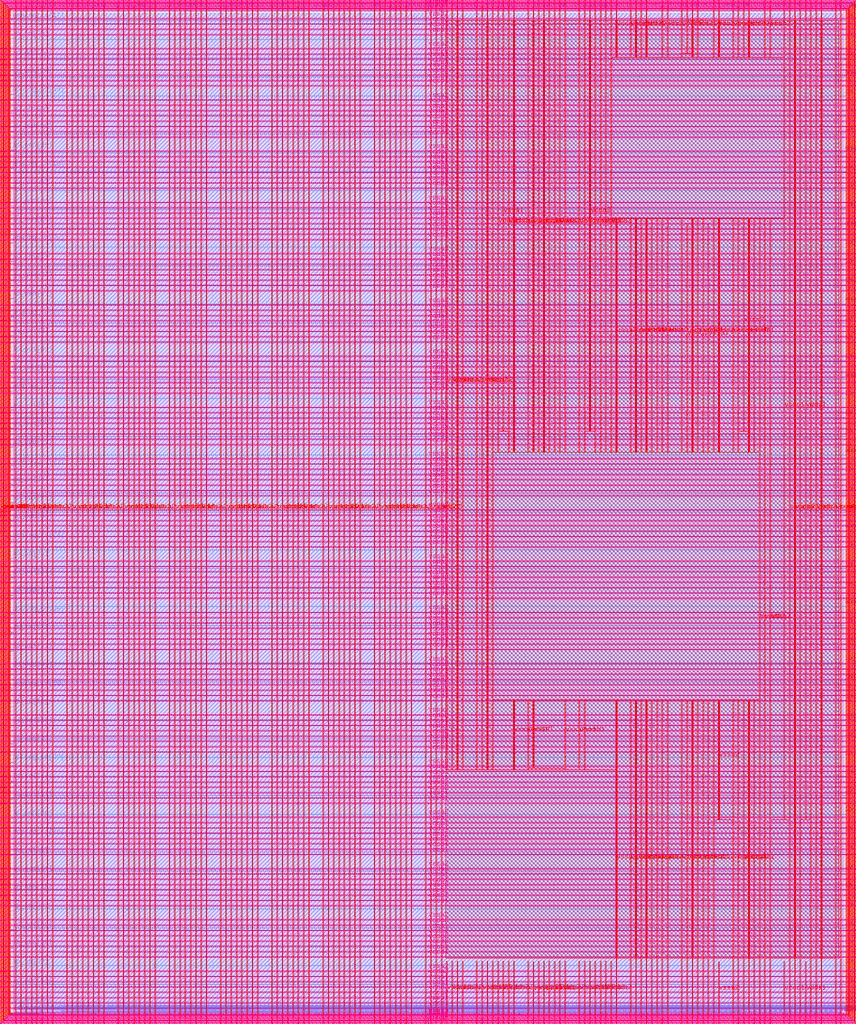
<source format=lef>
VERSION 5.7 ;
  NOWIREEXTENSIONATPIN ON ;
  DIVIDERCHAR "/" ;
  BUSBITCHARS "[]" ;
MACRO user_project_wrapper
  CLASS BLOCK ;
  FOREIGN user_project_wrapper ;
  ORIGIN 0.000 0.000 ;
  SIZE 2920.000 BY 3520.000 ;
  PIN analog_io[0]
    DIRECTION INOUT ;
    USE SIGNAL ;
    PORT
      LAYER met3 ;
        RECT 2917.600 1426.380 2924.800 1427.580 ;
    END
  END analog_io[0]
  PIN analog_io[10]
    DIRECTION INOUT ;
    USE SIGNAL ;
    PORT
      LAYER met2 ;
        RECT 2230.490 3517.600 2231.050 3524.800 ;
    END
  END analog_io[10]
  PIN analog_io[11]
    DIRECTION INOUT ;
    USE SIGNAL ;
    PORT
      LAYER met2 ;
        RECT 1905.730 3517.600 1906.290 3524.800 ;
    END
  END analog_io[11]
  PIN analog_io[12]
    DIRECTION INOUT ;
    USE SIGNAL ;
    PORT
      LAYER met2 ;
        RECT 1581.430 3517.600 1581.990 3524.800 ;
    END
  END analog_io[12]
  PIN analog_io[13]
    DIRECTION INOUT ;
    USE SIGNAL ;
    PORT
      LAYER met2 ;
        RECT 1257.130 3517.600 1257.690 3524.800 ;
    END
  END analog_io[13]
  PIN analog_io[14]
    DIRECTION INOUT ;
    USE SIGNAL ;
    PORT
      LAYER met2 ;
        RECT 932.370 3517.600 932.930 3524.800 ;
    END
  END analog_io[14]
  PIN analog_io[15]
    DIRECTION INOUT ;
    USE SIGNAL ;
    PORT
      LAYER met2 ;
        RECT 608.070 3517.600 608.630 3524.800 ;
    END
  END analog_io[15]
  PIN analog_io[16]
    DIRECTION INOUT ;
    USE SIGNAL ;
    PORT
      LAYER met2 ;
        RECT 283.770 3517.600 284.330 3524.800 ;
    END
  END analog_io[16]
  PIN analog_io[17]
    DIRECTION INOUT ;
    USE SIGNAL ;
    PORT
      LAYER met3 ;
        RECT -4.800 3486.100 2.400 3487.300 ;
    END
  END analog_io[17]
  PIN analog_io[18]
    DIRECTION INOUT ;
    USE SIGNAL ;
    PORT
      LAYER met3 ;
        RECT -4.800 3224.980 2.400 3226.180 ;
    END
  END analog_io[18]
  PIN analog_io[19]
    DIRECTION INOUT ;
    USE SIGNAL ;
    PORT
      LAYER met3 ;
        RECT -4.800 2964.540 2.400 2965.740 ;
    END
  END analog_io[19]
  PIN analog_io[1]
    DIRECTION INOUT ;
    USE SIGNAL ;
    PORT
      LAYER met3 ;
        RECT 2917.600 1692.260 2924.800 1693.460 ;
    END
  END analog_io[1]
  PIN analog_io[20]
    DIRECTION INOUT ;
    USE SIGNAL ;
    PORT
      LAYER met3 ;
        RECT -4.800 2703.420 2.400 2704.620 ;
    END
  END analog_io[20]
  PIN analog_io[21]
    DIRECTION INOUT ;
    USE SIGNAL ;
    PORT
      LAYER met3 ;
        RECT -4.800 2442.980 2.400 2444.180 ;
    END
  END analog_io[21]
  PIN analog_io[22]
    DIRECTION INOUT ;
    USE SIGNAL ;
    PORT
      LAYER met3 ;
        RECT -4.800 2182.540 2.400 2183.740 ;
    END
  END analog_io[22]
  PIN analog_io[23]
    DIRECTION INOUT ;
    USE SIGNAL ;
    PORT
      LAYER met3 ;
        RECT -4.800 1921.420 2.400 1922.620 ;
    END
  END analog_io[23]
  PIN analog_io[24]
    DIRECTION INOUT ;
    USE SIGNAL ;
    PORT
      LAYER met3 ;
        RECT -4.800 1660.980 2.400 1662.180 ;
    END
  END analog_io[24]
  PIN analog_io[25]
    DIRECTION INOUT ;
    USE SIGNAL ;
    PORT
      LAYER met3 ;
        RECT -4.800 1399.860 2.400 1401.060 ;
    END
  END analog_io[25]
  PIN analog_io[26]
    DIRECTION INOUT ;
    USE SIGNAL ;
    PORT
      LAYER met3 ;
        RECT -4.800 1139.420 2.400 1140.620 ;
    END
  END analog_io[26]
  PIN analog_io[27]
    DIRECTION INOUT ;
    USE SIGNAL ;
    PORT
      LAYER met3 ;
        RECT -4.800 878.980 2.400 880.180 ;
    END
  END analog_io[27]
  PIN analog_io[28]
    DIRECTION INOUT ;
    USE SIGNAL ;
    PORT
      LAYER met3 ;
        RECT -4.800 617.860 2.400 619.060 ;
    END
  END analog_io[28]
  PIN analog_io[2]
    DIRECTION INOUT ;
    USE SIGNAL ;
    PORT
      LAYER met3 ;
        RECT 2917.600 1958.140 2924.800 1959.340 ;
    END
  END analog_io[2]
  PIN analog_io[3]
    DIRECTION INOUT ;
    USE SIGNAL ;
    PORT
      LAYER met3 ;
        RECT 2917.600 2223.340 2924.800 2224.540 ;
    END
  END analog_io[3]
  PIN analog_io[4]
    DIRECTION INOUT ;
    USE SIGNAL ;
    PORT
      LAYER met3 ;
        RECT 2917.600 2489.220 2924.800 2490.420 ;
    END
  END analog_io[4]
  PIN analog_io[5]
    DIRECTION INOUT ;
    USE SIGNAL ;
    PORT
      LAYER met3 ;
        RECT 2917.600 2755.100 2924.800 2756.300 ;
    END
  END analog_io[5]
  PIN analog_io[6]
    DIRECTION INOUT ;
    USE SIGNAL ;
    PORT
      LAYER met3 ;
        RECT 2917.600 3020.300 2924.800 3021.500 ;
    END
  END analog_io[6]
  PIN analog_io[7]
    DIRECTION INOUT ;
    USE SIGNAL ;
    PORT
      LAYER met3 ;
        RECT 2917.600 3286.180 2924.800 3287.380 ;
    END
  END analog_io[7]
  PIN analog_io[8]
    DIRECTION INOUT ;
    USE SIGNAL ;
    PORT
      LAYER met2 ;
        RECT 2879.090 3517.600 2879.650 3524.800 ;
    END
  END analog_io[8]
  PIN analog_io[9]
    DIRECTION INOUT ;
    USE SIGNAL ;
    PORT
      LAYER met2 ;
        RECT 2554.790 3517.600 2555.350 3524.800 ;
    END
  END analog_io[9]
  PIN io_in[0]
    DIRECTION INPUT ;
    USE SIGNAL ;
    PORT
      LAYER met3 ;
        RECT 2917.600 32.380 2924.800 33.580 ;
    END
  END io_in[0]
  PIN io_in[10]
    DIRECTION INPUT ;
    USE SIGNAL ;
    ANTENNADIFFAREA 0.434700 ;
    PORT
      LAYER met3 ;
        RECT 2917.600 2289.980 2924.800 2291.180 ;
    END
  END io_in[10]
  PIN io_in[11]
    DIRECTION INPUT ;
    USE SIGNAL ;
    ANTENNADIFFAREA 0.434700 ;
    PORT
      LAYER met3 ;
        RECT 2917.600 2555.860 2924.800 2557.060 ;
    END
  END io_in[11]
  PIN io_in[12]
    DIRECTION INPUT ;
    USE SIGNAL ;
    ANTENNADIFFAREA 1.738800 ;
    PORT
      LAYER met3 ;
        RECT 2917.600 2821.060 2924.800 2822.260 ;
    END
  END io_in[12]
  PIN io_in[13]
    DIRECTION INPUT ;
    USE SIGNAL ;
    ANTENNADIFFAREA 0.869400 ;
    PORT
      LAYER met3 ;
        RECT 2917.600 3086.940 2924.800 3088.140 ;
    END
  END io_in[13]
  PIN io_in[14]
    DIRECTION INPUT ;
    USE SIGNAL ;
    ANTENNADIFFAREA 5.216400 ;
    PORT
      LAYER met3 ;
        RECT 2917.600 3352.820 2924.800 3354.020 ;
    END
  END io_in[14]
  PIN io_in[15]
    DIRECTION INPUT ;
    USE SIGNAL ;
    ANTENNADIFFAREA 0.869400 ;
    PORT
      LAYER met2 ;
        RECT 2798.130 3517.600 2798.690 3524.800 ;
    END
  END io_in[15]
  PIN io_in[16]
    DIRECTION INPUT ;
    USE SIGNAL ;
    PORT
      LAYER met2 ;
        RECT 2473.830 3517.600 2474.390 3524.800 ;
    END
  END io_in[16]
  PIN io_in[17]
    DIRECTION INPUT ;
    USE SIGNAL ;
    PORT
      LAYER met2 ;
        RECT 2149.070 3517.600 2149.630 3524.800 ;
    END
  END io_in[17]
  PIN io_in[18]
    DIRECTION INPUT ;
    USE SIGNAL ;
    PORT
      LAYER met2 ;
        RECT 1824.770 3517.600 1825.330 3524.800 ;
    END
  END io_in[18]
  PIN io_in[19]
    DIRECTION INPUT ;
    USE SIGNAL ;
    PORT
      LAYER met2 ;
        RECT 1500.470 3517.600 1501.030 3524.800 ;
    END
  END io_in[19]
  PIN io_in[1]
    DIRECTION INPUT ;
    USE SIGNAL ;
    PORT
      LAYER met3 ;
        RECT 2917.600 230.940 2924.800 232.140 ;
    END
  END io_in[1]
  PIN io_in[20]
    DIRECTION INPUT ;
    USE SIGNAL ;
    PORT
      LAYER met2 ;
        RECT 1175.710 3517.600 1176.270 3524.800 ;
    END
  END io_in[20]
  PIN io_in[21]
    DIRECTION INPUT ;
    USE SIGNAL ;
    PORT
      LAYER met2 ;
        RECT 851.410 3517.600 851.970 3524.800 ;
    END
  END io_in[21]
  PIN io_in[22]
    DIRECTION INPUT ;
    USE SIGNAL ;
    PORT
      LAYER met2 ;
        RECT 527.110 3517.600 527.670 3524.800 ;
    END
  END io_in[22]
  PIN io_in[23]
    DIRECTION INPUT ;
    USE SIGNAL ;
    PORT
      LAYER met2 ;
        RECT 202.350 3517.600 202.910 3524.800 ;
    END
  END io_in[23]
  PIN io_in[24]
    DIRECTION INPUT ;
    USE SIGNAL ;
    PORT
      LAYER met3 ;
        RECT -4.800 3420.820 2.400 3422.020 ;
    END
  END io_in[24]
  PIN io_in[25]
    DIRECTION INPUT ;
    USE SIGNAL ;
    PORT
      LAYER met3 ;
        RECT -4.800 3159.700 2.400 3160.900 ;
    END
  END io_in[25]
  PIN io_in[26]
    DIRECTION INPUT ;
    USE SIGNAL ;
    PORT
      LAYER met3 ;
        RECT -4.800 2899.260 2.400 2900.460 ;
    END
  END io_in[26]
  PIN io_in[27]
    DIRECTION INPUT ;
    USE SIGNAL ;
    PORT
      LAYER met3 ;
        RECT -4.800 2638.820 2.400 2640.020 ;
    END
  END io_in[27]
  PIN io_in[28]
    DIRECTION INPUT ;
    USE SIGNAL ;
    PORT
      LAYER met3 ;
        RECT -4.800 2377.700 2.400 2378.900 ;
    END
  END io_in[28]
  PIN io_in[29]
    DIRECTION INPUT ;
    USE SIGNAL ;
    PORT
      LAYER met3 ;
        RECT -4.800 2117.260 2.400 2118.460 ;
    END
  END io_in[29]
  PIN io_in[2]
    DIRECTION INPUT ;
    USE SIGNAL ;
    PORT
      LAYER met3 ;
        RECT 2917.600 430.180 2924.800 431.380 ;
    END
  END io_in[2]
  PIN io_in[30]
    DIRECTION INPUT ;
    USE SIGNAL ;
    PORT
      LAYER met3 ;
        RECT -4.800 1856.140 2.400 1857.340 ;
    END
  END io_in[30]
  PIN io_in[31]
    DIRECTION INPUT ;
    USE SIGNAL ;
    PORT
      LAYER met3 ;
        RECT -4.800 1595.700 2.400 1596.900 ;
    END
  END io_in[31]
  PIN io_in[32]
    DIRECTION INPUT ;
    USE SIGNAL ;
    PORT
      LAYER met3 ;
        RECT -4.800 1335.260 2.400 1336.460 ;
    END
  END io_in[32]
  PIN io_in[33]
    DIRECTION INPUT ;
    USE SIGNAL ;
    PORT
      LAYER met3 ;
        RECT -4.800 1074.140 2.400 1075.340 ;
    END
  END io_in[33]
  PIN io_in[34]
    DIRECTION INPUT ;
    USE SIGNAL ;
    PORT
      LAYER met3 ;
        RECT -4.800 813.700 2.400 814.900 ;
    END
  END io_in[34]
  PIN io_in[35]
    DIRECTION INPUT ;
    USE SIGNAL ;
    PORT
      LAYER met3 ;
        RECT -4.800 552.580 2.400 553.780 ;
    END
  END io_in[35]
  PIN io_in[36]
    DIRECTION INPUT ;
    USE SIGNAL ;
    PORT
      LAYER met3 ;
        RECT -4.800 357.420 2.400 358.620 ;
    END
  END io_in[36]
  PIN io_in[37]
    DIRECTION INPUT ;
    USE SIGNAL ;
    PORT
      LAYER met3 ;
        RECT -4.800 161.580 2.400 162.780 ;
    END
  END io_in[37]
  PIN io_in[3]
    DIRECTION INPUT ;
    USE SIGNAL ;
    PORT
      LAYER met3 ;
        RECT 2917.600 629.420 2924.800 630.620 ;
    END
  END io_in[3]
  PIN io_in[4]
    DIRECTION INPUT ;
    USE SIGNAL ;
    PORT
      LAYER met3 ;
        RECT 2917.600 828.660 2924.800 829.860 ;
    END
  END io_in[4]
  PIN io_in[5]
    DIRECTION INPUT ;
    USE SIGNAL ;
    PORT
      LAYER met3 ;
        RECT 2917.600 1027.900 2924.800 1029.100 ;
    END
  END io_in[5]
  PIN io_in[6]
    DIRECTION INPUT ;
    USE SIGNAL ;
    PORT
      LAYER met3 ;
        RECT 2917.600 1227.140 2924.800 1228.340 ;
    END
  END io_in[6]
  PIN io_in[7]
    DIRECTION INPUT ;
    USE SIGNAL ;
    PORT
      LAYER met3 ;
        RECT 2917.600 1493.020 2924.800 1494.220 ;
    END
  END io_in[7]
  PIN io_in[8]
    DIRECTION INPUT ;
    USE SIGNAL ;
    PORT
      LAYER met3 ;
        RECT 2917.600 1758.900 2924.800 1760.100 ;
    END
  END io_in[8]
  PIN io_in[9]
    DIRECTION INPUT ;
    USE SIGNAL ;
    ANTENNADIFFAREA 0.434700 ;
    PORT
      LAYER met3 ;
        RECT 2917.600 2024.100 2924.800 2025.300 ;
    END
  END io_in[9]
  PIN io_oeb[0]
    DIRECTION OUTPUT TRISTATE ;
    USE SIGNAL ;
    PORT
      LAYER met3 ;
        RECT 2917.600 164.980 2924.800 166.180 ;
    END
  END io_oeb[0]
  PIN io_oeb[10]
    DIRECTION OUTPUT TRISTATE ;
    USE SIGNAL ;
    PORT
      LAYER met3 ;
        RECT 2917.600 2422.580 2924.800 2423.780 ;
    END
  END io_oeb[10]
  PIN io_oeb[11]
    DIRECTION OUTPUT TRISTATE ;
    USE SIGNAL ;
    PORT
      LAYER met3 ;
        RECT 2917.600 2688.460 2924.800 2689.660 ;
    END
  END io_oeb[11]
  PIN io_oeb[12]
    DIRECTION OUTPUT TRISTATE ;
    USE SIGNAL ;
    PORT
      LAYER met3 ;
        RECT 2917.600 2954.340 2924.800 2955.540 ;
    END
  END io_oeb[12]
  PIN io_oeb[13]
    DIRECTION OUTPUT TRISTATE ;
    USE SIGNAL ;
    PORT
      LAYER met3 ;
        RECT 2917.600 3219.540 2924.800 3220.740 ;
    END
  END io_oeb[13]
  PIN io_oeb[14]
    DIRECTION OUTPUT TRISTATE ;
    USE SIGNAL ;
    PORT
      LAYER met3 ;
        RECT 2917.600 3485.420 2924.800 3486.620 ;
    END
  END io_oeb[14]
  PIN io_oeb[15]
    DIRECTION OUTPUT TRISTATE ;
    USE SIGNAL ;
    PORT
      LAYER met2 ;
        RECT 2635.750 3517.600 2636.310 3524.800 ;
    END
  END io_oeb[15]
  PIN io_oeb[16]
    DIRECTION OUTPUT TRISTATE ;
    USE SIGNAL ;
    PORT
      LAYER met2 ;
        RECT 2311.450 3517.600 2312.010 3524.800 ;
    END
  END io_oeb[16]
  PIN io_oeb[17]
    DIRECTION OUTPUT TRISTATE ;
    USE SIGNAL ;
    PORT
      LAYER met2 ;
        RECT 1987.150 3517.600 1987.710 3524.800 ;
    END
  END io_oeb[17]
  PIN io_oeb[18]
    DIRECTION OUTPUT TRISTATE ;
    USE SIGNAL ;
    PORT
      LAYER met2 ;
        RECT 1662.390 3517.600 1662.950 3524.800 ;
    END
  END io_oeb[18]
  PIN io_oeb[19]
    DIRECTION OUTPUT TRISTATE ;
    USE SIGNAL ;
    PORT
      LAYER met2 ;
        RECT 1338.090 3517.600 1338.650 3524.800 ;
    END
  END io_oeb[19]
  PIN io_oeb[1]
    DIRECTION OUTPUT TRISTATE ;
    USE SIGNAL ;
    PORT
      LAYER met3 ;
        RECT 2917.600 364.220 2924.800 365.420 ;
    END
  END io_oeb[1]
  PIN io_oeb[20]
    DIRECTION OUTPUT TRISTATE ;
    USE SIGNAL ;
    PORT
      LAYER met2 ;
        RECT 1013.790 3517.600 1014.350 3524.800 ;
    END
  END io_oeb[20]
  PIN io_oeb[21]
    DIRECTION OUTPUT TRISTATE ;
    USE SIGNAL ;
    PORT
      LAYER met2 ;
        RECT 689.030 3517.600 689.590 3524.800 ;
    END
  END io_oeb[21]
  PIN io_oeb[22]
    DIRECTION OUTPUT TRISTATE ;
    USE SIGNAL ;
    PORT
      LAYER met2 ;
        RECT 364.730 3517.600 365.290 3524.800 ;
    END
  END io_oeb[22]
  PIN io_oeb[23]
    DIRECTION OUTPUT TRISTATE ;
    USE SIGNAL ;
    PORT
      LAYER met2 ;
        RECT 40.430 3517.600 40.990 3524.800 ;
    END
  END io_oeb[23]
  PIN io_oeb[24]
    DIRECTION OUTPUT TRISTATE ;
    USE SIGNAL ;
    PORT
      LAYER met3 ;
        RECT -4.800 3290.260 2.400 3291.460 ;
    END
  END io_oeb[24]
  PIN io_oeb[25]
    DIRECTION OUTPUT TRISTATE ;
    USE SIGNAL ;
    PORT
      LAYER met3 ;
        RECT -4.800 3029.820 2.400 3031.020 ;
    END
  END io_oeb[25]
  PIN io_oeb[26]
    DIRECTION OUTPUT TRISTATE ;
    USE SIGNAL ;
    PORT
      LAYER met3 ;
        RECT -4.800 2768.700 2.400 2769.900 ;
    END
  END io_oeb[26]
  PIN io_oeb[27]
    DIRECTION OUTPUT TRISTATE ;
    USE SIGNAL ;
    PORT
      LAYER met3 ;
        RECT -4.800 2508.260 2.400 2509.460 ;
    END
  END io_oeb[27]
  PIN io_oeb[28]
    DIRECTION OUTPUT TRISTATE ;
    USE SIGNAL ;
    PORT
      LAYER met3 ;
        RECT -4.800 2247.140 2.400 2248.340 ;
    END
  END io_oeb[28]
  PIN io_oeb[29]
    DIRECTION OUTPUT TRISTATE ;
    USE SIGNAL ;
    PORT
      LAYER met3 ;
        RECT -4.800 1986.700 2.400 1987.900 ;
    END
  END io_oeb[29]
  PIN io_oeb[2]
    DIRECTION OUTPUT TRISTATE ;
    USE SIGNAL ;
    PORT
      LAYER met3 ;
        RECT 2917.600 563.460 2924.800 564.660 ;
    END
  END io_oeb[2]
  PIN io_oeb[30]
    DIRECTION OUTPUT TRISTATE ;
    USE SIGNAL ;
    PORT
      LAYER met3 ;
        RECT -4.800 1726.260 2.400 1727.460 ;
    END
  END io_oeb[30]
  PIN io_oeb[31]
    DIRECTION OUTPUT TRISTATE ;
    USE SIGNAL ;
    PORT
      LAYER met3 ;
        RECT -4.800 1465.140 2.400 1466.340 ;
    END
  END io_oeb[31]
  PIN io_oeb[32]
    DIRECTION OUTPUT TRISTATE ;
    USE SIGNAL ;
    PORT
      LAYER met3 ;
        RECT -4.800 1204.700 2.400 1205.900 ;
    END
  END io_oeb[32]
  PIN io_oeb[33]
    DIRECTION OUTPUT TRISTATE ;
    USE SIGNAL ;
    PORT
      LAYER met3 ;
        RECT -4.800 943.580 2.400 944.780 ;
    END
  END io_oeb[33]
  PIN io_oeb[34]
    DIRECTION OUTPUT TRISTATE ;
    USE SIGNAL ;
    PORT
      LAYER met3 ;
        RECT -4.800 683.140 2.400 684.340 ;
    END
  END io_oeb[34]
  PIN io_oeb[35]
    DIRECTION OUTPUT TRISTATE ;
    USE SIGNAL ;
    PORT
      LAYER met3 ;
        RECT -4.800 422.700 2.400 423.900 ;
    END
  END io_oeb[35]
  PIN io_oeb[36]
    DIRECTION OUTPUT TRISTATE ;
    USE SIGNAL ;
    PORT
      LAYER met3 ;
        RECT -4.800 226.860 2.400 228.060 ;
    END
  END io_oeb[36]
  PIN io_oeb[37]
    DIRECTION OUTPUT TRISTATE ;
    USE SIGNAL ;
    PORT
      LAYER met3 ;
        RECT -4.800 31.700 2.400 32.900 ;
    END
  END io_oeb[37]
  PIN io_oeb[3]
    DIRECTION OUTPUT TRISTATE ;
    USE SIGNAL ;
    PORT
      LAYER met3 ;
        RECT 2917.600 762.700 2924.800 763.900 ;
    END
  END io_oeb[3]
  PIN io_oeb[4]
    DIRECTION OUTPUT TRISTATE ;
    USE SIGNAL ;
    PORT
      LAYER met3 ;
        RECT 2917.600 961.940 2924.800 963.140 ;
    END
  END io_oeb[4]
  PIN io_oeb[5]
    DIRECTION OUTPUT TRISTATE ;
    USE SIGNAL ;
    PORT
      LAYER met3 ;
        RECT 2917.600 1161.180 2924.800 1162.380 ;
    END
  END io_oeb[5]
  PIN io_oeb[6]
    DIRECTION OUTPUT TRISTATE ;
    USE SIGNAL ;
    PORT
      LAYER met3 ;
        RECT 2917.600 1360.420 2924.800 1361.620 ;
    END
  END io_oeb[6]
  PIN io_oeb[7]
    DIRECTION OUTPUT TRISTATE ;
    USE SIGNAL ;
    PORT
      LAYER met3 ;
        RECT 2917.600 1625.620 2924.800 1626.820 ;
    END
  END io_oeb[7]
  PIN io_oeb[8]
    DIRECTION OUTPUT TRISTATE ;
    USE SIGNAL ;
    PORT
      LAYER met3 ;
        RECT 2917.600 1891.500 2924.800 1892.700 ;
    END
  END io_oeb[8]
  PIN io_oeb[9]
    DIRECTION OUTPUT TRISTATE ;
    USE SIGNAL ;
    PORT
      LAYER met3 ;
        RECT 2917.600 2157.380 2924.800 2158.580 ;
    END
  END io_oeb[9]
  PIN io_out[0]
    DIRECTION OUTPUT TRISTATE ;
    USE SIGNAL ;
    PORT
      LAYER met3 ;
        RECT 2917.600 98.340 2924.800 99.540 ;
    END
  END io_out[0]
  PIN io_out[10]
    DIRECTION OUTPUT TRISTATE ;
    USE SIGNAL ;
    PORT
      LAYER met3 ;
        RECT 2917.600 2356.620 2924.800 2357.820 ;
    END
  END io_out[10]
  PIN io_out[11]
    DIRECTION OUTPUT TRISTATE ;
    USE SIGNAL ;
    PORT
      LAYER met3 ;
        RECT 2917.600 2621.820 2924.800 2623.020 ;
    END
  END io_out[11]
  PIN io_out[12]
    DIRECTION OUTPUT TRISTATE ;
    USE SIGNAL ;
    PORT
      LAYER met3 ;
        RECT 2917.600 2887.700 2924.800 2888.900 ;
    END
  END io_out[12]
  PIN io_out[13]
    DIRECTION OUTPUT TRISTATE ;
    USE SIGNAL ;
    PORT
      LAYER met3 ;
        RECT 2917.600 3153.580 2924.800 3154.780 ;
    END
  END io_out[13]
  PIN io_out[14]
    DIRECTION OUTPUT TRISTATE ;
    USE SIGNAL ;
    PORT
      LAYER met3 ;
        RECT 2917.600 3418.780 2924.800 3419.980 ;
    END
  END io_out[14]
  PIN io_out[15]
    DIRECTION OUTPUT TRISTATE ;
    USE SIGNAL ;
    PORT
      LAYER met2 ;
        RECT 2717.170 3517.600 2717.730 3524.800 ;
    END
  END io_out[15]
  PIN io_out[16]
    DIRECTION OUTPUT TRISTATE ;
    USE SIGNAL ;
    PORT
      LAYER met2 ;
        RECT 2392.410 3517.600 2392.970 3524.800 ;
    END
  END io_out[16]
  PIN io_out[17]
    DIRECTION OUTPUT TRISTATE ;
    USE SIGNAL ;
    PORT
      LAYER met2 ;
        RECT 2068.110 3517.600 2068.670 3524.800 ;
    END
  END io_out[17]
  PIN io_out[18]
    DIRECTION OUTPUT TRISTATE ;
    USE SIGNAL ;
    PORT
      LAYER met2 ;
        RECT 1743.810 3517.600 1744.370 3524.800 ;
    END
  END io_out[18]
  PIN io_out[19]
    DIRECTION OUTPUT TRISTATE ;
    USE SIGNAL ;
    PORT
      LAYER met2 ;
        RECT 1419.050 3517.600 1419.610 3524.800 ;
    END
  END io_out[19]
  PIN io_out[1]
    DIRECTION OUTPUT TRISTATE ;
    USE SIGNAL ;
    PORT
      LAYER met3 ;
        RECT 2917.600 297.580 2924.800 298.780 ;
    END
  END io_out[1]
  PIN io_out[20]
    DIRECTION OUTPUT TRISTATE ;
    USE SIGNAL ;
    PORT
      LAYER met2 ;
        RECT 1094.750 3517.600 1095.310 3524.800 ;
    END
  END io_out[20]
  PIN io_out[21]
    DIRECTION OUTPUT TRISTATE ;
    USE SIGNAL ;
    PORT
      LAYER met2 ;
        RECT 770.450 3517.600 771.010 3524.800 ;
    END
  END io_out[21]
  PIN io_out[22]
    DIRECTION OUTPUT TRISTATE ;
    USE SIGNAL ;
    PORT
      LAYER met2 ;
        RECT 445.690 3517.600 446.250 3524.800 ;
    END
  END io_out[22]
  PIN io_out[23]
    DIRECTION OUTPUT TRISTATE ;
    USE SIGNAL ;
    PORT
      LAYER met2 ;
        RECT 121.390 3517.600 121.950 3524.800 ;
    END
  END io_out[23]
  PIN io_out[24]
    DIRECTION OUTPUT TRISTATE ;
    USE SIGNAL ;
    PORT
      LAYER met3 ;
        RECT -4.800 3355.540 2.400 3356.740 ;
    END
  END io_out[24]
  PIN io_out[25]
    DIRECTION OUTPUT TRISTATE ;
    USE SIGNAL ;
    PORT
      LAYER met3 ;
        RECT -4.800 3095.100 2.400 3096.300 ;
    END
  END io_out[25]
  PIN io_out[26]
    DIRECTION OUTPUT TRISTATE ;
    USE SIGNAL ;
    PORT
      LAYER met3 ;
        RECT -4.800 2833.980 2.400 2835.180 ;
    END
  END io_out[26]
  PIN io_out[27]
    DIRECTION OUTPUT TRISTATE ;
    USE SIGNAL ;
    PORT
      LAYER met3 ;
        RECT -4.800 2573.540 2.400 2574.740 ;
    END
  END io_out[27]
  PIN io_out[28]
    DIRECTION OUTPUT TRISTATE ;
    USE SIGNAL ;
    PORT
      LAYER met3 ;
        RECT -4.800 2312.420 2.400 2313.620 ;
    END
  END io_out[28]
  PIN io_out[29]
    DIRECTION OUTPUT TRISTATE ;
    USE SIGNAL ;
    PORT
      LAYER met3 ;
        RECT -4.800 2051.980 2.400 2053.180 ;
    END
  END io_out[29]
  PIN io_out[2]
    DIRECTION OUTPUT TRISTATE ;
    USE SIGNAL ;
    PORT
      LAYER met3 ;
        RECT 2917.600 496.820 2924.800 498.020 ;
    END
  END io_out[2]
  PIN io_out[30]
    DIRECTION OUTPUT TRISTATE ;
    USE SIGNAL ;
    PORT
      LAYER met3 ;
        RECT -4.800 1791.540 2.400 1792.740 ;
    END
  END io_out[30]
  PIN io_out[31]
    DIRECTION OUTPUT TRISTATE ;
    USE SIGNAL ;
    PORT
      LAYER met3 ;
        RECT -4.800 1530.420 2.400 1531.620 ;
    END
  END io_out[31]
  PIN io_out[32]
    DIRECTION OUTPUT TRISTATE ;
    USE SIGNAL ;
    PORT
      LAYER met3 ;
        RECT -4.800 1269.980 2.400 1271.180 ;
    END
  END io_out[32]
  PIN io_out[33]
    DIRECTION OUTPUT TRISTATE ;
    USE SIGNAL ;
    PORT
      LAYER met3 ;
        RECT -4.800 1008.860 2.400 1010.060 ;
    END
  END io_out[33]
  PIN io_out[34]
    DIRECTION OUTPUT TRISTATE ;
    USE SIGNAL ;
    PORT
      LAYER met3 ;
        RECT -4.800 748.420 2.400 749.620 ;
    END
  END io_out[34]
  PIN io_out[35]
    DIRECTION OUTPUT TRISTATE ;
    USE SIGNAL ;
    PORT
      LAYER met3 ;
        RECT -4.800 487.300 2.400 488.500 ;
    END
  END io_out[35]
  PIN io_out[36]
    DIRECTION OUTPUT TRISTATE ;
    USE SIGNAL ;
    PORT
      LAYER met3 ;
        RECT -4.800 292.140 2.400 293.340 ;
    END
  END io_out[36]
  PIN io_out[37]
    DIRECTION OUTPUT TRISTATE ;
    USE SIGNAL ;
    PORT
      LAYER met3 ;
        RECT -4.800 96.300 2.400 97.500 ;
    END
  END io_out[37]
  PIN io_out[3]
    DIRECTION OUTPUT TRISTATE ;
    USE SIGNAL ;
    PORT
      LAYER met3 ;
        RECT 2917.600 696.060 2924.800 697.260 ;
    END
  END io_out[3]
  PIN io_out[4]
    DIRECTION OUTPUT TRISTATE ;
    USE SIGNAL ;
    PORT
      LAYER met3 ;
        RECT 2917.600 895.300 2924.800 896.500 ;
    END
  END io_out[4]
  PIN io_out[5]
    DIRECTION OUTPUT TRISTATE ;
    USE SIGNAL ;
    PORT
      LAYER met3 ;
        RECT 2917.600 1094.540 2924.800 1095.740 ;
    END
  END io_out[5]
  PIN io_out[6]
    DIRECTION OUTPUT TRISTATE ;
    USE SIGNAL ;
    PORT
      LAYER met3 ;
        RECT 2917.600 1293.780 2924.800 1294.980 ;
    END
  END io_out[6]
  PIN io_out[7]
    DIRECTION OUTPUT TRISTATE ;
    USE SIGNAL ;
    PORT
      LAYER met3 ;
        RECT 2917.600 1559.660 2924.800 1560.860 ;
    END
  END io_out[7]
  PIN io_out[8]
    DIRECTION OUTPUT TRISTATE ;
    USE SIGNAL ;
    PORT
      LAYER met3 ;
        RECT 2917.600 1824.860 2924.800 1826.060 ;
    END
  END io_out[8]
  PIN io_out[9]
    DIRECTION OUTPUT TRISTATE ;
    USE SIGNAL ;
    PORT
      LAYER met3 ;
        RECT 2917.600 2090.740 2924.800 2091.940 ;
    END
  END io_out[9]
  PIN la_data_in[0]
    DIRECTION INPUT ;
    USE SIGNAL ;
    ANTENNADIFFAREA 5.216400 ;
    PORT
      LAYER met2 ;
        RECT 629.230 -4.800 629.790 2.400 ;
    END
  END la_data_in[0]
  PIN la_data_in[100]
    DIRECTION INPUT ;
    USE SIGNAL ;
    PORT
      LAYER met2 ;
        RECT 2402.530 -4.800 2403.090 2.400 ;
    END
  END la_data_in[100]
  PIN la_data_in[101]
    DIRECTION INPUT ;
    USE SIGNAL ;
    PORT
      LAYER met2 ;
        RECT 2420.010 -4.800 2420.570 2.400 ;
    END
  END la_data_in[101]
  PIN la_data_in[102]
    DIRECTION INPUT ;
    USE SIGNAL ;
    PORT
      LAYER met2 ;
        RECT 2437.950 -4.800 2438.510 2.400 ;
    END
  END la_data_in[102]
  PIN la_data_in[103]
    DIRECTION INPUT ;
    USE SIGNAL ;
    PORT
      LAYER met2 ;
        RECT 2455.430 -4.800 2455.990 2.400 ;
    END
  END la_data_in[103]
  PIN la_data_in[104]
    DIRECTION INPUT ;
    USE SIGNAL ;
    PORT
      LAYER met2 ;
        RECT 2473.370 -4.800 2473.930 2.400 ;
    END
  END la_data_in[104]
  PIN la_data_in[105]
    DIRECTION INPUT ;
    USE SIGNAL ;
    PORT
      LAYER met2 ;
        RECT 2490.850 -4.800 2491.410 2.400 ;
    END
  END la_data_in[105]
  PIN la_data_in[106]
    DIRECTION INPUT ;
    USE SIGNAL ;
    PORT
      LAYER met2 ;
        RECT 2508.790 -4.800 2509.350 2.400 ;
    END
  END la_data_in[106]
  PIN la_data_in[107]
    DIRECTION INPUT ;
    USE SIGNAL ;
    PORT
      LAYER met2 ;
        RECT 2526.730 -4.800 2527.290 2.400 ;
    END
  END la_data_in[107]
  PIN la_data_in[108]
    DIRECTION INPUT ;
    USE SIGNAL ;
    PORT
      LAYER met2 ;
        RECT 2544.210 -4.800 2544.770 2.400 ;
    END
  END la_data_in[108]
  PIN la_data_in[109]
    DIRECTION INPUT ;
    USE SIGNAL ;
    PORT
      LAYER met2 ;
        RECT 2562.150 -4.800 2562.710 2.400 ;
    END
  END la_data_in[109]
  PIN la_data_in[10]
    DIRECTION INPUT ;
    USE SIGNAL ;
    ANTENNADIFFAREA 5.216400 ;
    PORT
      LAYER met2 ;
        RECT 806.330 -4.800 806.890 2.400 ;
    END
  END la_data_in[10]
  PIN la_data_in[110]
    DIRECTION INPUT ;
    USE SIGNAL ;
    PORT
      LAYER met2 ;
        RECT 2579.630 -4.800 2580.190 2.400 ;
    END
  END la_data_in[110]
  PIN la_data_in[111]
    DIRECTION INPUT ;
    USE SIGNAL ;
    PORT
      LAYER met2 ;
        RECT 2597.570 -4.800 2598.130 2.400 ;
    END
  END la_data_in[111]
  PIN la_data_in[112]
    DIRECTION INPUT ;
    USE SIGNAL ;
    PORT
      LAYER met2 ;
        RECT 2615.050 -4.800 2615.610 2.400 ;
    END
  END la_data_in[112]
  PIN la_data_in[113]
    DIRECTION INPUT ;
    USE SIGNAL ;
    PORT
      LAYER met2 ;
        RECT 2632.990 -4.800 2633.550 2.400 ;
    END
  END la_data_in[113]
  PIN la_data_in[114]
    DIRECTION INPUT ;
    USE SIGNAL ;
    PORT
      LAYER met2 ;
        RECT 2650.470 -4.800 2651.030 2.400 ;
    END
  END la_data_in[114]
  PIN la_data_in[115]
    DIRECTION INPUT ;
    USE SIGNAL ;
    PORT
      LAYER met2 ;
        RECT 2668.410 -4.800 2668.970 2.400 ;
    END
  END la_data_in[115]
  PIN la_data_in[116]
    DIRECTION INPUT ;
    USE SIGNAL ;
    PORT
      LAYER met2 ;
        RECT 2685.890 -4.800 2686.450 2.400 ;
    END
  END la_data_in[116]
  PIN la_data_in[117]
    DIRECTION INPUT ;
    USE SIGNAL ;
    PORT
      LAYER met2 ;
        RECT 2703.830 -4.800 2704.390 2.400 ;
    END
  END la_data_in[117]
  PIN la_data_in[118]
    DIRECTION INPUT ;
    USE SIGNAL ;
    PORT
      LAYER met2 ;
        RECT 2721.770 -4.800 2722.330 2.400 ;
    END
  END la_data_in[118]
  PIN la_data_in[119]
    DIRECTION INPUT ;
    USE SIGNAL ;
    PORT
      LAYER met2 ;
        RECT 2739.250 -4.800 2739.810 2.400 ;
    END
  END la_data_in[119]
  PIN la_data_in[11]
    DIRECTION INPUT ;
    USE SIGNAL ;
    ANTENNADIFFAREA 5.216400 ;
    PORT
      LAYER met2 ;
        RECT 824.270 -4.800 824.830 2.400 ;
    END
  END la_data_in[11]
  PIN la_data_in[120]
    DIRECTION INPUT ;
    USE SIGNAL ;
    PORT
      LAYER met2 ;
        RECT 2757.190 -4.800 2757.750 2.400 ;
    END
  END la_data_in[120]
  PIN la_data_in[121]
    DIRECTION INPUT ;
    USE SIGNAL ;
    PORT
      LAYER met2 ;
        RECT 2774.670 -4.800 2775.230 2.400 ;
    END
  END la_data_in[121]
  PIN la_data_in[122]
    DIRECTION INPUT ;
    USE SIGNAL ;
    PORT
      LAYER met2 ;
        RECT 2792.610 -4.800 2793.170 2.400 ;
    END
  END la_data_in[122]
  PIN la_data_in[123]
    DIRECTION INPUT ;
    USE SIGNAL ;
    PORT
      LAYER met2 ;
        RECT 2810.090 -4.800 2810.650 2.400 ;
    END
  END la_data_in[123]
  PIN la_data_in[124]
    DIRECTION INPUT ;
    USE SIGNAL ;
    PORT
      LAYER met2 ;
        RECT 2828.030 -4.800 2828.590 2.400 ;
    END
  END la_data_in[124]
  PIN la_data_in[125]
    DIRECTION INPUT ;
    USE SIGNAL ;
    PORT
      LAYER met2 ;
        RECT 2845.510 -4.800 2846.070 2.400 ;
    END
  END la_data_in[125]
  PIN la_data_in[126]
    DIRECTION INPUT ;
    USE SIGNAL ;
    PORT
      LAYER met2 ;
        RECT 2863.450 -4.800 2864.010 2.400 ;
    END
  END la_data_in[126]
  PIN la_data_in[127]
    DIRECTION INPUT ;
    USE SIGNAL ;
    PORT
      LAYER met2 ;
        RECT 2881.390 -4.800 2881.950 2.400 ;
    END
  END la_data_in[127]
  PIN la_data_in[12]
    DIRECTION INPUT ;
    USE SIGNAL ;
    ANTENNADIFFAREA 0.869400 ;
    PORT
      LAYER met2 ;
        RECT 841.750 -4.800 842.310 2.400 ;
    END
  END la_data_in[12]
  PIN la_data_in[13]
    DIRECTION INPUT ;
    USE SIGNAL ;
    ANTENNADIFFAREA 5.216400 ;
    PORT
      LAYER met2 ;
        RECT 859.690 -4.800 860.250 2.400 ;
    END
  END la_data_in[13]
  PIN la_data_in[14]
    DIRECTION INPUT ;
    USE SIGNAL ;
    ANTENNADIFFAREA 5.216400 ;
    PORT
      LAYER met2 ;
        RECT 877.170 -4.800 877.730 2.400 ;
    END
  END la_data_in[14]
  PIN la_data_in[15]
    DIRECTION INPUT ;
    USE SIGNAL ;
    ANTENNADIFFAREA 5.216400 ;
    PORT
      LAYER met2 ;
        RECT 895.110 -4.800 895.670 2.400 ;
    END
  END la_data_in[15]
  PIN la_data_in[16]
    DIRECTION INPUT ;
    USE SIGNAL ;
    ANTENNADIFFAREA 5.216400 ;
    PORT
      LAYER met2 ;
        RECT 912.590 -4.800 913.150 2.400 ;
    END
  END la_data_in[16]
  PIN la_data_in[17]
    DIRECTION INPUT ;
    USE SIGNAL ;
    ANTENNADIFFAREA 0.869400 ;
    PORT
      LAYER met2 ;
        RECT 930.530 -4.800 931.090 2.400 ;
    END
  END la_data_in[17]
  PIN la_data_in[18]
    DIRECTION INPUT ;
    USE SIGNAL ;
    ANTENNADIFFAREA 0.434700 ;
    PORT
      LAYER met2 ;
        RECT 948.470 -4.800 949.030 2.400 ;
    END
  END la_data_in[18]
  PIN la_data_in[19]
    DIRECTION INPUT ;
    USE SIGNAL ;
    ANTENNADIFFAREA 5.216400 ;
    PORT
      LAYER met2 ;
        RECT 965.950 -4.800 966.510 2.400 ;
    END
  END la_data_in[19]
  PIN la_data_in[1]
    DIRECTION INPUT ;
    USE SIGNAL ;
    ANTENNADIFFAREA 5.216400 ;
    PORT
      LAYER met2 ;
        RECT 646.710 -4.800 647.270 2.400 ;
    END
  END la_data_in[1]
  PIN la_data_in[20]
    DIRECTION INPUT ;
    USE SIGNAL ;
    ANTENNADIFFAREA 0.869400 ;
    PORT
      LAYER met2 ;
        RECT 983.890 -4.800 984.450 2.400 ;
    END
  END la_data_in[20]
  PIN la_data_in[21]
    DIRECTION INPUT ;
    USE SIGNAL ;
    ANTENNADIFFAREA 5.216400 ;
    PORT
      LAYER met2 ;
        RECT 1001.370 -4.800 1001.930 2.400 ;
    END
  END la_data_in[21]
  PIN la_data_in[22]
    DIRECTION INPUT ;
    USE SIGNAL ;
    ANTENNADIFFAREA 5.216400 ;
    PORT
      LAYER met2 ;
        RECT 1019.310 -4.800 1019.870 2.400 ;
    END
  END la_data_in[22]
  PIN la_data_in[23]
    DIRECTION INPUT ;
    USE SIGNAL ;
    ANTENNADIFFAREA 5.216400 ;
    PORT
      LAYER met2 ;
        RECT 1036.790 -4.800 1037.350 2.400 ;
    END
  END la_data_in[23]
  PIN la_data_in[24]
    DIRECTION INPUT ;
    USE SIGNAL ;
    ANTENNADIFFAREA 5.216400 ;
    PORT
      LAYER met2 ;
        RECT 1054.730 -4.800 1055.290 2.400 ;
    END
  END la_data_in[24]
  PIN la_data_in[25]
    DIRECTION INPUT ;
    USE SIGNAL ;
    ANTENNADIFFAREA 5.216400 ;
    PORT
      LAYER met2 ;
        RECT 1072.210 -4.800 1072.770 2.400 ;
    END
  END la_data_in[25]
  PIN la_data_in[26]
    DIRECTION INPUT ;
    USE SIGNAL ;
    ANTENNADIFFAREA 0.869400 ;
    PORT
      LAYER met2 ;
        RECT 1090.150 -4.800 1090.710 2.400 ;
    END
  END la_data_in[26]
  PIN la_data_in[27]
    DIRECTION INPUT ;
    USE SIGNAL ;
    ANTENNADIFFAREA 0.869400 ;
    PORT
      LAYER met2 ;
        RECT 1107.630 -4.800 1108.190 2.400 ;
    END
  END la_data_in[27]
  PIN la_data_in[28]
    DIRECTION INPUT ;
    USE SIGNAL ;
    ANTENNADIFFAREA 0.869400 ;
    PORT
      LAYER met2 ;
        RECT 1125.570 -4.800 1126.130 2.400 ;
    END
  END la_data_in[28]
  PIN la_data_in[29]
    DIRECTION INPUT ;
    USE SIGNAL ;
    ANTENNADIFFAREA 0.434700 ;
    PORT
      LAYER met2 ;
        RECT 1143.510 -4.800 1144.070 2.400 ;
    END
  END la_data_in[29]
  PIN la_data_in[2]
    DIRECTION INPUT ;
    USE SIGNAL ;
    ANTENNADIFFAREA 5.216400 ;
    PORT
      LAYER met2 ;
        RECT 664.650 -4.800 665.210 2.400 ;
    END
  END la_data_in[2]
  PIN la_data_in[30]
    DIRECTION INPUT ;
    USE SIGNAL ;
    ANTENNADIFFAREA 0.434700 ;
    PORT
      LAYER met2 ;
        RECT 1160.990 -4.800 1161.550 2.400 ;
    END
  END la_data_in[30]
  PIN la_data_in[31]
    DIRECTION INPUT ;
    USE SIGNAL ;
    ANTENNADIFFAREA 0.434700 ;
    PORT
      LAYER met2 ;
        RECT 1178.930 -4.800 1179.490 2.400 ;
    END
  END la_data_in[31]
  PIN la_data_in[32]
    DIRECTION INPUT ;
    USE SIGNAL ;
    PORT
      LAYER met2 ;
        RECT 1196.410 -4.800 1196.970 2.400 ;
    END
  END la_data_in[32]
  PIN la_data_in[33]
    DIRECTION INPUT ;
    USE SIGNAL ;
    PORT
      LAYER met2 ;
        RECT 1214.350 -4.800 1214.910 2.400 ;
    END
  END la_data_in[33]
  PIN la_data_in[34]
    DIRECTION INPUT ;
    USE SIGNAL ;
    PORT
      LAYER met2 ;
        RECT 1231.830 -4.800 1232.390 2.400 ;
    END
  END la_data_in[34]
  PIN la_data_in[35]
    DIRECTION INPUT ;
    USE SIGNAL ;
    PORT
      LAYER met2 ;
        RECT 1249.770 -4.800 1250.330 2.400 ;
    END
  END la_data_in[35]
  PIN la_data_in[36]
    DIRECTION INPUT ;
    USE SIGNAL ;
    PORT
      LAYER met2 ;
        RECT 1267.250 -4.800 1267.810 2.400 ;
    END
  END la_data_in[36]
  PIN la_data_in[37]
    DIRECTION INPUT ;
    USE SIGNAL ;
    PORT
      LAYER met2 ;
        RECT 1285.190 -4.800 1285.750 2.400 ;
    END
  END la_data_in[37]
  PIN la_data_in[38]
    DIRECTION INPUT ;
    USE SIGNAL ;
    PORT
      LAYER met2 ;
        RECT 1303.130 -4.800 1303.690 2.400 ;
    END
  END la_data_in[38]
  PIN la_data_in[39]
    DIRECTION INPUT ;
    USE SIGNAL ;
    PORT
      LAYER met2 ;
        RECT 1320.610 -4.800 1321.170 2.400 ;
    END
  END la_data_in[39]
  PIN la_data_in[3]
    DIRECTION INPUT ;
    USE SIGNAL ;
    ANTENNADIFFAREA 5.216400 ;
    PORT
      LAYER met2 ;
        RECT 682.130 -4.800 682.690 2.400 ;
    END
  END la_data_in[3]
  PIN la_data_in[40]
    DIRECTION INPUT ;
    USE SIGNAL ;
    PORT
      LAYER met2 ;
        RECT 1338.550 -4.800 1339.110 2.400 ;
    END
  END la_data_in[40]
  PIN la_data_in[41]
    DIRECTION INPUT ;
    USE SIGNAL ;
    PORT
      LAYER met2 ;
        RECT 1356.030 -4.800 1356.590 2.400 ;
    END
  END la_data_in[41]
  PIN la_data_in[42]
    DIRECTION INPUT ;
    USE SIGNAL ;
    PORT
      LAYER met2 ;
        RECT 1373.970 -4.800 1374.530 2.400 ;
    END
  END la_data_in[42]
  PIN la_data_in[43]
    DIRECTION INPUT ;
    USE SIGNAL ;
    PORT
      LAYER met2 ;
        RECT 1391.450 -4.800 1392.010 2.400 ;
    END
  END la_data_in[43]
  PIN la_data_in[44]
    DIRECTION INPUT ;
    USE SIGNAL ;
    PORT
      LAYER met2 ;
        RECT 1409.390 -4.800 1409.950 2.400 ;
    END
  END la_data_in[44]
  PIN la_data_in[45]
    DIRECTION INPUT ;
    USE SIGNAL ;
    PORT
      LAYER met2 ;
        RECT 1426.870 -4.800 1427.430 2.400 ;
    END
  END la_data_in[45]
  PIN la_data_in[46]
    DIRECTION INPUT ;
    USE SIGNAL ;
    PORT
      LAYER met2 ;
        RECT 1444.810 -4.800 1445.370 2.400 ;
    END
  END la_data_in[46]
  PIN la_data_in[47]
    DIRECTION INPUT ;
    USE SIGNAL ;
    PORT
      LAYER met2 ;
        RECT 1462.750 -4.800 1463.310 2.400 ;
    END
  END la_data_in[47]
  PIN la_data_in[48]
    DIRECTION INPUT ;
    USE SIGNAL ;
    PORT
      LAYER met2 ;
        RECT 1480.230 -4.800 1480.790 2.400 ;
    END
  END la_data_in[48]
  PIN la_data_in[49]
    DIRECTION INPUT ;
    USE SIGNAL ;
    PORT
      LAYER met2 ;
        RECT 1498.170 -4.800 1498.730 2.400 ;
    END
  END la_data_in[49]
  PIN la_data_in[4]
    DIRECTION INPUT ;
    USE SIGNAL ;
    ANTENNADIFFAREA 5.216400 ;
    PORT
      LAYER met2 ;
        RECT 700.070 -4.800 700.630 2.400 ;
    END
  END la_data_in[4]
  PIN la_data_in[50]
    DIRECTION INPUT ;
    USE SIGNAL ;
    PORT
      LAYER met2 ;
        RECT 1515.650 -4.800 1516.210 2.400 ;
    END
  END la_data_in[50]
  PIN la_data_in[51]
    DIRECTION INPUT ;
    USE SIGNAL ;
    PORT
      LAYER met2 ;
        RECT 1533.590 -4.800 1534.150 2.400 ;
    END
  END la_data_in[51]
  PIN la_data_in[52]
    DIRECTION INPUT ;
    USE SIGNAL ;
    PORT
      LAYER met2 ;
        RECT 1551.070 -4.800 1551.630 2.400 ;
    END
  END la_data_in[52]
  PIN la_data_in[53]
    DIRECTION INPUT ;
    USE SIGNAL ;
    PORT
      LAYER met2 ;
        RECT 1569.010 -4.800 1569.570 2.400 ;
    END
  END la_data_in[53]
  PIN la_data_in[54]
    DIRECTION INPUT ;
    USE SIGNAL ;
    PORT
      LAYER met2 ;
        RECT 1586.490 -4.800 1587.050 2.400 ;
    END
  END la_data_in[54]
  PIN la_data_in[55]
    DIRECTION INPUT ;
    USE SIGNAL ;
    PORT
      LAYER met2 ;
        RECT 1604.430 -4.800 1604.990 2.400 ;
    END
  END la_data_in[55]
  PIN la_data_in[56]
    DIRECTION INPUT ;
    USE SIGNAL ;
    PORT
      LAYER met2 ;
        RECT 1621.910 -4.800 1622.470 2.400 ;
    END
  END la_data_in[56]
  PIN la_data_in[57]
    DIRECTION INPUT ;
    USE SIGNAL ;
    PORT
      LAYER met2 ;
        RECT 1639.850 -4.800 1640.410 2.400 ;
    END
  END la_data_in[57]
  PIN la_data_in[58]
    DIRECTION INPUT ;
    USE SIGNAL ;
    PORT
      LAYER met2 ;
        RECT 1657.790 -4.800 1658.350 2.400 ;
    END
  END la_data_in[58]
  PIN la_data_in[59]
    DIRECTION INPUT ;
    USE SIGNAL ;
    PORT
      LAYER met2 ;
        RECT 1675.270 -4.800 1675.830 2.400 ;
    END
  END la_data_in[59]
  PIN la_data_in[5]
    DIRECTION INPUT ;
    USE SIGNAL ;
    ANTENNADIFFAREA 5.216400 ;
    PORT
      LAYER met2 ;
        RECT 717.550 -4.800 718.110 2.400 ;
    END
  END la_data_in[5]
  PIN la_data_in[60]
    DIRECTION INPUT ;
    USE SIGNAL ;
    PORT
      LAYER met2 ;
        RECT 1693.210 -4.800 1693.770 2.400 ;
    END
  END la_data_in[60]
  PIN la_data_in[61]
    DIRECTION INPUT ;
    USE SIGNAL ;
    PORT
      LAYER met2 ;
        RECT 1710.690 -4.800 1711.250 2.400 ;
    END
  END la_data_in[61]
  PIN la_data_in[62]
    DIRECTION INPUT ;
    USE SIGNAL ;
    PORT
      LAYER met2 ;
        RECT 1728.630 -4.800 1729.190 2.400 ;
    END
  END la_data_in[62]
  PIN la_data_in[63]
    DIRECTION INPUT ;
    USE SIGNAL ;
    PORT
      LAYER met2 ;
        RECT 1746.110 -4.800 1746.670 2.400 ;
    END
  END la_data_in[63]
  PIN la_data_in[64]
    DIRECTION INPUT ;
    USE SIGNAL ;
    ANTENNADIFFAREA 5.216400 ;
    PORT
      LAYER met2 ;
        RECT 1764.050 -4.800 1764.610 2.400 ;
    END
  END la_data_in[64]
  PIN la_data_in[65]
    DIRECTION INPUT ;
    USE SIGNAL ;
    ANTENNADIFFAREA 5.216400 ;
    PORT
      LAYER met2 ;
        RECT 1781.530 -4.800 1782.090 2.400 ;
    END
  END la_data_in[65]
  PIN la_data_in[66]
    DIRECTION INPUT ;
    USE SIGNAL ;
    ANTENNADIFFAREA 1.738800 ;
    PORT
      LAYER met2 ;
        RECT 1799.470 -4.800 1800.030 2.400 ;
    END
  END la_data_in[66]
  PIN la_data_in[67]
    DIRECTION INPUT ;
    USE SIGNAL ;
    ANTENNADIFFAREA 0.434700 ;
    PORT
      LAYER met2 ;
        RECT 1817.410 -4.800 1817.970 2.400 ;
    END
  END la_data_in[67]
  PIN la_data_in[68]
    DIRECTION INPUT ;
    USE SIGNAL ;
    ANTENNADIFFAREA 0.869400 ;
    PORT
      LAYER met2 ;
        RECT 1834.890 -4.800 1835.450 2.400 ;
    END
  END la_data_in[68]
  PIN la_data_in[69]
    DIRECTION INPUT ;
    USE SIGNAL ;
    ANTENNADIFFAREA 5.216400 ;
    PORT
      LAYER met2 ;
        RECT 1852.830 -4.800 1853.390 2.400 ;
    END
  END la_data_in[69]
  PIN la_data_in[6]
    DIRECTION INPUT ;
    USE SIGNAL ;
    ANTENNADIFFAREA 5.216400 ;
    PORT
      LAYER met2 ;
        RECT 735.490 -4.800 736.050 2.400 ;
    END
  END la_data_in[6]
  PIN la_data_in[70]
    DIRECTION INPUT ;
    USE SIGNAL ;
    ANTENNADIFFAREA 0.434700 ;
    PORT
      LAYER met2 ;
        RECT 1870.310 -4.800 1870.870 2.400 ;
    END
  END la_data_in[70]
  PIN la_data_in[71]
    DIRECTION INPUT ;
    USE SIGNAL ;
    ANTENNADIFFAREA 0.869400 ;
    PORT
      LAYER met2 ;
        RECT 1888.250 -4.800 1888.810 2.400 ;
    END
  END la_data_in[71]
  PIN la_data_in[72]
    DIRECTION INPUT ;
    USE SIGNAL ;
    ANTENNADIFFAREA 5.216400 ;
    PORT
      LAYER met2 ;
        RECT 1905.730 -4.800 1906.290 2.400 ;
    END
  END la_data_in[72]
  PIN la_data_in[73]
    DIRECTION INPUT ;
    USE SIGNAL ;
    ANTENNADIFFAREA 4.781700 ;
    PORT
      LAYER met2 ;
        RECT 1923.670 -4.800 1924.230 2.400 ;
    END
  END la_data_in[73]
  PIN la_data_in[74]
    DIRECTION INPUT ;
    USE SIGNAL ;
    ANTENNADIFFAREA 5.216400 ;
    PORT
      LAYER met2 ;
        RECT 1941.150 -4.800 1941.710 2.400 ;
    END
  END la_data_in[74]
  PIN la_data_in[75]
    DIRECTION INPUT ;
    USE SIGNAL ;
    ANTENNADIFFAREA 4.781700 ;
    PORT
      LAYER met2 ;
        RECT 1959.090 -4.800 1959.650 2.400 ;
    END
  END la_data_in[75]
  PIN la_data_in[76]
    DIRECTION INPUT ;
    USE SIGNAL ;
    ANTENNADIFFAREA 5.216400 ;
    PORT
      LAYER met2 ;
        RECT 1976.570 -4.800 1977.130 2.400 ;
    END
  END la_data_in[76]
  PIN la_data_in[77]
    DIRECTION INPUT ;
    USE SIGNAL ;
    ANTENNADIFFAREA 5.216400 ;
    PORT
      LAYER met2 ;
        RECT 1994.510 -4.800 1995.070 2.400 ;
    END
  END la_data_in[77]
  PIN la_data_in[78]
    DIRECTION INPUT ;
    USE SIGNAL ;
    ANTENNADIFFAREA 5.216400 ;
    PORT
      LAYER met2 ;
        RECT 2012.450 -4.800 2013.010 2.400 ;
    END
  END la_data_in[78]
  PIN la_data_in[79]
    DIRECTION INPUT ;
    USE SIGNAL ;
    ANTENNADIFFAREA 5.216400 ;
    PORT
      LAYER met2 ;
        RECT 2029.930 -4.800 2030.490 2.400 ;
    END
  END la_data_in[79]
  PIN la_data_in[7]
    DIRECTION INPUT ;
    USE SIGNAL ;
    ANTENNADIFFAREA 5.216400 ;
    PORT
      LAYER met2 ;
        RECT 752.970 -4.800 753.530 2.400 ;
    END
  END la_data_in[7]
  PIN la_data_in[80]
    DIRECTION INPUT ;
    USE SIGNAL ;
    ANTENNADIFFAREA 2.608200 ;
    PORT
      LAYER met2 ;
        RECT 2047.870 -4.800 2048.430 2.400 ;
    END
  END la_data_in[80]
  PIN la_data_in[81]
    DIRECTION INPUT ;
    USE SIGNAL ;
    PORT
      LAYER met2 ;
        RECT 2065.350 -4.800 2065.910 2.400 ;
    END
  END la_data_in[81]
  PIN la_data_in[82]
    DIRECTION INPUT ;
    USE SIGNAL ;
    PORT
      LAYER met2 ;
        RECT 2083.290 -4.800 2083.850 2.400 ;
    END
  END la_data_in[82]
  PIN la_data_in[83]
    DIRECTION INPUT ;
    USE SIGNAL ;
    PORT
      LAYER met2 ;
        RECT 2100.770 -4.800 2101.330 2.400 ;
    END
  END la_data_in[83]
  PIN la_data_in[84]
    DIRECTION INPUT ;
    USE SIGNAL ;
    PORT
      LAYER met2 ;
        RECT 2118.710 -4.800 2119.270 2.400 ;
    END
  END la_data_in[84]
  PIN la_data_in[85]
    DIRECTION INPUT ;
    USE SIGNAL ;
    PORT
      LAYER met2 ;
        RECT 2136.190 -4.800 2136.750 2.400 ;
    END
  END la_data_in[85]
  PIN la_data_in[86]
    DIRECTION INPUT ;
    USE SIGNAL ;
    PORT
      LAYER met2 ;
        RECT 2154.130 -4.800 2154.690 2.400 ;
    END
  END la_data_in[86]
  PIN la_data_in[87]
    DIRECTION INPUT ;
    USE SIGNAL ;
    PORT
      LAYER met2 ;
        RECT 2172.070 -4.800 2172.630 2.400 ;
    END
  END la_data_in[87]
  PIN la_data_in[88]
    DIRECTION INPUT ;
    USE SIGNAL ;
    PORT
      LAYER met2 ;
        RECT 2189.550 -4.800 2190.110 2.400 ;
    END
  END la_data_in[88]
  PIN la_data_in[89]
    DIRECTION INPUT ;
    USE SIGNAL ;
    PORT
      LAYER met2 ;
        RECT 2207.490 -4.800 2208.050 2.400 ;
    END
  END la_data_in[89]
  PIN la_data_in[8]
    DIRECTION INPUT ;
    USE SIGNAL ;
    ANTENNADIFFAREA 5.216400 ;
    PORT
      LAYER met2 ;
        RECT 770.910 -4.800 771.470 2.400 ;
    END
  END la_data_in[8]
  PIN la_data_in[90]
    DIRECTION INPUT ;
    USE SIGNAL ;
    PORT
      LAYER met2 ;
        RECT 2224.970 -4.800 2225.530 2.400 ;
    END
  END la_data_in[90]
  PIN la_data_in[91]
    DIRECTION INPUT ;
    USE SIGNAL ;
    PORT
      LAYER met2 ;
        RECT 2242.910 -4.800 2243.470 2.400 ;
    END
  END la_data_in[91]
  PIN la_data_in[92]
    DIRECTION INPUT ;
    USE SIGNAL ;
    PORT
      LAYER met2 ;
        RECT 2260.390 -4.800 2260.950 2.400 ;
    END
  END la_data_in[92]
  PIN la_data_in[93]
    DIRECTION INPUT ;
    USE SIGNAL ;
    PORT
      LAYER met2 ;
        RECT 2278.330 -4.800 2278.890 2.400 ;
    END
  END la_data_in[93]
  PIN la_data_in[94]
    DIRECTION INPUT ;
    USE SIGNAL ;
    PORT
      LAYER met2 ;
        RECT 2295.810 -4.800 2296.370 2.400 ;
    END
  END la_data_in[94]
  PIN la_data_in[95]
    DIRECTION INPUT ;
    USE SIGNAL ;
    PORT
      LAYER met2 ;
        RECT 2313.750 -4.800 2314.310 2.400 ;
    END
  END la_data_in[95]
  PIN la_data_in[96]
    DIRECTION INPUT ;
    USE SIGNAL ;
    PORT
      LAYER met2 ;
        RECT 2331.230 -4.800 2331.790 2.400 ;
    END
  END la_data_in[96]
  PIN la_data_in[97]
    DIRECTION INPUT ;
    USE SIGNAL ;
    PORT
      LAYER met2 ;
        RECT 2349.170 -4.800 2349.730 2.400 ;
    END
  END la_data_in[97]
  PIN la_data_in[98]
    DIRECTION INPUT ;
    USE SIGNAL ;
    PORT
      LAYER met2 ;
        RECT 2367.110 -4.800 2367.670 2.400 ;
    END
  END la_data_in[98]
  PIN la_data_in[99]
    DIRECTION INPUT ;
    USE SIGNAL ;
    PORT
      LAYER met2 ;
        RECT 2384.590 -4.800 2385.150 2.400 ;
    END
  END la_data_in[99]
  PIN la_data_in[9]
    DIRECTION INPUT ;
    USE SIGNAL ;
    ANTENNADIFFAREA 5.216400 ;
    PORT
      LAYER met2 ;
        RECT 788.850 -4.800 789.410 2.400 ;
    END
  END la_data_in[9]
  PIN la_data_out[0]
    DIRECTION OUTPUT TRISTATE ;
    USE SIGNAL ;
    PORT
      LAYER met2 ;
        RECT 634.750 -4.800 635.310 2.400 ;
    END
  END la_data_out[0]
  PIN la_data_out[100]
    DIRECTION OUTPUT TRISTATE ;
    USE SIGNAL ;
    PORT
      LAYER met2 ;
        RECT 2408.510 -4.800 2409.070 2.400 ;
    END
  END la_data_out[100]
  PIN la_data_out[101]
    DIRECTION OUTPUT TRISTATE ;
    USE SIGNAL ;
    PORT
      LAYER met2 ;
        RECT 2425.990 -4.800 2426.550 2.400 ;
    END
  END la_data_out[101]
  PIN la_data_out[102]
    DIRECTION OUTPUT TRISTATE ;
    USE SIGNAL ;
    PORT
      LAYER met2 ;
        RECT 2443.930 -4.800 2444.490 2.400 ;
    END
  END la_data_out[102]
  PIN la_data_out[103]
    DIRECTION OUTPUT TRISTATE ;
    USE SIGNAL ;
    PORT
      LAYER met2 ;
        RECT 2461.410 -4.800 2461.970 2.400 ;
    END
  END la_data_out[103]
  PIN la_data_out[104]
    DIRECTION OUTPUT TRISTATE ;
    USE SIGNAL ;
    PORT
      LAYER met2 ;
        RECT 2479.350 -4.800 2479.910 2.400 ;
    END
  END la_data_out[104]
  PIN la_data_out[105]
    DIRECTION OUTPUT TRISTATE ;
    USE SIGNAL ;
    PORT
      LAYER met2 ;
        RECT 2496.830 -4.800 2497.390 2.400 ;
    END
  END la_data_out[105]
  PIN la_data_out[106]
    DIRECTION OUTPUT TRISTATE ;
    USE SIGNAL ;
    PORT
      LAYER met2 ;
        RECT 2514.770 -4.800 2515.330 2.400 ;
    END
  END la_data_out[106]
  PIN la_data_out[107]
    DIRECTION OUTPUT TRISTATE ;
    USE SIGNAL ;
    PORT
      LAYER met2 ;
        RECT 2532.250 -4.800 2532.810 2.400 ;
    END
  END la_data_out[107]
  PIN la_data_out[108]
    DIRECTION OUTPUT TRISTATE ;
    USE SIGNAL ;
    PORT
      LAYER met2 ;
        RECT 2550.190 -4.800 2550.750 2.400 ;
    END
  END la_data_out[108]
  PIN la_data_out[109]
    DIRECTION OUTPUT TRISTATE ;
    USE SIGNAL ;
    PORT
      LAYER met2 ;
        RECT 2567.670 -4.800 2568.230 2.400 ;
    END
  END la_data_out[109]
  PIN la_data_out[10]
    DIRECTION OUTPUT TRISTATE ;
    USE SIGNAL ;
    PORT
      LAYER met2 ;
        RECT 812.310 -4.800 812.870 2.400 ;
    END
  END la_data_out[10]
  PIN la_data_out[110]
    DIRECTION OUTPUT TRISTATE ;
    USE SIGNAL ;
    PORT
      LAYER met2 ;
        RECT 2585.610 -4.800 2586.170 2.400 ;
    END
  END la_data_out[110]
  PIN la_data_out[111]
    DIRECTION OUTPUT TRISTATE ;
    USE SIGNAL ;
    PORT
      LAYER met2 ;
        RECT 2603.550 -4.800 2604.110 2.400 ;
    END
  END la_data_out[111]
  PIN la_data_out[112]
    DIRECTION OUTPUT TRISTATE ;
    USE SIGNAL ;
    PORT
      LAYER met2 ;
        RECT 2621.030 -4.800 2621.590 2.400 ;
    END
  END la_data_out[112]
  PIN la_data_out[113]
    DIRECTION OUTPUT TRISTATE ;
    USE SIGNAL ;
    PORT
      LAYER met2 ;
        RECT 2638.970 -4.800 2639.530 2.400 ;
    END
  END la_data_out[113]
  PIN la_data_out[114]
    DIRECTION OUTPUT TRISTATE ;
    USE SIGNAL ;
    PORT
      LAYER met2 ;
        RECT 2656.450 -4.800 2657.010 2.400 ;
    END
  END la_data_out[114]
  PIN la_data_out[115]
    DIRECTION OUTPUT TRISTATE ;
    USE SIGNAL ;
    PORT
      LAYER met2 ;
        RECT 2674.390 -4.800 2674.950 2.400 ;
    END
  END la_data_out[115]
  PIN la_data_out[116]
    DIRECTION OUTPUT TRISTATE ;
    USE SIGNAL ;
    PORT
      LAYER met2 ;
        RECT 2691.870 -4.800 2692.430 2.400 ;
    END
  END la_data_out[116]
  PIN la_data_out[117]
    DIRECTION OUTPUT TRISTATE ;
    USE SIGNAL ;
    PORT
      LAYER met2 ;
        RECT 2709.810 -4.800 2710.370 2.400 ;
    END
  END la_data_out[117]
  PIN la_data_out[118]
    DIRECTION OUTPUT TRISTATE ;
    USE SIGNAL ;
    PORT
      LAYER met2 ;
        RECT 2727.290 -4.800 2727.850 2.400 ;
    END
  END la_data_out[118]
  PIN la_data_out[119]
    DIRECTION OUTPUT TRISTATE ;
    USE SIGNAL ;
    PORT
      LAYER met2 ;
        RECT 2745.230 -4.800 2745.790 2.400 ;
    END
  END la_data_out[119]
  PIN la_data_out[11]
    DIRECTION OUTPUT TRISTATE ;
    USE SIGNAL ;
    PORT
      LAYER met2 ;
        RECT 830.250 -4.800 830.810 2.400 ;
    END
  END la_data_out[11]
  PIN la_data_out[120]
    DIRECTION OUTPUT TRISTATE ;
    USE SIGNAL ;
    PORT
      LAYER met2 ;
        RECT 2763.170 -4.800 2763.730 2.400 ;
    END
  END la_data_out[120]
  PIN la_data_out[121]
    DIRECTION OUTPUT TRISTATE ;
    USE SIGNAL ;
    PORT
      LAYER met2 ;
        RECT 2780.650 -4.800 2781.210 2.400 ;
    END
  END la_data_out[121]
  PIN la_data_out[122]
    DIRECTION OUTPUT TRISTATE ;
    USE SIGNAL ;
    PORT
      LAYER met2 ;
        RECT 2798.590 -4.800 2799.150 2.400 ;
    END
  END la_data_out[122]
  PIN la_data_out[123]
    DIRECTION OUTPUT TRISTATE ;
    USE SIGNAL ;
    PORT
      LAYER met2 ;
        RECT 2816.070 -4.800 2816.630 2.400 ;
    END
  END la_data_out[123]
  PIN la_data_out[124]
    DIRECTION OUTPUT TRISTATE ;
    USE SIGNAL ;
    PORT
      LAYER met2 ;
        RECT 2834.010 -4.800 2834.570 2.400 ;
    END
  END la_data_out[124]
  PIN la_data_out[125]
    DIRECTION OUTPUT TRISTATE ;
    USE SIGNAL ;
    PORT
      LAYER met2 ;
        RECT 2851.490 -4.800 2852.050 2.400 ;
    END
  END la_data_out[125]
  PIN la_data_out[126]
    DIRECTION OUTPUT TRISTATE ;
    USE SIGNAL ;
    PORT
      LAYER met2 ;
        RECT 2869.430 -4.800 2869.990 2.400 ;
    END
  END la_data_out[126]
  PIN la_data_out[127]
    DIRECTION OUTPUT TRISTATE ;
    USE SIGNAL ;
    PORT
      LAYER met2 ;
        RECT 2886.910 -4.800 2887.470 2.400 ;
    END
  END la_data_out[127]
  PIN la_data_out[12]
    DIRECTION OUTPUT TRISTATE ;
    USE SIGNAL ;
    PORT
      LAYER met2 ;
        RECT 847.730 -4.800 848.290 2.400 ;
    END
  END la_data_out[12]
  PIN la_data_out[13]
    DIRECTION OUTPUT TRISTATE ;
    USE SIGNAL ;
    PORT
      LAYER met2 ;
        RECT 865.670 -4.800 866.230 2.400 ;
    END
  END la_data_out[13]
  PIN la_data_out[14]
    DIRECTION OUTPUT TRISTATE ;
    USE SIGNAL ;
    PORT
      LAYER met2 ;
        RECT 883.150 -4.800 883.710 2.400 ;
    END
  END la_data_out[14]
  PIN la_data_out[15]
    DIRECTION OUTPUT TRISTATE ;
    USE SIGNAL ;
    PORT
      LAYER met2 ;
        RECT 901.090 -4.800 901.650 2.400 ;
    END
  END la_data_out[15]
  PIN la_data_out[16]
    DIRECTION OUTPUT TRISTATE ;
    USE SIGNAL ;
    PORT
      LAYER met2 ;
        RECT 918.570 -4.800 919.130 2.400 ;
    END
  END la_data_out[16]
  PIN la_data_out[17]
    DIRECTION OUTPUT TRISTATE ;
    USE SIGNAL ;
    PORT
      LAYER met2 ;
        RECT 936.510 -4.800 937.070 2.400 ;
    END
  END la_data_out[17]
  PIN la_data_out[18]
    DIRECTION OUTPUT TRISTATE ;
    USE SIGNAL ;
    PORT
      LAYER met2 ;
        RECT 953.990 -4.800 954.550 2.400 ;
    END
  END la_data_out[18]
  PIN la_data_out[19]
    DIRECTION OUTPUT TRISTATE ;
    USE SIGNAL ;
    PORT
      LAYER met2 ;
        RECT 971.930 -4.800 972.490 2.400 ;
    END
  END la_data_out[19]
  PIN la_data_out[1]
    DIRECTION OUTPUT TRISTATE ;
    USE SIGNAL ;
    PORT
      LAYER met2 ;
        RECT 652.690 -4.800 653.250 2.400 ;
    END
  END la_data_out[1]
  PIN la_data_out[20]
    DIRECTION OUTPUT TRISTATE ;
    USE SIGNAL ;
    PORT
      LAYER met2 ;
        RECT 989.410 -4.800 989.970 2.400 ;
    END
  END la_data_out[20]
  PIN la_data_out[21]
    DIRECTION OUTPUT TRISTATE ;
    USE SIGNAL ;
    PORT
      LAYER met2 ;
        RECT 1007.350 -4.800 1007.910 2.400 ;
    END
  END la_data_out[21]
  PIN la_data_out[22]
    DIRECTION OUTPUT TRISTATE ;
    USE SIGNAL ;
    PORT
      LAYER met2 ;
        RECT 1025.290 -4.800 1025.850 2.400 ;
    END
  END la_data_out[22]
  PIN la_data_out[23]
    DIRECTION OUTPUT TRISTATE ;
    USE SIGNAL ;
    PORT
      LAYER met2 ;
        RECT 1042.770 -4.800 1043.330 2.400 ;
    END
  END la_data_out[23]
  PIN la_data_out[24]
    DIRECTION OUTPUT TRISTATE ;
    USE SIGNAL ;
    PORT
      LAYER met2 ;
        RECT 1060.710 -4.800 1061.270 2.400 ;
    END
  END la_data_out[24]
  PIN la_data_out[25]
    DIRECTION OUTPUT TRISTATE ;
    USE SIGNAL ;
    PORT
      LAYER met2 ;
        RECT 1078.190 -4.800 1078.750 2.400 ;
    END
  END la_data_out[25]
  PIN la_data_out[26]
    DIRECTION OUTPUT TRISTATE ;
    USE SIGNAL ;
    PORT
      LAYER met2 ;
        RECT 1096.130 -4.800 1096.690 2.400 ;
    END
  END la_data_out[26]
  PIN la_data_out[27]
    DIRECTION OUTPUT TRISTATE ;
    USE SIGNAL ;
    PORT
      LAYER met2 ;
        RECT 1113.610 -4.800 1114.170 2.400 ;
    END
  END la_data_out[27]
  PIN la_data_out[28]
    DIRECTION OUTPUT TRISTATE ;
    USE SIGNAL ;
    PORT
      LAYER met2 ;
        RECT 1131.550 -4.800 1132.110 2.400 ;
    END
  END la_data_out[28]
  PIN la_data_out[29]
    DIRECTION OUTPUT TRISTATE ;
    USE SIGNAL ;
    PORT
      LAYER met2 ;
        RECT 1149.030 -4.800 1149.590 2.400 ;
    END
  END la_data_out[29]
  PIN la_data_out[2]
    DIRECTION OUTPUT TRISTATE ;
    USE SIGNAL ;
    PORT
      LAYER met2 ;
        RECT 670.630 -4.800 671.190 2.400 ;
    END
  END la_data_out[2]
  PIN la_data_out[30]
    DIRECTION OUTPUT TRISTATE ;
    USE SIGNAL ;
    PORT
      LAYER met2 ;
        RECT 1166.970 -4.800 1167.530 2.400 ;
    END
  END la_data_out[30]
  PIN la_data_out[31]
    DIRECTION OUTPUT TRISTATE ;
    USE SIGNAL ;
    PORT
      LAYER met2 ;
        RECT 1184.910 -4.800 1185.470 2.400 ;
    END
  END la_data_out[31]
  PIN la_data_out[32]
    DIRECTION OUTPUT TRISTATE ;
    USE SIGNAL ;
    PORT
      LAYER met2 ;
        RECT 1202.390 -4.800 1202.950 2.400 ;
    END
  END la_data_out[32]
  PIN la_data_out[33]
    DIRECTION OUTPUT TRISTATE ;
    USE SIGNAL ;
    PORT
      LAYER met2 ;
        RECT 1220.330 -4.800 1220.890 2.400 ;
    END
  END la_data_out[33]
  PIN la_data_out[34]
    DIRECTION OUTPUT TRISTATE ;
    USE SIGNAL ;
    PORT
      LAYER met2 ;
        RECT 1237.810 -4.800 1238.370 2.400 ;
    END
  END la_data_out[34]
  PIN la_data_out[35]
    DIRECTION OUTPUT TRISTATE ;
    USE SIGNAL ;
    PORT
      LAYER met2 ;
        RECT 1255.750 -4.800 1256.310 2.400 ;
    END
  END la_data_out[35]
  PIN la_data_out[36]
    DIRECTION OUTPUT TRISTATE ;
    USE SIGNAL ;
    PORT
      LAYER met2 ;
        RECT 1273.230 -4.800 1273.790 2.400 ;
    END
  END la_data_out[36]
  PIN la_data_out[37]
    DIRECTION OUTPUT TRISTATE ;
    USE SIGNAL ;
    PORT
      LAYER met2 ;
        RECT 1291.170 -4.800 1291.730 2.400 ;
    END
  END la_data_out[37]
  PIN la_data_out[38]
    DIRECTION OUTPUT TRISTATE ;
    USE SIGNAL ;
    PORT
      LAYER met2 ;
        RECT 1308.650 -4.800 1309.210 2.400 ;
    END
  END la_data_out[38]
  PIN la_data_out[39]
    DIRECTION OUTPUT TRISTATE ;
    USE SIGNAL ;
    PORT
      LAYER met2 ;
        RECT 1326.590 -4.800 1327.150 2.400 ;
    END
  END la_data_out[39]
  PIN la_data_out[3]
    DIRECTION OUTPUT TRISTATE ;
    USE SIGNAL ;
    PORT
      LAYER met2 ;
        RECT 688.110 -4.800 688.670 2.400 ;
    END
  END la_data_out[3]
  PIN la_data_out[40]
    DIRECTION OUTPUT TRISTATE ;
    USE SIGNAL ;
    PORT
      LAYER met2 ;
        RECT 1344.070 -4.800 1344.630 2.400 ;
    END
  END la_data_out[40]
  PIN la_data_out[41]
    DIRECTION OUTPUT TRISTATE ;
    USE SIGNAL ;
    PORT
      LAYER met2 ;
        RECT 1362.010 -4.800 1362.570 2.400 ;
    END
  END la_data_out[41]
  PIN la_data_out[42]
    DIRECTION OUTPUT TRISTATE ;
    USE SIGNAL ;
    PORT
      LAYER met2 ;
        RECT 1379.950 -4.800 1380.510 2.400 ;
    END
  END la_data_out[42]
  PIN la_data_out[43]
    DIRECTION OUTPUT TRISTATE ;
    USE SIGNAL ;
    PORT
      LAYER met2 ;
        RECT 1397.430 -4.800 1397.990 2.400 ;
    END
  END la_data_out[43]
  PIN la_data_out[44]
    DIRECTION OUTPUT TRISTATE ;
    USE SIGNAL ;
    PORT
      LAYER met2 ;
        RECT 1415.370 -4.800 1415.930 2.400 ;
    END
  END la_data_out[44]
  PIN la_data_out[45]
    DIRECTION OUTPUT TRISTATE ;
    USE SIGNAL ;
    PORT
      LAYER met2 ;
        RECT 1432.850 -4.800 1433.410 2.400 ;
    END
  END la_data_out[45]
  PIN la_data_out[46]
    DIRECTION OUTPUT TRISTATE ;
    USE SIGNAL ;
    PORT
      LAYER met2 ;
        RECT 1450.790 -4.800 1451.350 2.400 ;
    END
  END la_data_out[46]
  PIN la_data_out[47]
    DIRECTION OUTPUT TRISTATE ;
    USE SIGNAL ;
    PORT
      LAYER met2 ;
        RECT 1468.270 -4.800 1468.830 2.400 ;
    END
  END la_data_out[47]
  PIN la_data_out[48]
    DIRECTION OUTPUT TRISTATE ;
    USE SIGNAL ;
    PORT
      LAYER met2 ;
        RECT 1486.210 -4.800 1486.770 2.400 ;
    END
  END la_data_out[48]
  PIN la_data_out[49]
    DIRECTION OUTPUT TRISTATE ;
    USE SIGNAL ;
    PORT
      LAYER met2 ;
        RECT 1503.690 -4.800 1504.250 2.400 ;
    END
  END la_data_out[49]
  PIN la_data_out[4]
    DIRECTION OUTPUT TRISTATE ;
    USE SIGNAL ;
    PORT
      LAYER met2 ;
        RECT 706.050 -4.800 706.610 2.400 ;
    END
  END la_data_out[4]
  PIN la_data_out[50]
    DIRECTION OUTPUT TRISTATE ;
    USE SIGNAL ;
    PORT
      LAYER met2 ;
        RECT 1521.630 -4.800 1522.190 2.400 ;
    END
  END la_data_out[50]
  PIN la_data_out[51]
    DIRECTION OUTPUT TRISTATE ;
    USE SIGNAL ;
    PORT
      LAYER met2 ;
        RECT 1539.570 -4.800 1540.130 2.400 ;
    END
  END la_data_out[51]
  PIN la_data_out[52]
    DIRECTION OUTPUT TRISTATE ;
    USE SIGNAL ;
    PORT
      LAYER met2 ;
        RECT 1557.050 -4.800 1557.610 2.400 ;
    END
  END la_data_out[52]
  PIN la_data_out[53]
    DIRECTION OUTPUT TRISTATE ;
    USE SIGNAL ;
    PORT
      LAYER met2 ;
        RECT 1574.990 -4.800 1575.550 2.400 ;
    END
  END la_data_out[53]
  PIN la_data_out[54]
    DIRECTION OUTPUT TRISTATE ;
    USE SIGNAL ;
    PORT
      LAYER met2 ;
        RECT 1592.470 -4.800 1593.030 2.400 ;
    END
  END la_data_out[54]
  PIN la_data_out[55]
    DIRECTION OUTPUT TRISTATE ;
    USE SIGNAL ;
    PORT
      LAYER met2 ;
        RECT 1610.410 -4.800 1610.970 2.400 ;
    END
  END la_data_out[55]
  PIN la_data_out[56]
    DIRECTION OUTPUT TRISTATE ;
    USE SIGNAL ;
    PORT
      LAYER met2 ;
        RECT 1627.890 -4.800 1628.450 2.400 ;
    END
  END la_data_out[56]
  PIN la_data_out[57]
    DIRECTION OUTPUT TRISTATE ;
    USE SIGNAL ;
    PORT
      LAYER met2 ;
        RECT 1645.830 -4.800 1646.390 2.400 ;
    END
  END la_data_out[57]
  PIN la_data_out[58]
    DIRECTION OUTPUT TRISTATE ;
    USE SIGNAL ;
    PORT
      LAYER met2 ;
        RECT 1663.310 -4.800 1663.870 2.400 ;
    END
  END la_data_out[58]
  PIN la_data_out[59]
    DIRECTION OUTPUT TRISTATE ;
    USE SIGNAL ;
    PORT
      LAYER met2 ;
        RECT 1681.250 -4.800 1681.810 2.400 ;
    END
  END la_data_out[59]
  PIN la_data_out[5]
    DIRECTION OUTPUT TRISTATE ;
    USE SIGNAL ;
    PORT
      LAYER met2 ;
        RECT 723.530 -4.800 724.090 2.400 ;
    END
  END la_data_out[5]
  PIN la_data_out[60]
    DIRECTION OUTPUT TRISTATE ;
    USE SIGNAL ;
    PORT
      LAYER met2 ;
        RECT 1699.190 -4.800 1699.750 2.400 ;
    END
  END la_data_out[60]
  PIN la_data_out[61]
    DIRECTION OUTPUT TRISTATE ;
    USE SIGNAL ;
    PORT
      LAYER met2 ;
        RECT 1716.670 -4.800 1717.230 2.400 ;
    END
  END la_data_out[61]
  PIN la_data_out[62]
    DIRECTION OUTPUT TRISTATE ;
    USE SIGNAL ;
    PORT
      LAYER met2 ;
        RECT 1734.610 -4.800 1735.170 2.400 ;
    END
  END la_data_out[62]
  PIN la_data_out[63]
    DIRECTION OUTPUT TRISTATE ;
    USE SIGNAL ;
    PORT
      LAYER met2 ;
        RECT 1752.090 -4.800 1752.650 2.400 ;
    END
  END la_data_out[63]
  PIN la_data_out[64]
    DIRECTION OUTPUT TRISTATE ;
    USE SIGNAL ;
    PORT
      LAYER met2 ;
        RECT 1770.030 -4.800 1770.590 2.400 ;
    END
  END la_data_out[64]
  PIN la_data_out[65]
    DIRECTION OUTPUT TRISTATE ;
    USE SIGNAL ;
    PORT
      LAYER met2 ;
        RECT 1787.510 -4.800 1788.070 2.400 ;
    END
  END la_data_out[65]
  PIN la_data_out[66]
    DIRECTION OUTPUT TRISTATE ;
    USE SIGNAL ;
    PORT
      LAYER met2 ;
        RECT 1805.450 -4.800 1806.010 2.400 ;
    END
  END la_data_out[66]
  PIN la_data_out[67]
    DIRECTION OUTPUT TRISTATE ;
    USE SIGNAL ;
    PORT
      LAYER met2 ;
        RECT 1822.930 -4.800 1823.490 2.400 ;
    END
  END la_data_out[67]
  PIN la_data_out[68]
    DIRECTION OUTPUT TRISTATE ;
    USE SIGNAL ;
    PORT
      LAYER met2 ;
        RECT 1840.870 -4.800 1841.430 2.400 ;
    END
  END la_data_out[68]
  PIN la_data_out[69]
    DIRECTION OUTPUT TRISTATE ;
    USE SIGNAL ;
    PORT
      LAYER met2 ;
        RECT 1858.350 -4.800 1858.910 2.400 ;
    END
  END la_data_out[69]
  PIN la_data_out[6]
    DIRECTION OUTPUT TRISTATE ;
    USE SIGNAL ;
    PORT
      LAYER met2 ;
        RECT 741.470 -4.800 742.030 2.400 ;
    END
  END la_data_out[6]
  PIN la_data_out[70]
    DIRECTION OUTPUT TRISTATE ;
    USE SIGNAL ;
    PORT
      LAYER met2 ;
        RECT 1876.290 -4.800 1876.850 2.400 ;
    END
  END la_data_out[70]
  PIN la_data_out[71]
    DIRECTION OUTPUT TRISTATE ;
    USE SIGNAL ;
    PORT
      LAYER met2 ;
        RECT 1894.230 -4.800 1894.790 2.400 ;
    END
  END la_data_out[71]
  PIN la_data_out[72]
    DIRECTION OUTPUT TRISTATE ;
    USE SIGNAL ;
    PORT
      LAYER met2 ;
        RECT 1911.710 -4.800 1912.270 2.400 ;
    END
  END la_data_out[72]
  PIN la_data_out[73]
    DIRECTION OUTPUT TRISTATE ;
    USE SIGNAL ;
    PORT
      LAYER met2 ;
        RECT 1929.650 -4.800 1930.210 2.400 ;
    END
  END la_data_out[73]
  PIN la_data_out[74]
    DIRECTION OUTPUT TRISTATE ;
    USE SIGNAL ;
    PORT
      LAYER met2 ;
        RECT 1947.130 -4.800 1947.690 2.400 ;
    END
  END la_data_out[74]
  PIN la_data_out[75]
    DIRECTION OUTPUT TRISTATE ;
    USE SIGNAL ;
    PORT
      LAYER met2 ;
        RECT 1965.070 -4.800 1965.630 2.400 ;
    END
  END la_data_out[75]
  PIN la_data_out[76]
    DIRECTION OUTPUT TRISTATE ;
    USE SIGNAL ;
    PORT
      LAYER met2 ;
        RECT 1982.550 -4.800 1983.110 2.400 ;
    END
  END la_data_out[76]
  PIN la_data_out[77]
    DIRECTION OUTPUT TRISTATE ;
    USE SIGNAL ;
    PORT
      LAYER met2 ;
        RECT 2000.490 -4.800 2001.050 2.400 ;
    END
  END la_data_out[77]
  PIN la_data_out[78]
    DIRECTION OUTPUT TRISTATE ;
    USE SIGNAL ;
    PORT
      LAYER met2 ;
        RECT 2017.970 -4.800 2018.530 2.400 ;
    END
  END la_data_out[78]
  PIN la_data_out[79]
    DIRECTION OUTPUT TRISTATE ;
    USE SIGNAL ;
    PORT
      LAYER met2 ;
        RECT 2035.910 -4.800 2036.470 2.400 ;
    END
  END la_data_out[79]
  PIN la_data_out[7]
    DIRECTION OUTPUT TRISTATE ;
    USE SIGNAL ;
    PORT
      LAYER met2 ;
        RECT 758.950 -4.800 759.510 2.400 ;
    END
  END la_data_out[7]
  PIN la_data_out[80]
    DIRECTION OUTPUT TRISTATE ;
    USE SIGNAL ;
    PORT
      LAYER met2 ;
        RECT 2053.850 -4.800 2054.410 2.400 ;
    END
  END la_data_out[80]
  PIN la_data_out[81]
    DIRECTION OUTPUT TRISTATE ;
    USE SIGNAL ;
    PORT
      LAYER met2 ;
        RECT 2071.330 -4.800 2071.890 2.400 ;
    END
  END la_data_out[81]
  PIN la_data_out[82]
    DIRECTION OUTPUT TRISTATE ;
    USE SIGNAL ;
    PORT
      LAYER met2 ;
        RECT 2089.270 -4.800 2089.830 2.400 ;
    END
  END la_data_out[82]
  PIN la_data_out[83]
    DIRECTION OUTPUT TRISTATE ;
    USE SIGNAL ;
    PORT
      LAYER met2 ;
        RECT 2106.750 -4.800 2107.310 2.400 ;
    END
  END la_data_out[83]
  PIN la_data_out[84]
    DIRECTION OUTPUT TRISTATE ;
    USE SIGNAL ;
    PORT
      LAYER met2 ;
        RECT 2124.690 -4.800 2125.250 2.400 ;
    END
  END la_data_out[84]
  PIN la_data_out[85]
    DIRECTION OUTPUT TRISTATE ;
    USE SIGNAL ;
    PORT
      LAYER met2 ;
        RECT 2142.170 -4.800 2142.730 2.400 ;
    END
  END la_data_out[85]
  PIN la_data_out[86]
    DIRECTION OUTPUT TRISTATE ;
    USE SIGNAL ;
    PORT
      LAYER met2 ;
        RECT 2160.110 -4.800 2160.670 2.400 ;
    END
  END la_data_out[86]
  PIN la_data_out[87]
    DIRECTION OUTPUT TRISTATE ;
    USE SIGNAL ;
    PORT
      LAYER met2 ;
        RECT 2177.590 -4.800 2178.150 2.400 ;
    END
  END la_data_out[87]
  PIN la_data_out[88]
    DIRECTION OUTPUT TRISTATE ;
    USE SIGNAL ;
    PORT
      LAYER met2 ;
        RECT 2195.530 -4.800 2196.090 2.400 ;
    END
  END la_data_out[88]
  PIN la_data_out[89]
    DIRECTION OUTPUT TRISTATE ;
    USE SIGNAL ;
    PORT
      LAYER met2 ;
        RECT 2213.010 -4.800 2213.570 2.400 ;
    END
  END la_data_out[89]
  PIN la_data_out[8]
    DIRECTION OUTPUT TRISTATE ;
    USE SIGNAL ;
    PORT
      LAYER met2 ;
        RECT 776.890 -4.800 777.450 2.400 ;
    END
  END la_data_out[8]
  PIN la_data_out[90]
    DIRECTION OUTPUT TRISTATE ;
    USE SIGNAL ;
    PORT
      LAYER met2 ;
        RECT 2230.950 -4.800 2231.510 2.400 ;
    END
  END la_data_out[90]
  PIN la_data_out[91]
    DIRECTION OUTPUT TRISTATE ;
    USE SIGNAL ;
    PORT
      LAYER met2 ;
        RECT 2248.890 -4.800 2249.450 2.400 ;
    END
  END la_data_out[91]
  PIN la_data_out[92]
    DIRECTION OUTPUT TRISTATE ;
    USE SIGNAL ;
    PORT
      LAYER met2 ;
        RECT 2266.370 -4.800 2266.930 2.400 ;
    END
  END la_data_out[92]
  PIN la_data_out[93]
    DIRECTION OUTPUT TRISTATE ;
    USE SIGNAL ;
    PORT
      LAYER met2 ;
        RECT 2284.310 -4.800 2284.870 2.400 ;
    END
  END la_data_out[93]
  PIN la_data_out[94]
    DIRECTION OUTPUT TRISTATE ;
    USE SIGNAL ;
    PORT
      LAYER met2 ;
        RECT 2301.790 -4.800 2302.350 2.400 ;
    END
  END la_data_out[94]
  PIN la_data_out[95]
    DIRECTION OUTPUT TRISTATE ;
    USE SIGNAL ;
    PORT
      LAYER met2 ;
        RECT 2319.730 -4.800 2320.290 2.400 ;
    END
  END la_data_out[95]
  PIN la_data_out[96]
    DIRECTION OUTPUT TRISTATE ;
    USE SIGNAL ;
    PORT
      LAYER met2 ;
        RECT 2337.210 -4.800 2337.770 2.400 ;
    END
  END la_data_out[96]
  PIN la_data_out[97]
    DIRECTION OUTPUT TRISTATE ;
    USE SIGNAL ;
    PORT
      LAYER met2 ;
        RECT 2355.150 -4.800 2355.710 2.400 ;
    END
  END la_data_out[97]
  PIN la_data_out[98]
    DIRECTION OUTPUT TRISTATE ;
    USE SIGNAL ;
    PORT
      LAYER met2 ;
        RECT 2372.630 -4.800 2373.190 2.400 ;
    END
  END la_data_out[98]
  PIN la_data_out[99]
    DIRECTION OUTPUT TRISTATE ;
    USE SIGNAL ;
    PORT
      LAYER met2 ;
        RECT 2390.570 -4.800 2391.130 2.400 ;
    END
  END la_data_out[99]
  PIN la_data_out[9]
    DIRECTION OUTPUT TRISTATE ;
    USE SIGNAL ;
    PORT
      LAYER met2 ;
        RECT 794.370 -4.800 794.930 2.400 ;
    END
  END la_data_out[9]
  PIN la_oenb[0]
    DIRECTION INPUT ;
    USE SIGNAL ;
    PORT
      LAYER met2 ;
        RECT 640.730 -4.800 641.290 2.400 ;
    END
  END la_oenb[0]
  PIN la_oenb[100]
    DIRECTION INPUT ;
    USE SIGNAL ;
    PORT
      LAYER met2 ;
        RECT 2414.030 -4.800 2414.590 2.400 ;
    END
  END la_oenb[100]
  PIN la_oenb[101]
    DIRECTION INPUT ;
    USE SIGNAL ;
    PORT
      LAYER met2 ;
        RECT 2431.970 -4.800 2432.530 2.400 ;
    END
  END la_oenb[101]
  PIN la_oenb[102]
    DIRECTION INPUT ;
    USE SIGNAL ;
    PORT
      LAYER met2 ;
        RECT 2449.450 -4.800 2450.010 2.400 ;
    END
  END la_oenb[102]
  PIN la_oenb[103]
    DIRECTION INPUT ;
    USE SIGNAL ;
    PORT
      LAYER met2 ;
        RECT 2467.390 -4.800 2467.950 2.400 ;
    END
  END la_oenb[103]
  PIN la_oenb[104]
    DIRECTION INPUT ;
    USE SIGNAL ;
    PORT
      LAYER met2 ;
        RECT 2485.330 -4.800 2485.890 2.400 ;
    END
  END la_oenb[104]
  PIN la_oenb[105]
    DIRECTION INPUT ;
    USE SIGNAL ;
    PORT
      LAYER met2 ;
        RECT 2502.810 -4.800 2503.370 2.400 ;
    END
  END la_oenb[105]
  PIN la_oenb[106]
    DIRECTION INPUT ;
    USE SIGNAL ;
    PORT
      LAYER met2 ;
        RECT 2520.750 -4.800 2521.310 2.400 ;
    END
  END la_oenb[106]
  PIN la_oenb[107]
    DIRECTION INPUT ;
    USE SIGNAL ;
    PORT
      LAYER met2 ;
        RECT 2538.230 -4.800 2538.790 2.400 ;
    END
  END la_oenb[107]
  PIN la_oenb[108]
    DIRECTION INPUT ;
    USE SIGNAL ;
    PORT
      LAYER met2 ;
        RECT 2556.170 -4.800 2556.730 2.400 ;
    END
  END la_oenb[108]
  PIN la_oenb[109]
    DIRECTION INPUT ;
    USE SIGNAL ;
    PORT
      LAYER met2 ;
        RECT 2573.650 -4.800 2574.210 2.400 ;
    END
  END la_oenb[109]
  PIN la_oenb[10]
    DIRECTION INPUT ;
    USE SIGNAL ;
    PORT
      LAYER met2 ;
        RECT 818.290 -4.800 818.850 2.400 ;
    END
  END la_oenb[10]
  PIN la_oenb[110]
    DIRECTION INPUT ;
    USE SIGNAL ;
    PORT
      LAYER met2 ;
        RECT 2591.590 -4.800 2592.150 2.400 ;
    END
  END la_oenb[110]
  PIN la_oenb[111]
    DIRECTION INPUT ;
    USE SIGNAL ;
    PORT
      LAYER met2 ;
        RECT 2609.070 -4.800 2609.630 2.400 ;
    END
  END la_oenb[111]
  PIN la_oenb[112]
    DIRECTION INPUT ;
    USE SIGNAL ;
    PORT
      LAYER met2 ;
        RECT 2627.010 -4.800 2627.570 2.400 ;
    END
  END la_oenb[112]
  PIN la_oenb[113]
    DIRECTION INPUT ;
    USE SIGNAL ;
    PORT
      LAYER met2 ;
        RECT 2644.950 -4.800 2645.510 2.400 ;
    END
  END la_oenb[113]
  PIN la_oenb[114]
    DIRECTION INPUT ;
    USE SIGNAL ;
    PORT
      LAYER met2 ;
        RECT 2662.430 -4.800 2662.990 2.400 ;
    END
  END la_oenb[114]
  PIN la_oenb[115]
    DIRECTION INPUT ;
    USE SIGNAL ;
    PORT
      LAYER met2 ;
        RECT 2680.370 -4.800 2680.930 2.400 ;
    END
  END la_oenb[115]
  PIN la_oenb[116]
    DIRECTION INPUT ;
    USE SIGNAL ;
    PORT
      LAYER met2 ;
        RECT 2697.850 -4.800 2698.410 2.400 ;
    END
  END la_oenb[116]
  PIN la_oenb[117]
    DIRECTION INPUT ;
    USE SIGNAL ;
    PORT
      LAYER met2 ;
        RECT 2715.790 -4.800 2716.350 2.400 ;
    END
  END la_oenb[117]
  PIN la_oenb[118]
    DIRECTION INPUT ;
    USE SIGNAL ;
    PORT
      LAYER met2 ;
        RECT 2733.270 -4.800 2733.830 2.400 ;
    END
  END la_oenb[118]
  PIN la_oenb[119]
    DIRECTION INPUT ;
    USE SIGNAL ;
    PORT
      LAYER met2 ;
        RECT 2751.210 -4.800 2751.770 2.400 ;
    END
  END la_oenb[119]
  PIN la_oenb[11]
    DIRECTION INPUT ;
    USE SIGNAL ;
    PORT
      LAYER met2 ;
        RECT 835.770 -4.800 836.330 2.400 ;
    END
  END la_oenb[11]
  PIN la_oenb[120]
    DIRECTION INPUT ;
    USE SIGNAL ;
    PORT
      LAYER met2 ;
        RECT 2768.690 -4.800 2769.250 2.400 ;
    END
  END la_oenb[120]
  PIN la_oenb[121]
    DIRECTION INPUT ;
    USE SIGNAL ;
    PORT
      LAYER met2 ;
        RECT 2786.630 -4.800 2787.190 2.400 ;
    END
  END la_oenb[121]
  PIN la_oenb[122]
    DIRECTION INPUT ;
    USE SIGNAL ;
    PORT
      LAYER met2 ;
        RECT 2804.110 -4.800 2804.670 2.400 ;
    END
  END la_oenb[122]
  PIN la_oenb[123]
    DIRECTION INPUT ;
    USE SIGNAL ;
    PORT
      LAYER met2 ;
        RECT 2822.050 -4.800 2822.610 2.400 ;
    END
  END la_oenb[123]
  PIN la_oenb[124]
    DIRECTION INPUT ;
    USE SIGNAL ;
    PORT
      LAYER met2 ;
        RECT 2839.990 -4.800 2840.550 2.400 ;
    END
  END la_oenb[124]
  PIN la_oenb[125]
    DIRECTION INPUT ;
    USE SIGNAL ;
    PORT
      LAYER met2 ;
        RECT 2857.470 -4.800 2858.030 2.400 ;
    END
  END la_oenb[125]
  PIN la_oenb[126]
    DIRECTION INPUT ;
    USE SIGNAL ;
    PORT
      LAYER met2 ;
        RECT 2875.410 -4.800 2875.970 2.400 ;
    END
  END la_oenb[126]
  PIN la_oenb[127]
    DIRECTION INPUT ;
    USE SIGNAL ;
    PORT
      LAYER met2 ;
        RECT 2892.890 -4.800 2893.450 2.400 ;
    END
  END la_oenb[127]
  PIN la_oenb[12]
    DIRECTION INPUT ;
    USE SIGNAL ;
    PORT
      LAYER met2 ;
        RECT 853.710 -4.800 854.270 2.400 ;
    END
  END la_oenb[12]
  PIN la_oenb[13]
    DIRECTION INPUT ;
    USE SIGNAL ;
    PORT
      LAYER met2 ;
        RECT 871.190 -4.800 871.750 2.400 ;
    END
  END la_oenb[13]
  PIN la_oenb[14]
    DIRECTION INPUT ;
    USE SIGNAL ;
    PORT
      LAYER met2 ;
        RECT 889.130 -4.800 889.690 2.400 ;
    END
  END la_oenb[14]
  PIN la_oenb[15]
    DIRECTION INPUT ;
    USE SIGNAL ;
    PORT
      LAYER met2 ;
        RECT 907.070 -4.800 907.630 2.400 ;
    END
  END la_oenb[15]
  PIN la_oenb[16]
    DIRECTION INPUT ;
    USE SIGNAL ;
    PORT
      LAYER met2 ;
        RECT 924.550 -4.800 925.110 2.400 ;
    END
  END la_oenb[16]
  PIN la_oenb[17]
    DIRECTION INPUT ;
    USE SIGNAL ;
    PORT
      LAYER met2 ;
        RECT 942.490 -4.800 943.050 2.400 ;
    END
  END la_oenb[17]
  PIN la_oenb[18]
    DIRECTION INPUT ;
    USE SIGNAL ;
    PORT
      LAYER met2 ;
        RECT 959.970 -4.800 960.530 2.400 ;
    END
  END la_oenb[18]
  PIN la_oenb[19]
    DIRECTION INPUT ;
    USE SIGNAL ;
    PORT
      LAYER met2 ;
        RECT 977.910 -4.800 978.470 2.400 ;
    END
  END la_oenb[19]
  PIN la_oenb[1]
    DIRECTION INPUT ;
    USE SIGNAL ;
    PORT
      LAYER met2 ;
        RECT 658.670 -4.800 659.230 2.400 ;
    END
  END la_oenb[1]
  PIN la_oenb[20]
    DIRECTION INPUT ;
    USE SIGNAL ;
    PORT
      LAYER met2 ;
        RECT 995.390 -4.800 995.950 2.400 ;
    END
  END la_oenb[20]
  PIN la_oenb[21]
    DIRECTION INPUT ;
    USE SIGNAL ;
    PORT
      LAYER met2 ;
        RECT 1013.330 -4.800 1013.890 2.400 ;
    END
  END la_oenb[21]
  PIN la_oenb[22]
    DIRECTION INPUT ;
    USE SIGNAL ;
    PORT
      LAYER met2 ;
        RECT 1030.810 -4.800 1031.370 2.400 ;
    END
  END la_oenb[22]
  PIN la_oenb[23]
    DIRECTION INPUT ;
    USE SIGNAL ;
    PORT
      LAYER met2 ;
        RECT 1048.750 -4.800 1049.310 2.400 ;
    END
  END la_oenb[23]
  PIN la_oenb[24]
    DIRECTION INPUT ;
    USE SIGNAL ;
    PORT
      LAYER met2 ;
        RECT 1066.690 -4.800 1067.250 2.400 ;
    END
  END la_oenb[24]
  PIN la_oenb[25]
    DIRECTION INPUT ;
    USE SIGNAL ;
    PORT
      LAYER met2 ;
        RECT 1084.170 -4.800 1084.730 2.400 ;
    END
  END la_oenb[25]
  PIN la_oenb[26]
    DIRECTION INPUT ;
    USE SIGNAL ;
    PORT
      LAYER met2 ;
        RECT 1102.110 -4.800 1102.670 2.400 ;
    END
  END la_oenb[26]
  PIN la_oenb[27]
    DIRECTION INPUT ;
    USE SIGNAL ;
    PORT
      LAYER met2 ;
        RECT 1119.590 -4.800 1120.150 2.400 ;
    END
  END la_oenb[27]
  PIN la_oenb[28]
    DIRECTION INPUT ;
    USE SIGNAL ;
    PORT
      LAYER met2 ;
        RECT 1137.530 -4.800 1138.090 2.400 ;
    END
  END la_oenb[28]
  PIN la_oenb[29]
    DIRECTION INPUT ;
    USE SIGNAL ;
    PORT
      LAYER met2 ;
        RECT 1155.010 -4.800 1155.570 2.400 ;
    END
  END la_oenb[29]
  PIN la_oenb[2]
    DIRECTION INPUT ;
    USE SIGNAL ;
    PORT
      LAYER met2 ;
        RECT 676.150 -4.800 676.710 2.400 ;
    END
  END la_oenb[2]
  PIN la_oenb[30]
    DIRECTION INPUT ;
    USE SIGNAL ;
    PORT
      LAYER met2 ;
        RECT 1172.950 -4.800 1173.510 2.400 ;
    END
  END la_oenb[30]
  PIN la_oenb[31]
    DIRECTION INPUT ;
    USE SIGNAL ;
    PORT
      LAYER met2 ;
        RECT 1190.430 -4.800 1190.990 2.400 ;
    END
  END la_oenb[31]
  PIN la_oenb[32]
    DIRECTION INPUT ;
    USE SIGNAL ;
    PORT
      LAYER met2 ;
        RECT 1208.370 -4.800 1208.930 2.400 ;
    END
  END la_oenb[32]
  PIN la_oenb[33]
    DIRECTION INPUT ;
    USE SIGNAL ;
    PORT
      LAYER met2 ;
        RECT 1225.850 -4.800 1226.410 2.400 ;
    END
  END la_oenb[33]
  PIN la_oenb[34]
    DIRECTION INPUT ;
    USE SIGNAL ;
    PORT
      LAYER met2 ;
        RECT 1243.790 -4.800 1244.350 2.400 ;
    END
  END la_oenb[34]
  PIN la_oenb[35]
    DIRECTION INPUT ;
    USE SIGNAL ;
    PORT
      LAYER met2 ;
        RECT 1261.730 -4.800 1262.290 2.400 ;
    END
  END la_oenb[35]
  PIN la_oenb[36]
    DIRECTION INPUT ;
    USE SIGNAL ;
    PORT
      LAYER met2 ;
        RECT 1279.210 -4.800 1279.770 2.400 ;
    END
  END la_oenb[36]
  PIN la_oenb[37]
    DIRECTION INPUT ;
    USE SIGNAL ;
    PORT
      LAYER met2 ;
        RECT 1297.150 -4.800 1297.710 2.400 ;
    END
  END la_oenb[37]
  PIN la_oenb[38]
    DIRECTION INPUT ;
    USE SIGNAL ;
    PORT
      LAYER met2 ;
        RECT 1314.630 -4.800 1315.190 2.400 ;
    END
  END la_oenb[38]
  PIN la_oenb[39]
    DIRECTION INPUT ;
    USE SIGNAL ;
    PORT
      LAYER met2 ;
        RECT 1332.570 -4.800 1333.130 2.400 ;
    END
  END la_oenb[39]
  PIN la_oenb[3]
    DIRECTION INPUT ;
    USE SIGNAL ;
    PORT
      LAYER met2 ;
        RECT 694.090 -4.800 694.650 2.400 ;
    END
  END la_oenb[3]
  PIN la_oenb[40]
    DIRECTION INPUT ;
    USE SIGNAL ;
    PORT
      LAYER met2 ;
        RECT 1350.050 -4.800 1350.610 2.400 ;
    END
  END la_oenb[40]
  PIN la_oenb[41]
    DIRECTION INPUT ;
    USE SIGNAL ;
    PORT
      LAYER met2 ;
        RECT 1367.990 -4.800 1368.550 2.400 ;
    END
  END la_oenb[41]
  PIN la_oenb[42]
    DIRECTION INPUT ;
    USE SIGNAL ;
    PORT
      LAYER met2 ;
        RECT 1385.470 -4.800 1386.030 2.400 ;
    END
  END la_oenb[42]
  PIN la_oenb[43]
    DIRECTION INPUT ;
    USE SIGNAL ;
    PORT
      LAYER met2 ;
        RECT 1403.410 -4.800 1403.970 2.400 ;
    END
  END la_oenb[43]
  PIN la_oenb[44]
    DIRECTION INPUT ;
    USE SIGNAL ;
    PORT
      LAYER met2 ;
        RECT 1421.350 -4.800 1421.910 2.400 ;
    END
  END la_oenb[44]
  PIN la_oenb[45]
    DIRECTION INPUT ;
    USE SIGNAL ;
    PORT
      LAYER met2 ;
        RECT 1438.830 -4.800 1439.390 2.400 ;
    END
  END la_oenb[45]
  PIN la_oenb[46]
    DIRECTION INPUT ;
    USE SIGNAL ;
    PORT
      LAYER met2 ;
        RECT 1456.770 -4.800 1457.330 2.400 ;
    END
  END la_oenb[46]
  PIN la_oenb[47]
    DIRECTION INPUT ;
    USE SIGNAL ;
    PORT
      LAYER met2 ;
        RECT 1474.250 -4.800 1474.810 2.400 ;
    END
  END la_oenb[47]
  PIN la_oenb[48]
    DIRECTION INPUT ;
    USE SIGNAL ;
    PORT
      LAYER met2 ;
        RECT 1492.190 -4.800 1492.750 2.400 ;
    END
  END la_oenb[48]
  PIN la_oenb[49]
    DIRECTION INPUT ;
    USE SIGNAL ;
    PORT
      LAYER met2 ;
        RECT 1509.670 -4.800 1510.230 2.400 ;
    END
  END la_oenb[49]
  PIN la_oenb[4]
    DIRECTION INPUT ;
    USE SIGNAL ;
    PORT
      LAYER met2 ;
        RECT 712.030 -4.800 712.590 2.400 ;
    END
  END la_oenb[4]
  PIN la_oenb[50]
    DIRECTION INPUT ;
    USE SIGNAL ;
    PORT
      LAYER met2 ;
        RECT 1527.610 -4.800 1528.170 2.400 ;
    END
  END la_oenb[50]
  PIN la_oenb[51]
    DIRECTION INPUT ;
    USE SIGNAL ;
    PORT
      LAYER met2 ;
        RECT 1545.090 -4.800 1545.650 2.400 ;
    END
  END la_oenb[51]
  PIN la_oenb[52]
    DIRECTION INPUT ;
    USE SIGNAL ;
    PORT
      LAYER met2 ;
        RECT 1563.030 -4.800 1563.590 2.400 ;
    END
  END la_oenb[52]
  PIN la_oenb[53]
    DIRECTION INPUT ;
    USE SIGNAL ;
    PORT
      LAYER met2 ;
        RECT 1580.970 -4.800 1581.530 2.400 ;
    END
  END la_oenb[53]
  PIN la_oenb[54]
    DIRECTION INPUT ;
    USE SIGNAL ;
    PORT
      LAYER met2 ;
        RECT 1598.450 -4.800 1599.010 2.400 ;
    END
  END la_oenb[54]
  PIN la_oenb[55]
    DIRECTION INPUT ;
    USE SIGNAL ;
    PORT
      LAYER met2 ;
        RECT 1616.390 -4.800 1616.950 2.400 ;
    END
  END la_oenb[55]
  PIN la_oenb[56]
    DIRECTION INPUT ;
    USE SIGNAL ;
    PORT
      LAYER met2 ;
        RECT 1633.870 -4.800 1634.430 2.400 ;
    END
  END la_oenb[56]
  PIN la_oenb[57]
    DIRECTION INPUT ;
    USE SIGNAL ;
    PORT
      LAYER met2 ;
        RECT 1651.810 -4.800 1652.370 2.400 ;
    END
  END la_oenb[57]
  PIN la_oenb[58]
    DIRECTION INPUT ;
    USE SIGNAL ;
    PORT
      LAYER met2 ;
        RECT 1669.290 -4.800 1669.850 2.400 ;
    END
  END la_oenb[58]
  PIN la_oenb[59]
    DIRECTION INPUT ;
    USE SIGNAL ;
    PORT
      LAYER met2 ;
        RECT 1687.230 -4.800 1687.790 2.400 ;
    END
  END la_oenb[59]
  PIN la_oenb[5]
    DIRECTION INPUT ;
    USE SIGNAL ;
    PORT
      LAYER met2 ;
        RECT 729.510 -4.800 730.070 2.400 ;
    END
  END la_oenb[5]
  PIN la_oenb[60]
    DIRECTION INPUT ;
    USE SIGNAL ;
    PORT
      LAYER met2 ;
        RECT 1704.710 -4.800 1705.270 2.400 ;
    END
  END la_oenb[60]
  PIN la_oenb[61]
    DIRECTION INPUT ;
    USE SIGNAL ;
    PORT
      LAYER met2 ;
        RECT 1722.650 -4.800 1723.210 2.400 ;
    END
  END la_oenb[61]
  PIN la_oenb[62]
    DIRECTION INPUT ;
    USE SIGNAL ;
    PORT
      LAYER met2 ;
        RECT 1740.130 -4.800 1740.690 2.400 ;
    END
  END la_oenb[62]
  PIN la_oenb[63]
    DIRECTION INPUT ;
    USE SIGNAL ;
    PORT
      LAYER met2 ;
        RECT 1758.070 -4.800 1758.630 2.400 ;
    END
  END la_oenb[63]
  PIN la_oenb[64]
    DIRECTION INPUT ;
    USE SIGNAL ;
    PORT
      LAYER met2 ;
        RECT 1776.010 -4.800 1776.570 2.400 ;
    END
  END la_oenb[64]
  PIN la_oenb[65]
    DIRECTION INPUT ;
    USE SIGNAL ;
    PORT
      LAYER met2 ;
        RECT 1793.490 -4.800 1794.050 2.400 ;
    END
  END la_oenb[65]
  PIN la_oenb[66]
    DIRECTION INPUT ;
    USE SIGNAL ;
    PORT
      LAYER met2 ;
        RECT 1811.430 -4.800 1811.990 2.400 ;
    END
  END la_oenb[66]
  PIN la_oenb[67]
    DIRECTION INPUT ;
    USE SIGNAL ;
    PORT
      LAYER met2 ;
        RECT 1828.910 -4.800 1829.470 2.400 ;
    END
  END la_oenb[67]
  PIN la_oenb[68]
    DIRECTION INPUT ;
    USE SIGNAL ;
    PORT
      LAYER met2 ;
        RECT 1846.850 -4.800 1847.410 2.400 ;
    END
  END la_oenb[68]
  PIN la_oenb[69]
    DIRECTION INPUT ;
    USE SIGNAL ;
    PORT
      LAYER met2 ;
        RECT 1864.330 -4.800 1864.890 2.400 ;
    END
  END la_oenb[69]
  PIN la_oenb[6]
    DIRECTION INPUT ;
    USE SIGNAL ;
    PORT
      LAYER met2 ;
        RECT 747.450 -4.800 748.010 2.400 ;
    END
  END la_oenb[6]
  PIN la_oenb[70]
    DIRECTION INPUT ;
    USE SIGNAL ;
    PORT
      LAYER met2 ;
        RECT 1882.270 -4.800 1882.830 2.400 ;
    END
  END la_oenb[70]
  PIN la_oenb[71]
    DIRECTION INPUT ;
    USE SIGNAL ;
    PORT
      LAYER met2 ;
        RECT 1899.750 -4.800 1900.310 2.400 ;
    END
  END la_oenb[71]
  PIN la_oenb[72]
    DIRECTION INPUT ;
    USE SIGNAL ;
    PORT
      LAYER met2 ;
        RECT 1917.690 -4.800 1918.250 2.400 ;
    END
  END la_oenb[72]
  PIN la_oenb[73]
    DIRECTION INPUT ;
    USE SIGNAL ;
    PORT
      LAYER met2 ;
        RECT 1935.630 -4.800 1936.190 2.400 ;
    END
  END la_oenb[73]
  PIN la_oenb[74]
    DIRECTION INPUT ;
    USE SIGNAL ;
    PORT
      LAYER met2 ;
        RECT 1953.110 -4.800 1953.670 2.400 ;
    END
  END la_oenb[74]
  PIN la_oenb[75]
    DIRECTION INPUT ;
    USE SIGNAL ;
    PORT
      LAYER met2 ;
        RECT 1971.050 -4.800 1971.610 2.400 ;
    END
  END la_oenb[75]
  PIN la_oenb[76]
    DIRECTION INPUT ;
    USE SIGNAL ;
    PORT
      LAYER met2 ;
        RECT 1988.530 -4.800 1989.090 2.400 ;
    END
  END la_oenb[76]
  PIN la_oenb[77]
    DIRECTION INPUT ;
    USE SIGNAL ;
    PORT
      LAYER met2 ;
        RECT 2006.470 -4.800 2007.030 2.400 ;
    END
  END la_oenb[77]
  PIN la_oenb[78]
    DIRECTION INPUT ;
    USE SIGNAL ;
    PORT
      LAYER met2 ;
        RECT 2023.950 -4.800 2024.510 2.400 ;
    END
  END la_oenb[78]
  PIN la_oenb[79]
    DIRECTION INPUT ;
    USE SIGNAL ;
    PORT
      LAYER met2 ;
        RECT 2041.890 -4.800 2042.450 2.400 ;
    END
  END la_oenb[79]
  PIN la_oenb[7]
    DIRECTION INPUT ;
    USE SIGNAL ;
    PORT
      LAYER met2 ;
        RECT 764.930 -4.800 765.490 2.400 ;
    END
  END la_oenb[7]
  PIN la_oenb[80]
    DIRECTION INPUT ;
    USE SIGNAL ;
    PORT
      LAYER met2 ;
        RECT 2059.370 -4.800 2059.930 2.400 ;
    END
  END la_oenb[80]
  PIN la_oenb[81]
    DIRECTION INPUT ;
    USE SIGNAL ;
    PORT
      LAYER met2 ;
        RECT 2077.310 -4.800 2077.870 2.400 ;
    END
  END la_oenb[81]
  PIN la_oenb[82]
    DIRECTION INPUT ;
    USE SIGNAL ;
    PORT
      LAYER met2 ;
        RECT 2094.790 -4.800 2095.350 2.400 ;
    END
  END la_oenb[82]
  PIN la_oenb[83]
    DIRECTION INPUT ;
    USE SIGNAL ;
    PORT
      LAYER met2 ;
        RECT 2112.730 -4.800 2113.290 2.400 ;
    END
  END la_oenb[83]
  PIN la_oenb[84]
    DIRECTION INPUT ;
    USE SIGNAL ;
    PORT
      LAYER met2 ;
        RECT 2130.670 -4.800 2131.230 2.400 ;
    END
  END la_oenb[84]
  PIN la_oenb[85]
    DIRECTION INPUT ;
    USE SIGNAL ;
    PORT
      LAYER met2 ;
        RECT 2148.150 -4.800 2148.710 2.400 ;
    END
  END la_oenb[85]
  PIN la_oenb[86]
    DIRECTION INPUT ;
    USE SIGNAL ;
    PORT
      LAYER met2 ;
        RECT 2166.090 -4.800 2166.650 2.400 ;
    END
  END la_oenb[86]
  PIN la_oenb[87]
    DIRECTION INPUT ;
    USE SIGNAL ;
    PORT
      LAYER met2 ;
        RECT 2183.570 -4.800 2184.130 2.400 ;
    END
  END la_oenb[87]
  PIN la_oenb[88]
    DIRECTION INPUT ;
    USE SIGNAL ;
    PORT
      LAYER met2 ;
        RECT 2201.510 -4.800 2202.070 2.400 ;
    END
  END la_oenb[88]
  PIN la_oenb[89]
    DIRECTION INPUT ;
    USE SIGNAL ;
    PORT
      LAYER met2 ;
        RECT 2218.990 -4.800 2219.550 2.400 ;
    END
  END la_oenb[89]
  PIN la_oenb[8]
    DIRECTION INPUT ;
    USE SIGNAL ;
    PORT
      LAYER met2 ;
        RECT 782.870 -4.800 783.430 2.400 ;
    END
  END la_oenb[8]
  PIN la_oenb[90]
    DIRECTION INPUT ;
    USE SIGNAL ;
    PORT
      LAYER met2 ;
        RECT 2236.930 -4.800 2237.490 2.400 ;
    END
  END la_oenb[90]
  PIN la_oenb[91]
    DIRECTION INPUT ;
    USE SIGNAL ;
    PORT
      LAYER met2 ;
        RECT 2254.410 -4.800 2254.970 2.400 ;
    END
  END la_oenb[91]
  PIN la_oenb[92]
    DIRECTION INPUT ;
    USE SIGNAL ;
    PORT
      LAYER met2 ;
        RECT 2272.350 -4.800 2272.910 2.400 ;
    END
  END la_oenb[92]
  PIN la_oenb[93]
    DIRECTION INPUT ;
    USE SIGNAL ;
    PORT
      LAYER met2 ;
        RECT 2290.290 -4.800 2290.850 2.400 ;
    END
  END la_oenb[93]
  PIN la_oenb[94]
    DIRECTION INPUT ;
    USE SIGNAL ;
    PORT
      LAYER met2 ;
        RECT 2307.770 -4.800 2308.330 2.400 ;
    END
  END la_oenb[94]
  PIN la_oenb[95]
    DIRECTION INPUT ;
    USE SIGNAL ;
    PORT
      LAYER met2 ;
        RECT 2325.710 -4.800 2326.270 2.400 ;
    END
  END la_oenb[95]
  PIN la_oenb[96]
    DIRECTION INPUT ;
    USE SIGNAL ;
    PORT
      LAYER met2 ;
        RECT 2343.190 -4.800 2343.750 2.400 ;
    END
  END la_oenb[96]
  PIN la_oenb[97]
    DIRECTION INPUT ;
    USE SIGNAL ;
    PORT
      LAYER met2 ;
        RECT 2361.130 -4.800 2361.690 2.400 ;
    END
  END la_oenb[97]
  PIN la_oenb[98]
    DIRECTION INPUT ;
    USE SIGNAL ;
    PORT
      LAYER met2 ;
        RECT 2378.610 -4.800 2379.170 2.400 ;
    END
  END la_oenb[98]
  PIN la_oenb[99]
    DIRECTION INPUT ;
    USE SIGNAL ;
    PORT
      LAYER met2 ;
        RECT 2396.550 -4.800 2397.110 2.400 ;
    END
  END la_oenb[99]
  PIN la_oenb[9]
    DIRECTION INPUT ;
    USE SIGNAL ;
    PORT
      LAYER met2 ;
        RECT 800.350 -4.800 800.910 2.400 ;
    END
  END la_oenb[9]
  PIN user_clock2
    DIRECTION INPUT ;
    USE SIGNAL ;
    PORT
      LAYER met2 ;
        RECT 2898.870 -4.800 2899.430 2.400 ;
    END
  END user_clock2
  PIN user_irq[0]
    DIRECTION OUTPUT TRISTATE ;
    USE SIGNAL ;
    PORT
      LAYER met2 ;
        RECT 2904.850 -4.800 2905.410 2.400 ;
    END
  END user_irq[0]
  PIN user_irq[1]
    DIRECTION OUTPUT TRISTATE ;
    USE SIGNAL ;
    PORT
      LAYER met2 ;
        RECT 2910.830 -4.800 2911.390 2.400 ;
    END
  END user_irq[1]
  PIN user_irq[2]
    DIRECTION OUTPUT TRISTATE ;
    USE SIGNAL ;
    PORT
      LAYER met2 ;
        RECT 2916.810 -4.800 2917.370 2.400 ;
    END
  END user_irq[2]
  PIN vccd1
    DIRECTION INOUT ;
    USE POWER ;
    PORT
      LAYER met4 ;
        RECT -10.030 -4.670 -6.930 3524.350 ;
    END
    PORT
      LAYER met5 ;
        RECT -10.030 -4.670 2929.650 -1.570 ;
    END
    PORT
      LAYER met5 ;
        RECT -10.030 3521.250 2929.650 3524.350 ;
    END
    PORT
      LAYER met4 ;
        RECT 2926.550 -4.670 2929.650 3524.350 ;
    END
    PORT
      LAYER met4 ;
        RECT 8.970 -38.270 12.070 3557.950 ;
    END
    PORT
      LAYER met4 ;
        RECT 188.970 -38.270 192.070 3557.950 ;
    END
    PORT
      LAYER met4 ;
        RECT 368.970 -38.270 372.070 3557.950 ;
    END
    PORT
      LAYER met4 ;
        RECT 548.970 -38.270 552.070 3557.950 ;
    END
    PORT
      LAYER met4 ;
        RECT 728.970 -38.270 732.070 3557.950 ;
    END
    PORT
      LAYER met4 ;
        RECT 908.970 -38.270 912.070 3557.950 ;
    END
    PORT
      LAYER met4 ;
        RECT 1088.970 -38.270 1092.070 3557.950 ;
    END
    PORT
      LAYER met4 ;
        RECT 1268.970 -38.270 1272.070 3557.950 ;
    END
    PORT
      LAYER met4 ;
        RECT 1448.970 -38.270 1452.070 3557.950 ;
    END
    PORT
      LAYER met4 ;
        RECT 1628.970 -38.270 1632.070 181.715 ;
    END
    PORT
      LAYER met4 ;
        RECT 1628.970 854.205 1632.070 3557.950 ;
    END
    PORT
      LAYER met4 ;
        RECT 1808.970 -38.270 1812.070 181.715 ;
    END
    PORT
      LAYER met4 ;
        RECT 1808.970 854.205 1812.070 1099.675 ;
    END
    PORT
      LAYER met4 ;
        RECT 1808.970 1969.365 1812.070 3557.950 ;
    END
    PORT
      LAYER met4 ;
        RECT 1988.970 -38.270 1992.070 181.715 ;
    END
    PORT
      LAYER met4 ;
        RECT 1988.970 854.205 1992.070 1099.675 ;
    END
    PORT
      LAYER met4 ;
        RECT 1988.970 1969.365 1992.070 3557.950 ;
    END
    PORT
      LAYER met4 ;
        RECT 2168.970 -38.270 2172.070 1099.675 ;
    END
    PORT
      LAYER met4 ;
        RECT 2168.970 1969.365 2172.070 2789.675 ;
    END
    PORT
      LAYER met4 ;
        RECT 2168.970 3356.765 2172.070 3557.950 ;
    END
    PORT
      LAYER met4 ;
        RECT 2348.970 -38.270 2352.070 1099.675 ;
    END
    PORT
      LAYER met4 ;
        RECT 2348.970 1969.365 2352.070 2789.675 ;
    END
    PORT
      LAYER met4 ;
        RECT 2348.970 3356.765 2352.070 3557.950 ;
    END
    PORT
      LAYER met4 ;
        RECT 2528.970 -38.270 2532.070 1099.675 ;
    END
    PORT
      LAYER met4 ;
        RECT 2528.970 1969.365 2532.070 2789.675 ;
    END
    PORT
      LAYER met4 ;
        RECT 2528.970 3356.765 2532.070 3557.950 ;
    END
    PORT
      LAYER met4 ;
        RECT 2708.970 -38.270 2712.070 179.940 ;
    END
    PORT
      LAYER met4 ;
        RECT 2708.970 677.820 2712.070 3557.950 ;
    END
    PORT
      LAYER met4 ;
        RECT 2888.970 -38.270 2892.070 3557.950 ;
    END
    PORT
      LAYER met5 ;
        RECT -43.630 14.330 2963.250 17.430 ;
    END
    PORT
      LAYER met5 ;
        RECT -43.630 194.330 2963.250 197.430 ;
    END
    PORT
      LAYER met5 ;
        RECT -43.630 374.330 2963.250 377.430 ;
    END
    PORT
      LAYER met5 ;
        RECT -43.630 554.330 2963.250 557.430 ;
    END
    PORT
      LAYER met5 ;
        RECT -43.630 734.330 2963.250 737.430 ;
    END
    PORT
      LAYER met5 ;
        RECT -43.630 914.330 2963.250 917.430 ;
    END
    PORT
      LAYER met5 ;
        RECT -43.630 1094.330 2963.250 1097.430 ;
    END
    PORT
      LAYER met5 ;
        RECT -43.630 1274.330 2963.250 1277.430 ;
    END
    PORT
      LAYER met5 ;
        RECT -43.630 1454.330 2963.250 1457.430 ;
    END
    PORT
      LAYER met5 ;
        RECT -43.630 1634.330 2963.250 1637.430 ;
    END
    PORT
      LAYER met5 ;
        RECT -43.630 1814.330 2963.250 1817.430 ;
    END
    PORT
      LAYER met5 ;
        RECT -43.630 1994.330 2963.250 1997.430 ;
    END
    PORT
      LAYER met5 ;
        RECT -43.630 2174.330 2963.250 2177.430 ;
    END
    PORT
      LAYER met5 ;
        RECT -43.630 2354.330 2963.250 2357.430 ;
    END
    PORT
      LAYER met5 ;
        RECT -43.630 2534.330 2963.250 2537.430 ;
    END
    PORT
      LAYER met5 ;
        RECT -43.630 2714.330 2963.250 2717.430 ;
    END
    PORT
      LAYER met5 ;
        RECT -43.630 2894.330 2963.250 2897.430 ;
    END
    PORT
      LAYER met5 ;
        RECT -43.630 3074.330 2963.250 3077.430 ;
    END
    PORT
      LAYER met5 ;
        RECT -43.630 3254.330 2963.250 3257.430 ;
    END
    PORT
      LAYER met5 ;
        RECT -43.630 3434.330 2963.250 3437.430 ;
    END
  END vccd1
  PIN vccd2
    DIRECTION INOUT ;
    USE POWER ;
    PORT
      LAYER met4 ;
        RECT -19.630 -14.270 -16.530 3533.950 ;
    END
    PORT
      LAYER met5 ;
        RECT -19.630 -14.270 2939.250 -11.170 ;
    END
    PORT
      LAYER met5 ;
        RECT -19.630 3530.850 2939.250 3533.950 ;
    END
    PORT
      LAYER met4 ;
        RECT 2936.150 -14.270 2939.250 3533.950 ;
    END
    PORT
      LAYER met4 ;
        RECT 46.170 -38.270 49.270 3557.950 ;
    END
    PORT
      LAYER met4 ;
        RECT 226.170 -38.270 229.270 3557.950 ;
    END
    PORT
      LAYER met4 ;
        RECT 406.170 -38.270 409.270 3557.950 ;
    END
    PORT
      LAYER met4 ;
        RECT 586.170 -38.270 589.270 3557.950 ;
    END
    PORT
      LAYER met4 ;
        RECT 766.170 -38.270 769.270 3557.950 ;
    END
    PORT
      LAYER met4 ;
        RECT 946.170 -38.270 949.270 3557.950 ;
    END
    PORT
      LAYER met4 ;
        RECT 1126.170 -38.270 1129.270 3557.950 ;
    END
    PORT
      LAYER met4 ;
        RECT 1306.170 -38.270 1309.270 3557.950 ;
    END
    PORT
      LAYER met4 ;
        RECT 1486.170 -38.270 1489.270 3557.950 ;
    END
    PORT
      LAYER met4 ;
        RECT 1666.170 -38.270 1669.270 181.715 ;
    END
    PORT
      LAYER met4 ;
        RECT 1666.170 854.205 1669.270 3557.950 ;
    END
    PORT
      LAYER met4 ;
        RECT 1846.170 -38.270 1849.270 181.715 ;
    END
    PORT
      LAYER met4 ;
        RECT 1846.170 1969.365 1849.270 3557.950 ;
    END
    PORT
      LAYER met4 ;
        RECT 2026.170 -38.270 2029.270 181.715 ;
    END
    PORT
      LAYER met4 ;
        RECT 2026.170 2043.900 2029.270 3557.950 ;
    END
    PORT
      LAYER met4 ;
        RECT 2206.170 -38.270 2209.270 1099.675 ;
    END
    PORT
      LAYER met4 ;
        RECT 2206.170 1969.365 2209.270 2789.675 ;
    END
    PORT
      LAYER met4 ;
        RECT 2206.170 3356.765 2209.270 3557.950 ;
    END
    PORT
      LAYER met4 ;
        RECT 2386.170 -38.270 2389.270 1099.675 ;
    END
    PORT
      LAYER met4 ;
        RECT 2386.170 1969.365 2389.270 2789.675 ;
    END
    PORT
      LAYER met4 ;
        RECT 2386.170 3356.765 2389.270 3557.950 ;
    END
    PORT
      LAYER met4 ;
        RECT 2566.170 -38.270 2569.270 1099.675 ;
    END
    PORT
      LAYER met4 ;
        RECT 2566.170 2043.900 2569.270 2789.675 ;
    END
    PORT
      LAYER met4 ;
        RECT 2566.170 3356.765 2569.270 3557.950 ;
    END
    PORT
      LAYER met4 ;
        RECT 2746.170 -38.270 2749.270 3557.950 ;
    END
    PORT
      LAYER met5 ;
        RECT -43.630 51.530 2963.250 54.630 ;
    END
    PORT
      LAYER met5 ;
        RECT -43.630 231.530 2963.250 234.630 ;
    END
    PORT
      LAYER met5 ;
        RECT -43.630 411.530 2963.250 414.630 ;
    END
    PORT
      LAYER met5 ;
        RECT -43.630 591.530 2963.250 594.630 ;
    END
    PORT
      LAYER met5 ;
        RECT -43.630 771.530 2963.250 774.630 ;
    END
    PORT
      LAYER met5 ;
        RECT -43.630 951.530 2963.250 954.630 ;
    END
    PORT
      LAYER met5 ;
        RECT -43.630 1131.530 2963.250 1134.630 ;
    END
    PORT
      LAYER met5 ;
        RECT -43.630 1311.530 2963.250 1314.630 ;
    END
    PORT
      LAYER met5 ;
        RECT -43.630 1491.530 2963.250 1494.630 ;
    END
    PORT
      LAYER met5 ;
        RECT -43.630 1671.530 2963.250 1674.630 ;
    END
    PORT
      LAYER met5 ;
        RECT -43.630 1851.530 2963.250 1854.630 ;
    END
    PORT
      LAYER met5 ;
        RECT -43.630 2031.530 2963.250 2034.630 ;
    END
    PORT
      LAYER met5 ;
        RECT -43.630 2211.530 2963.250 2214.630 ;
    END
    PORT
      LAYER met5 ;
        RECT -43.630 2391.530 2963.250 2394.630 ;
    END
    PORT
      LAYER met5 ;
        RECT -43.630 2571.530 2963.250 2574.630 ;
    END
    PORT
      LAYER met5 ;
        RECT -43.630 2751.530 2963.250 2754.630 ;
    END
    PORT
      LAYER met5 ;
        RECT -43.630 2931.530 2963.250 2934.630 ;
    END
    PORT
      LAYER met5 ;
        RECT -43.630 3111.530 2963.250 3114.630 ;
    END
    PORT
      LAYER met5 ;
        RECT -43.630 3291.530 2963.250 3294.630 ;
    END
    PORT
      LAYER met5 ;
        RECT -43.630 3471.530 2963.250 3474.630 ;
    END
  END vccd2
  PIN vdda1
    DIRECTION INOUT ;
    USE POWER ;
    PORT
      LAYER met4 ;
        RECT -29.230 -23.870 -26.130 3543.550 ;
    END
    PORT
      LAYER met5 ;
        RECT -29.230 -23.870 2948.850 -20.770 ;
    END
    PORT
      LAYER met5 ;
        RECT -29.230 3540.450 2948.850 3543.550 ;
    END
    PORT
      LAYER met4 ;
        RECT 2945.750 -23.870 2948.850 3543.550 ;
    END
    PORT
      LAYER met4 ;
        RECT 83.370 -38.270 86.470 3557.950 ;
    END
    PORT
      LAYER met4 ;
        RECT 263.370 -38.270 266.470 3557.950 ;
    END
    PORT
      LAYER met4 ;
        RECT 443.370 -38.270 446.470 3557.950 ;
    END
    PORT
      LAYER met4 ;
        RECT 623.370 -38.270 626.470 3557.950 ;
    END
    PORT
      LAYER met4 ;
        RECT 803.370 -38.270 806.470 3557.950 ;
    END
    PORT
      LAYER met4 ;
        RECT 983.370 -38.270 986.470 3557.950 ;
    END
    PORT
      LAYER met4 ;
        RECT 1163.370 -38.270 1166.470 3557.950 ;
    END
    PORT
      LAYER met4 ;
        RECT 1343.370 -38.270 1346.470 3557.950 ;
    END
    PORT
      LAYER met4 ;
        RECT 1523.370 -38.270 1526.470 181.715 ;
    END
    PORT
      LAYER met4 ;
        RECT 1523.370 854.205 1526.470 3557.950 ;
    END
    PORT
      LAYER met4 ;
        RECT 1703.370 -38.270 1706.470 181.715 ;
    END
    PORT
      LAYER met4 ;
        RECT 1703.370 1969.365 1706.470 3557.950 ;
    END
    PORT
      LAYER met4 ;
        RECT 1883.370 -38.270 1886.470 181.715 ;
    END
    PORT
      LAYER met4 ;
        RECT 1883.370 1969.365 1886.470 3557.950 ;
    END
    PORT
      LAYER met4 ;
        RECT 2063.370 -38.270 2066.470 181.715 ;
    END
    PORT
      LAYER met4 ;
        RECT 2063.370 1969.365 2066.470 3557.950 ;
    END
    PORT
      LAYER met4 ;
        RECT 2243.370 -38.270 2246.470 1099.675 ;
    END
    PORT
      LAYER met4 ;
        RECT 2243.370 1969.365 2246.470 2789.675 ;
    END
    PORT
      LAYER met4 ;
        RECT 2423.370 -38.270 2426.470 1099.675 ;
    END
    PORT
      LAYER met4 ;
        RECT 2423.370 1969.365 2426.470 2789.675 ;
    END
    PORT
      LAYER met4 ;
        RECT 2603.370 -38.270 2606.470 1099.675 ;
    END
    PORT
      LAYER met4 ;
        RECT 2603.370 1969.365 2606.470 2789.675 ;
    END
    PORT
      LAYER met4 ;
        RECT 2783.370 -38.270 2786.470 179.940 ;
    END
    PORT
      LAYER met4 ;
        RECT 2783.370 677.820 2786.470 3557.950 ;
    END
    PORT
      LAYER met5 ;
        RECT -43.630 88.730 2963.250 91.830 ;
    END
    PORT
      LAYER met5 ;
        RECT -43.630 268.730 2963.250 271.830 ;
    END
    PORT
      LAYER met5 ;
        RECT -43.630 448.730 2963.250 451.830 ;
    END
    PORT
      LAYER met5 ;
        RECT -43.630 628.730 2963.250 631.830 ;
    END
    PORT
      LAYER met5 ;
        RECT -43.630 808.730 2963.250 811.830 ;
    END
    PORT
      LAYER met5 ;
        RECT -43.630 988.730 2963.250 991.830 ;
    END
    PORT
      LAYER met5 ;
        RECT -43.630 1168.730 2963.250 1171.830 ;
    END
    PORT
      LAYER met5 ;
        RECT -43.630 1348.730 2963.250 1351.830 ;
    END
    PORT
      LAYER met5 ;
        RECT -43.630 1528.730 2963.250 1531.830 ;
    END
    PORT
      LAYER met5 ;
        RECT -43.630 1708.730 2963.250 1711.830 ;
    END
    PORT
      LAYER met5 ;
        RECT -43.630 1888.730 2963.250 1891.830 ;
    END
    PORT
      LAYER met5 ;
        RECT -43.630 2068.730 2963.250 2071.830 ;
    END
    PORT
      LAYER met5 ;
        RECT -43.630 2248.730 2963.250 2251.830 ;
    END
    PORT
      LAYER met5 ;
        RECT -43.630 2428.730 2963.250 2431.830 ;
    END
    PORT
      LAYER met5 ;
        RECT -43.630 2608.730 2963.250 2611.830 ;
    END
    PORT
      LAYER met5 ;
        RECT -43.630 2788.730 2963.250 2791.830 ;
    END
    PORT
      LAYER met5 ;
        RECT -43.630 2968.730 2963.250 2971.830 ;
    END
    PORT
      LAYER met5 ;
        RECT -43.630 3148.730 2963.250 3151.830 ;
    END
    PORT
      LAYER met5 ;
        RECT -43.630 3328.730 2963.250 3331.830 ;
    END
  END vdda1
  PIN vdda2
    DIRECTION INOUT ;
    USE POWER ;
    PORT
      LAYER met4 ;
        RECT -38.830 -33.470 -35.730 3553.150 ;
    END
    PORT
      LAYER met5 ;
        RECT -38.830 -33.470 2958.450 -30.370 ;
    END
    PORT
      LAYER met5 ;
        RECT -38.830 3550.050 2958.450 3553.150 ;
    END
    PORT
      LAYER met4 ;
        RECT 2955.350 -33.470 2958.450 3553.150 ;
    END
    PORT
      LAYER met4 ;
        RECT 120.570 -38.270 123.670 3557.950 ;
    END
    PORT
      LAYER met4 ;
        RECT 300.570 -38.270 303.670 3557.950 ;
    END
    PORT
      LAYER met4 ;
        RECT 480.570 -38.270 483.670 3557.950 ;
    END
    PORT
      LAYER met4 ;
        RECT 660.570 -38.270 663.670 3557.950 ;
    END
    PORT
      LAYER met4 ;
        RECT 840.570 -38.270 843.670 3557.950 ;
    END
    PORT
      LAYER met4 ;
        RECT 1020.570 -38.270 1023.670 3557.950 ;
    END
    PORT
      LAYER met4 ;
        RECT 1200.570 -38.270 1203.670 3557.950 ;
    END
    PORT
      LAYER met4 ;
        RECT 1380.570 -38.270 1383.670 3557.950 ;
    END
    PORT
      LAYER met4 ;
        RECT 1560.570 -38.270 1563.670 181.715 ;
    END
    PORT
      LAYER met4 ;
        RECT 1560.570 854.205 1563.670 3557.950 ;
    END
    PORT
      LAYER met4 ;
        RECT 1740.570 -38.270 1743.670 181.715 ;
    END
    PORT
      LAYER met4 ;
        RECT 1740.570 1969.365 1743.670 3557.950 ;
    END
    PORT
      LAYER met4 ;
        RECT 1920.570 -38.270 1923.670 181.715 ;
    END
    PORT
      LAYER met4 ;
        RECT 1920.570 1969.365 1923.670 3557.950 ;
    END
    PORT
      LAYER met4 ;
        RECT 2100.570 -38.270 2103.670 181.715 ;
    END
    PORT
      LAYER met4 ;
        RECT 2100.570 1969.365 2103.670 3557.950 ;
    END
    PORT
      LAYER met4 ;
        RECT 2280.570 -38.270 2283.670 1099.675 ;
    END
    PORT
      LAYER met4 ;
        RECT 2280.570 1969.365 2283.670 2789.675 ;
    END
    PORT
      LAYER met4 ;
        RECT 2280.570 3356.765 2283.670 3557.950 ;
    END
    PORT
      LAYER met4 ;
        RECT 2460.570 -38.270 2463.670 1099.675 ;
    END
    PORT
      LAYER met4 ;
        RECT 2460.570 1969.365 2463.670 2789.675 ;
    END
    PORT
      LAYER met4 ;
        RECT 2460.570 3356.765 2463.670 3557.950 ;
    END
    PORT
      LAYER met4 ;
        RECT 2640.570 -38.270 2643.670 2789.675 ;
    END
    PORT
      LAYER met4 ;
        RECT 2640.570 3356.765 2643.670 3557.950 ;
    END
    PORT
      LAYER met4 ;
        RECT 2820.570 -38.270 2823.670 3557.950 ;
    END
    PORT
      LAYER met5 ;
        RECT -43.630 125.930 2963.250 129.030 ;
    END
    PORT
      LAYER met5 ;
        RECT -43.630 305.930 2963.250 309.030 ;
    END
    PORT
      LAYER met5 ;
        RECT -43.630 485.930 2963.250 489.030 ;
    END
    PORT
      LAYER met5 ;
        RECT -43.630 665.930 2963.250 669.030 ;
    END
    PORT
      LAYER met5 ;
        RECT -43.630 845.930 2963.250 849.030 ;
    END
    PORT
      LAYER met5 ;
        RECT -43.630 1025.930 2963.250 1029.030 ;
    END
    PORT
      LAYER met5 ;
        RECT -43.630 1205.930 2963.250 1209.030 ;
    END
    PORT
      LAYER met5 ;
        RECT -43.630 1385.930 2963.250 1389.030 ;
    END
    PORT
      LAYER met5 ;
        RECT -43.630 1565.930 2963.250 1569.030 ;
    END
    PORT
      LAYER met5 ;
        RECT -43.630 1745.930 2963.250 1749.030 ;
    END
    PORT
      LAYER met5 ;
        RECT -43.630 1925.930 2963.250 1929.030 ;
    END
    PORT
      LAYER met5 ;
        RECT -43.630 2105.930 2963.250 2109.030 ;
    END
    PORT
      LAYER met5 ;
        RECT -43.630 2285.930 2963.250 2289.030 ;
    END
    PORT
      LAYER met5 ;
        RECT -43.630 2465.930 2963.250 2469.030 ;
    END
    PORT
      LAYER met5 ;
        RECT -43.630 2645.930 2963.250 2649.030 ;
    END
    PORT
      LAYER met5 ;
        RECT -43.630 2825.930 2963.250 2829.030 ;
    END
    PORT
      LAYER met5 ;
        RECT -43.630 3005.930 2963.250 3009.030 ;
    END
    PORT
      LAYER met5 ;
        RECT -43.630 3185.930 2963.250 3189.030 ;
    END
    PORT
      LAYER met5 ;
        RECT -43.630 3365.930 2963.250 3369.030 ;
    END
  END vdda2
  PIN vssa1
    DIRECTION INOUT ;
    USE GROUND ;
    PORT
      LAYER met4 ;
        RECT -34.030 -28.670 -30.930 3548.350 ;
    END
    PORT
      LAYER met5 ;
        RECT -34.030 -28.670 2953.650 -25.570 ;
    END
    PORT
      LAYER met5 ;
        RECT -34.030 3545.250 2953.650 3548.350 ;
    END
    PORT
      LAYER met4 ;
        RECT 2950.550 -28.670 2953.650 3548.350 ;
    END
    PORT
      LAYER met4 ;
        RECT 101.970 -38.270 105.070 3557.950 ;
    END
    PORT
      LAYER met4 ;
        RECT 281.970 -38.270 285.070 3557.950 ;
    END
    PORT
      LAYER met4 ;
        RECT 461.970 -38.270 465.070 3557.950 ;
    END
    PORT
      LAYER met4 ;
        RECT 641.970 -38.270 645.070 3557.950 ;
    END
    PORT
      LAYER met4 ;
        RECT 821.970 -38.270 825.070 3557.950 ;
    END
    PORT
      LAYER met4 ;
        RECT 1001.970 -38.270 1005.070 3557.950 ;
    END
    PORT
      LAYER met4 ;
        RECT 1181.970 -38.270 1185.070 3557.950 ;
    END
    PORT
      LAYER met4 ;
        RECT 1361.970 -38.270 1365.070 3557.950 ;
    END
    PORT
      LAYER met4 ;
        RECT 1541.970 -38.270 1545.070 181.715 ;
    END
    PORT
      LAYER met4 ;
        RECT 1541.970 854.205 1545.070 3557.950 ;
    END
    PORT
      LAYER met4 ;
        RECT 1721.970 -38.270 1725.070 181.715 ;
    END
    PORT
      LAYER met4 ;
        RECT 1721.970 2043.900 1725.070 3557.950 ;
    END
    PORT
      LAYER met4 ;
        RECT 1901.970 -38.270 1905.070 179.940 ;
    END
    PORT
      LAYER met4 ;
        RECT 1901.970 1969.365 1905.070 3557.950 ;
    END
    PORT
      LAYER met4 ;
        RECT 2081.970 -38.270 2085.070 181.715 ;
    END
    PORT
      LAYER met4 ;
        RECT 2081.970 1969.365 2085.070 3557.950 ;
    END
    PORT
      LAYER met4 ;
        RECT 2261.970 -38.270 2265.070 1099.675 ;
    END
    PORT
      LAYER met4 ;
        RECT 2261.970 1969.365 2265.070 2789.675 ;
    END
    PORT
      LAYER met4 ;
        RECT 2441.970 -38.270 2445.070 1099.675 ;
    END
    PORT
      LAYER met4 ;
        RECT 2441.970 1969.365 2445.070 2772.940 ;
    END
    PORT
      LAYER met4 ;
        RECT 2621.970 -38.270 2625.070 2789.675 ;
    END
    PORT
      LAYER met4 ;
        RECT 2801.970 -38.270 2805.070 3557.950 ;
    END
    PORT
      LAYER met5 ;
        RECT -43.630 107.330 2963.250 110.430 ;
    END
    PORT
      LAYER met5 ;
        RECT -43.630 287.330 2963.250 290.430 ;
    END
    PORT
      LAYER met5 ;
        RECT -43.630 467.330 2963.250 470.430 ;
    END
    PORT
      LAYER met5 ;
        RECT -43.630 647.330 2963.250 650.430 ;
    END
    PORT
      LAYER met5 ;
        RECT -43.630 827.330 2963.250 830.430 ;
    END
    PORT
      LAYER met5 ;
        RECT -43.630 1007.330 2963.250 1010.430 ;
    END
    PORT
      LAYER met5 ;
        RECT -43.630 1187.330 2963.250 1190.430 ;
    END
    PORT
      LAYER met5 ;
        RECT -43.630 1367.330 2963.250 1370.430 ;
    END
    PORT
      LAYER met5 ;
        RECT -43.630 1547.330 2963.250 1550.430 ;
    END
    PORT
      LAYER met5 ;
        RECT -43.630 1727.330 2963.250 1730.430 ;
    END
    PORT
      LAYER met5 ;
        RECT -43.630 1907.330 2963.250 1910.430 ;
    END
    PORT
      LAYER met5 ;
        RECT -43.630 2087.330 2963.250 2090.430 ;
    END
    PORT
      LAYER met5 ;
        RECT -43.630 2267.330 2963.250 2270.430 ;
    END
    PORT
      LAYER met5 ;
        RECT -43.630 2447.330 2963.250 2450.430 ;
    END
    PORT
      LAYER met5 ;
        RECT -43.630 2627.330 2963.250 2630.430 ;
    END
    PORT
      LAYER met5 ;
        RECT -43.630 2807.330 2963.250 2810.430 ;
    END
    PORT
      LAYER met5 ;
        RECT -43.630 2987.330 2963.250 2990.430 ;
    END
    PORT
      LAYER met5 ;
        RECT -43.630 3167.330 2963.250 3170.430 ;
    END
    PORT
      LAYER met5 ;
        RECT -43.630 3347.330 2963.250 3350.430 ;
    END
  END vssa1
  PIN vssa2
    DIRECTION INOUT ;
    USE GROUND ;
    PORT
      LAYER met4 ;
        RECT -43.630 -38.270 -40.530 3557.950 ;
    END
    PORT
      LAYER met5 ;
        RECT -43.630 -38.270 2963.250 -35.170 ;
    END
    PORT
      LAYER met5 ;
        RECT -43.630 3554.850 2963.250 3557.950 ;
    END
    PORT
      LAYER met4 ;
        RECT 2960.150 -38.270 2963.250 3557.950 ;
    END
    PORT
      LAYER met4 ;
        RECT 139.170 -38.270 142.270 3557.950 ;
    END
    PORT
      LAYER met4 ;
        RECT 319.170 -38.270 322.270 3557.950 ;
    END
    PORT
      LAYER met4 ;
        RECT 499.170 -38.270 502.270 3557.950 ;
    END
    PORT
      LAYER met4 ;
        RECT 679.170 -38.270 682.270 3557.950 ;
    END
    PORT
      LAYER met4 ;
        RECT 859.170 -38.270 862.270 3557.950 ;
    END
    PORT
      LAYER met4 ;
        RECT 1039.170 -38.270 1042.270 3557.950 ;
    END
    PORT
      LAYER met4 ;
        RECT 1219.170 -38.270 1222.270 3557.950 ;
    END
    PORT
      LAYER met4 ;
        RECT 1399.170 -38.270 1402.270 3557.950 ;
    END
    PORT
      LAYER met4 ;
        RECT 1579.170 -38.270 1582.270 181.715 ;
    END
    PORT
      LAYER met4 ;
        RECT 1579.170 854.205 1582.270 3557.950 ;
    END
    PORT
      LAYER met4 ;
        RECT 1759.170 -38.270 1762.270 181.715 ;
    END
    PORT
      LAYER met4 ;
        RECT 1759.170 854.205 1762.270 1099.675 ;
    END
    PORT
      LAYER met4 ;
        RECT 1759.170 1969.365 1762.270 3557.950 ;
    END
    PORT
      LAYER met4 ;
        RECT 1939.170 -38.270 1942.270 181.715 ;
    END
    PORT
      LAYER met4 ;
        RECT 1939.170 854.205 1942.270 1099.675 ;
    END
    PORT
      LAYER met4 ;
        RECT 1939.170 1969.365 1942.270 3557.950 ;
    END
    PORT
      LAYER met4 ;
        RECT 2119.170 -38.270 2122.270 1099.675 ;
    END
    PORT
      LAYER met4 ;
        RECT 2119.170 1969.365 2122.270 2789.675 ;
    END
    PORT
      LAYER met4 ;
        RECT 2119.170 3356.765 2122.270 3557.950 ;
    END
    PORT
      LAYER met4 ;
        RECT 2299.170 -38.270 2302.270 1099.675 ;
    END
    PORT
      LAYER met4 ;
        RECT 2299.170 1969.365 2302.270 2789.675 ;
    END
    PORT
      LAYER met4 ;
        RECT 2299.170 3356.765 2302.270 3557.950 ;
    END
    PORT
      LAYER met4 ;
        RECT 2479.170 -38.270 2482.270 179.940 ;
    END
    PORT
      LAYER met4 ;
        RECT 2479.170 677.820 2482.270 1099.675 ;
    END
    PORT
      LAYER met4 ;
        RECT 2479.170 1969.365 2482.270 2789.675 ;
    END
    PORT
      LAYER met4 ;
        RECT 2479.170 3356.765 2482.270 3557.950 ;
    END
    PORT
      LAYER met4 ;
        RECT 2659.170 -38.270 2662.270 2789.675 ;
    END
    PORT
      LAYER met4 ;
        RECT 2659.170 3356.765 2662.270 3557.950 ;
    END
    PORT
      LAYER met4 ;
        RECT 2839.170 -38.270 2842.270 3557.950 ;
    END
    PORT
      LAYER met5 ;
        RECT -43.630 144.530 2963.250 147.630 ;
    END
    PORT
      LAYER met5 ;
        RECT -43.630 324.530 2963.250 327.630 ;
    END
    PORT
      LAYER met5 ;
        RECT -43.630 504.530 2963.250 507.630 ;
    END
    PORT
      LAYER met5 ;
        RECT -43.630 684.530 2963.250 687.630 ;
    END
    PORT
      LAYER met5 ;
        RECT -43.630 864.530 2963.250 867.630 ;
    END
    PORT
      LAYER met5 ;
        RECT -43.630 1044.530 2963.250 1047.630 ;
    END
    PORT
      LAYER met5 ;
        RECT -43.630 1224.530 2963.250 1227.630 ;
    END
    PORT
      LAYER met5 ;
        RECT -43.630 1404.530 2963.250 1407.630 ;
    END
    PORT
      LAYER met5 ;
        RECT -43.630 1584.530 2963.250 1587.630 ;
    END
    PORT
      LAYER met5 ;
        RECT -43.630 1764.530 2963.250 1767.630 ;
    END
    PORT
      LAYER met5 ;
        RECT -43.630 1944.530 2963.250 1947.630 ;
    END
    PORT
      LAYER met5 ;
        RECT -43.630 2124.530 2963.250 2127.630 ;
    END
    PORT
      LAYER met5 ;
        RECT -43.630 2304.530 2963.250 2307.630 ;
    END
    PORT
      LAYER met5 ;
        RECT -43.630 2484.530 2963.250 2487.630 ;
    END
    PORT
      LAYER met5 ;
        RECT -43.630 2664.530 2963.250 2667.630 ;
    END
    PORT
      LAYER met5 ;
        RECT -43.630 2844.530 2963.250 2847.630 ;
    END
    PORT
      LAYER met5 ;
        RECT -43.630 3024.530 2963.250 3027.630 ;
    END
    PORT
      LAYER met5 ;
        RECT -43.630 3204.530 2963.250 3207.630 ;
    END
    PORT
      LAYER met5 ;
        RECT -43.630 3384.530 2963.250 3387.630 ;
    END
  END vssa2
  PIN vssd1
    DIRECTION INOUT ;
    USE GROUND ;
    PORT
      LAYER met4 ;
        RECT -14.830 -9.470 -11.730 3529.150 ;
    END
    PORT
      LAYER met5 ;
        RECT -14.830 -9.470 2934.450 -6.370 ;
    END
    PORT
      LAYER met5 ;
        RECT -14.830 3526.050 2934.450 3529.150 ;
    END
    PORT
      LAYER met4 ;
        RECT 2931.350 -9.470 2934.450 3529.150 ;
    END
    PORT
      LAYER met4 ;
        RECT 27.570 -38.270 30.670 3557.950 ;
    END
    PORT
      LAYER met4 ;
        RECT 207.570 -38.270 210.670 3557.950 ;
    END
    PORT
      LAYER met4 ;
        RECT 387.570 -38.270 390.670 3557.950 ;
    END
    PORT
      LAYER met4 ;
        RECT 567.570 -38.270 570.670 3557.950 ;
    END
    PORT
      LAYER met4 ;
        RECT 747.570 -38.270 750.670 3557.950 ;
    END
    PORT
      LAYER met4 ;
        RECT 927.570 -38.270 930.670 3557.950 ;
    END
    PORT
      LAYER met4 ;
        RECT 1107.570 -38.270 1110.670 3557.950 ;
    END
    PORT
      LAYER met4 ;
        RECT 1287.570 -38.270 1290.670 3557.950 ;
    END
    PORT
      LAYER met4 ;
        RECT 1467.570 -38.270 1470.670 3557.950 ;
    END
    PORT
      LAYER met4 ;
        RECT 1647.570 -38.270 1650.670 181.715 ;
    END
    PORT
      LAYER met4 ;
        RECT 1647.570 854.205 1650.670 3557.950 ;
    END
    PORT
      LAYER met4 ;
        RECT 1827.570 -38.270 1830.670 179.940 ;
    END
    PORT
      LAYER met4 ;
        RECT 1827.570 860.060 1830.670 1099.675 ;
    END
    PORT
      LAYER met4 ;
        RECT 1827.570 1969.365 1830.670 3557.950 ;
    END
    PORT
      LAYER met4 ;
        RECT 2007.570 -38.270 2010.670 181.715 ;
    END
    PORT
      LAYER met4 ;
        RECT 2007.570 854.205 2010.670 1099.675 ;
    END
    PORT
      LAYER met4 ;
        RECT 2007.570 1969.365 2010.670 3557.950 ;
    END
    PORT
      LAYER met4 ;
        RECT 2187.570 -38.270 2190.670 1099.675 ;
    END
    PORT
      LAYER met4 ;
        RECT 2187.570 1969.365 2190.670 2789.675 ;
    END
    PORT
      LAYER met4 ;
        RECT 2187.570 3356.765 2190.670 3557.950 ;
    END
    PORT
      LAYER met4 ;
        RECT 2367.570 -38.270 2370.670 1099.675 ;
    END
    PORT
      LAYER met4 ;
        RECT 2367.570 1969.365 2370.670 2772.940 ;
    END
    PORT
      LAYER met4 ;
        RECT 2367.570 3371.460 2370.670 3557.950 ;
    END
    PORT
      LAYER met4 ;
        RECT 2547.570 -38.270 2550.670 1099.675 ;
    END
    PORT
      LAYER met4 ;
        RECT 2547.570 1969.365 2550.670 2789.675 ;
    END
    PORT
      LAYER met4 ;
        RECT 2547.570 3356.765 2550.670 3557.950 ;
    END
    PORT
      LAYER met4 ;
        RECT 2727.570 -38.270 2730.670 3557.950 ;
    END
    PORT
      LAYER met4 ;
        RECT 2907.570 -38.270 2910.670 3557.950 ;
    END
    PORT
      LAYER met5 ;
        RECT -43.630 32.930 2963.250 36.030 ;
    END
    PORT
      LAYER met5 ;
        RECT -43.630 212.930 2963.250 216.030 ;
    END
    PORT
      LAYER met5 ;
        RECT -43.630 392.930 2963.250 396.030 ;
    END
    PORT
      LAYER met5 ;
        RECT -43.630 572.930 2963.250 576.030 ;
    END
    PORT
      LAYER met5 ;
        RECT -43.630 752.930 2963.250 756.030 ;
    END
    PORT
      LAYER met5 ;
        RECT -43.630 932.930 2963.250 936.030 ;
    END
    PORT
      LAYER met5 ;
        RECT -43.630 1112.930 2963.250 1116.030 ;
    END
    PORT
      LAYER met5 ;
        RECT -43.630 1292.930 2963.250 1296.030 ;
    END
    PORT
      LAYER met5 ;
        RECT -43.630 1472.930 2963.250 1476.030 ;
    END
    PORT
      LAYER met5 ;
        RECT -43.630 1652.930 2963.250 1656.030 ;
    END
    PORT
      LAYER met5 ;
        RECT -43.630 1832.930 2963.250 1836.030 ;
    END
    PORT
      LAYER met5 ;
        RECT -43.630 2012.930 2963.250 2016.030 ;
    END
    PORT
      LAYER met5 ;
        RECT -43.630 2192.930 2963.250 2196.030 ;
    END
    PORT
      LAYER met5 ;
        RECT -43.630 2372.930 2963.250 2376.030 ;
    END
    PORT
      LAYER met5 ;
        RECT -43.630 2552.930 2963.250 2556.030 ;
    END
    PORT
      LAYER met5 ;
        RECT -43.630 2732.930 2963.250 2736.030 ;
    END
    PORT
      LAYER met5 ;
        RECT -43.630 2912.930 2963.250 2916.030 ;
    END
    PORT
      LAYER met5 ;
        RECT -43.630 3092.930 2963.250 3096.030 ;
    END
    PORT
      LAYER met5 ;
        RECT -43.630 3272.930 2963.250 3276.030 ;
    END
    PORT
      LAYER met5 ;
        RECT -43.630 3452.930 2963.250 3456.030 ;
    END
  END vssd1
  PIN vssd2
    DIRECTION INOUT ;
    USE GROUND ;
    PORT
      LAYER met4 ;
        RECT -24.430 -19.070 -21.330 3538.750 ;
    END
    PORT
      LAYER met5 ;
        RECT -24.430 -19.070 2944.050 -15.970 ;
    END
    PORT
      LAYER met5 ;
        RECT -24.430 3535.650 2944.050 3538.750 ;
    END
    PORT
      LAYER met4 ;
        RECT 2940.950 -19.070 2944.050 3538.750 ;
    END
    PORT
      LAYER met4 ;
        RECT 64.770 -38.270 67.870 3557.950 ;
    END
    PORT
      LAYER met4 ;
        RECT 244.770 -38.270 247.870 3557.950 ;
    END
    PORT
      LAYER met4 ;
        RECT 424.770 -38.270 427.870 3557.950 ;
    END
    PORT
      LAYER met4 ;
        RECT 604.770 -38.270 607.870 3557.950 ;
    END
    PORT
      LAYER met4 ;
        RECT 784.770 -38.270 787.870 3557.950 ;
    END
    PORT
      LAYER met4 ;
        RECT 964.770 -38.270 967.870 3557.950 ;
    END
    PORT
      LAYER met4 ;
        RECT 1144.770 -38.270 1147.870 3557.950 ;
    END
    PORT
      LAYER met4 ;
        RECT 1324.770 -38.270 1327.870 3557.950 ;
    END
    PORT
      LAYER met4 ;
        RECT 1504.770 -38.270 1507.870 3557.950 ;
    END
    PORT
      LAYER met4 ;
        RECT 1684.770 -38.270 1687.870 181.715 ;
    END
    PORT
      LAYER met4 ;
        RECT 1684.770 854.205 1687.870 3557.950 ;
    END
    PORT
      LAYER met4 ;
        RECT 1864.770 -38.270 1867.870 181.715 ;
    END
    PORT
      LAYER met4 ;
        RECT 1864.770 1969.365 1867.870 3557.950 ;
    END
    PORT
      LAYER met4 ;
        RECT 2044.770 -38.270 2047.870 181.715 ;
    END
    PORT
      LAYER met4 ;
        RECT 2044.770 1969.365 2047.870 3557.950 ;
    END
    PORT
      LAYER met4 ;
        RECT 2224.770 -38.270 2227.870 1099.675 ;
    END
    PORT
      LAYER met4 ;
        RECT 2224.770 1969.365 2227.870 2789.675 ;
    END
    PORT
      LAYER met4 ;
        RECT 2224.770 3356.765 2227.870 3557.950 ;
    END
    PORT
      LAYER met4 ;
        RECT 2404.770 -38.270 2407.870 1099.675 ;
    END
    PORT
      LAYER met4 ;
        RECT 2404.770 1969.365 2407.870 2789.675 ;
    END
    PORT
      LAYER met4 ;
        RECT 2404.770 3356.765 2407.870 3557.950 ;
    END
    PORT
      LAYER met4 ;
        RECT 2584.770 -38.270 2587.870 1099.675 ;
    END
    PORT
      LAYER met4 ;
        RECT 2584.770 1969.365 2587.870 2789.675 ;
    END
    PORT
      LAYER met4 ;
        RECT 2584.770 3356.765 2587.870 3557.950 ;
    END
    PORT
      LAYER met4 ;
        RECT 2764.770 -38.270 2767.870 3557.950 ;
    END
    PORT
      LAYER met5 ;
        RECT -43.630 70.130 2963.250 73.230 ;
    END
    PORT
      LAYER met5 ;
        RECT -43.630 250.130 2963.250 253.230 ;
    END
    PORT
      LAYER met5 ;
        RECT -43.630 430.130 2963.250 433.230 ;
    END
    PORT
      LAYER met5 ;
        RECT -43.630 610.130 2963.250 613.230 ;
    END
    PORT
      LAYER met5 ;
        RECT -43.630 790.130 2963.250 793.230 ;
    END
    PORT
      LAYER met5 ;
        RECT -43.630 970.130 2963.250 973.230 ;
    END
    PORT
      LAYER met5 ;
        RECT -43.630 1150.130 2963.250 1153.230 ;
    END
    PORT
      LAYER met5 ;
        RECT -43.630 1330.130 2963.250 1333.230 ;
    END
    PORT
      LAYER met5 ;
        RECT -43.630 1510.130 2963.250 1513.230 ;
    END
    PORT
      LAYER met5 ;
        RECT -43.630 1690.130 2963.250 1693.230 ;
    END
    PORT
      LAYER met5 ;
        RECT -43.630 1870.130 2963.250 1873.230 ;
    END
    PORT
      LAYER met5 ;
        RECT -43.630 2050.130 2963.250 2053.230 ;
    END
    PORT
      LAYER met5 ;
        RECT -43.630 2230.130 2963.250 2233.230 ;
    END
    PORT
      LAYER met5 ;
        RECT -43.630 2410.130 2963.250 2413.230 ;
    END
    PORT
      LAYER met5 ;
        RECT -43.630 2590.130 2963.250 2593.230 ;
    END
    PORT
      LAYER met5 ;
        RECT -43.630 2770.130 2963.250 2773.230 ;
    END
    PORT
      LAYER met5 ;
        RECT -43.630 2950.130 2963.250 2953.230 ;
    END
    PORT
      LAYER met5 ;
        RECT -43.630 3130.130 2963.250 3133.230 ;
    END
    PORT
      LAYER met5 ;
        RECT -43.630 3310.130 2963.250 3313.230 ;
    END
    PORT
      LAYER met5 ;
        RECT -43.630 3490.130 2963.250 3493.230 ;
    END
  END vssd2
  PIN wb_clk_i
    DIRECTION INPUT ;
    USE SIGNAL ;
    PORT
      LAYER met2 ;
        RECT 2.710 -4.800 3.270 2.400 ;
    END
  END wb_clk_i
  PIN wb_rst_i
    DIRECTION INPUT ;
    USE SIGNAL ;
    ANTENNADIFFAREA 7.389900 ;
    PORT
      LAYER met2 ;
        RECT 8.230 -4.800 8.790 2.400 ;
    END
  END wb_rst_i
  PIN wbs_ack_o
    DIRECTION OUTPUT TRISTATE ;
    USE SIGNAL ;
    PORT
      LAYER met2 ;
        RECT 14.210 -4.800 14.770 2.400 ;
    END
  END wbs_ack_o
  PIN wbs_adr_i[0]
    DIRECTION INPUT ;
    USE SIGNAL ;
    PORT
      LAYER met2 ;
        RECT 38.130 -4.800 38.690 2.400 ;
    END
  END wbs_adr_i[0]
  PIN wbs_adr_i[10]
    DIRECTION INPUT ;
    USE SIGNAL ;
    PORT
      LAYER met2 ;
        RECT 239.150 -4.800 239.710 2.400 ;
    END
  END wbs_adr_i[10]
  PIN wbs_adr_i[11]
    DIRECTION INPUT ;
    USE SIGNAL ;
    PORT
      LAYER met2 ;
        RECT 256.630 -4.800 257.190 2.400 ;
    END
  END wbs_adr_i[11]
  PIN wbs_adr_i[12]
    DIRECTION INPUT ;
    USE SIGNAL ;
    PORT
      LAYER met2 ;
        RECT 274.570 -4.800 275.130 2.400 ;
    END
  END wbs_adr_i[12]
  PIN wbs_adr_i[13]
    DIRECTION INPUT ;
    USE SIGNAL ;
    PORT
      LAYER met2 ;
        RECT 292.050 -4.800 292.610 2.400 ;
    END
  END wbs_adr_i[13]
  PIN wbs_adr_i[14]
    DIRECTION INPUT ;
    USE SIGNAL ;
    PORT
      LAYER met2 ;
        RECT 309.990 -4.800 310.550 2.400 ;
    END
  END wbs_adr_i[14]
  PIN wbs_adr_i[15]
    DIRECTION INPUT ;
    USE SIGNAL ;
    PORT
      LAYER met2 ;
        RECT 327.470 -4.800 328.030 2.400 ;
    END
  END wbs_adr_i[15]
  PIN wbs_adr_i[16]
    DIRECTION INPUT ;
    USE SIGNAL ;
    PORT
      LAYER met2 ;
        RECT 345.410 -4.800 345.970 2.400 ;
    END
  END wbs_adr_i[16]
  PIN wbs_adr_i[17]
    DIRECTION INPUT ;
    USE SIGNAL ;
    PORT
      LAYER met2 ;
        RECT 362.890 -4.800 363.450 2.400 ;
    END
  END wbs_adr_i[17]
  PIN wbs_adr_i[18]
    DIRECTION INPUT ;
    USE SIGNAL ;
    PORT
      LAYER met2 ;
        RECT 380.830 -4.800 381.390 2.400 ;
    END
  END wbs_adr_i[18]
  PIN wbs_adr_i[19]
    DIRECTION INPUT ;
    USE SIGNAL ;
    PORT
      LAYER met2 ;
        RECT 398.310 -4.800 398.870 2.400 ;
    END
  END wbs_adr_i[19]
  PIN wbs_adr_i[1]
    DIRECTION INPUT ;
    USE SIGNAL ;
    PORT
      LAYER met2 ;
        RECT 61.590 -4.800 62.150 2.400 ;
    END
  END wbs_adr_i[1]
  PIN wbs_adr_i[20]
    DIRECTION INPUT ;
    USE SIGNAL ;
    PORT
      LAYER met2 ;
        RECT 416.250 -4.800 416.810 2.400 ;
    END
  END wbs_adr_i[20]
  PIN wbs_adr_i[21]
    DIRECTION INPUT ;
    USE SIGNAL ;
    PORT
      LAYER met2 ;
        RECT 434.190 -4.800 434.750 2.400 ;
    END
  END wbs_adr_i[21]
  PIN wbs_adr_i[22]
    DIRECTION INPUT ;
    USE SIGNAL ;
    PORT
      LAYER met2 ;
        RECT 451.670 -4.800 452.230 2.400 ;
    END
  END wbs_adr_i[22]
  PIN wbs_adr_i[23]
    DIRECTION INPUT ;
    USE SIGNAL ;
    PORT
      LAYER met2 ;
        RECT 469.610 -4.800 470.170 2.400 ;
    END
  END wbs_adr_i[23]
  PIN wbs_adr_i[24]
    DIRECTION INPUT ;
    USE SIGNAL ;
    PORT
      LAYER met2 ;
        RECT 487.090 -4.800 487.650 2.400 ;
    END
  END wbs_adr_i[24]
  PIN wbs_adr_i[25]
    DIRECTION INPUT ;
    USE SIGNAL ;
    PORT
      LAYER met2 ;
        RECT 505.030 -4.800 505.590 2.400 ;
    END
  END wbs_adr_i[25]
  PIN wbs_adr_i[26]
    DIRECTION INPUT ;
    USE SIGNAL ;
    PORT
      LAYER met2 ;
        RECT 522.510 -4.800 523.070 2.400 ;
    END
  END wbs_adr_i[26]
  PIN wbs_adr_i[27]
    DIRECTION INPUT ;
    USE SIGNAL ;
    PORT
      LAYER met2 ;
        RECT 540.450 -4.800 541.010 2.400 ;
    END
  END wbs_adr_i[27]
  PIN wbs_adr_i[28]
    DIRECTION INPUT ;
    USE SIGNAL ;
    PORT
      LAYER met2 ;
        RECT 557.930 -4.800 558.490 2.400 ;
    END
  END wbs_adr_i[28]
  PIN wbs_adr_i[29]
    DIRECTION INPUT ;
    USE SIGNAL ;
    PORT
      LAYER met2 ;
        RECT 575.870 -4.800 576.430 2.400 ;
    END
  END wbs_adr_i[29]
  PIN wbs_adr_i[2]
    DIRECTION INPUT ;
    USE SIGNAL ;
    PORT
      LAYER met2 ;
        RECT 85.050 -4.800 85.610 2.400 ;
    END
  END wbs_adr_i[2]
  PIN wbs_adr_i[30]
    DIRECTION INPUT ;
    USE SIGNAL ;
    PORT
      LAYER met2 ;
        RECT 593.810 -4.800 594.370 2.400 ;
    END
  END wbs_adr_i[30]
  PIN wbs_adr_i[31]
    DIRECTION INPUT ;
    USE SIGNAL ;
    PORT
      LAYER met2 ;
        RECT 611.290 -4.800 611.850 2.400 ;
    END
  END wbs_adr_i[31]
  PIN wbs_adr_i[3]
    DIRECTION INPUT ;
    USE SIGNAL ;
    PORT
      LAYER met2 ;
        RECT 108.970 -4.800 109.530 2.400 ;
    END
  END wbs_adr_i[3]
  PIN wbs_adr_i[4]
    DIRECTION INPUT ;
    USE SIGNAL ;
    PORT
      LAYER met2 ;
        RECT 132.430 -4.800 132.990 2.400 ;
    END
  END wbs_adr_i[4]
  PIN wbs_adr_i[5]
    DIRECTION INPUT ;
    USE SIGNAL ;
    PORT
      LAYER met2 ;
        RECT 150.370 -4.800 150.930 2.400 ;
    END
  END wbs_adr_i[5]
  PIN wbs_adr_i[6]
    DIRECTION INPUT ;
    USE SIGNAL ;
    PORT
      LAYER met2 ;
        RECT 167.850 -4.800 168.410 2.400 ;
    END
  END wbs_adr_i[6]
  PIN wbs_adr_i[7]
    DIRECTION INPUT ;
    USE SIGNAL ;
    PORT
      LAYER met2 ;
        RECT 185.790 -4.800 186.350 2.400 ;
    END
  END wbs_adr_i[7]
  PIN wbs_adr_i[8]
    DIRECTION INPUT ;
    USE SIGNAL ;
    PORT
      LAYER met2 ;
        RECT 203.270 -4.800 203.830 2.400 ;
    END
  END wbs_adr_i[8]
  PIN wbs_adr_i[9]
    DIRECTION INPUT ;
    USE SIGNAL ;
    PORT
      LAYER met2 ;
        RECT 221.210 -4.800 221.770 2.400 ;
    END
  END wbs_adr_i[9]
  PIN wbs_cyc_i
    DIRECTION INPUT ;
    USE SIGNAL ;
    PORT
      LAYER met2 ;
        RECT 20.190 -4.800 20.750 2.400 ;
    END
  END wbs_cyc_i
  PIN wbs_dat_i[0]
    DIRECTION INPUT ;
    USE SIGNAL ;
    PORT
      LAYER met2 ;
        RECT 43.650 -4.800 44.210 2.400 ;
    END
  END wbs_dat_i[0]
  PIN wbs_dat_i[10]
    DIRECTION INPUT ;
    USE SIGNAL ;
    PORT
      LAYER met2 ;
        RECT 244.670 -4.800 245.230 2.400 ;
    END
  END wbs_dat_i[10]
  PIN wbs_dat_i[11]
    DIRECTION INPUT ;
    USE SIGNAL ;
    PORT
      LAYER met2 ;
        RECT 262.610 -4.800 263.170 2.400 ;
    END
  END wbs_dat_i[11]
  PIN wbs_dat_i[12]
    DIRECTION INPUT ;
    USE SIGNAL ;
    PORT
      LAYER met2 ;
        RECT 280.090 -4.800 280.650 2.400 ;
    END
  END wbs_dat_i[12]
  PIN wbs_dat_i[13]
    DIRECTION INPUT ;
    USE SIGNAL ;
    PORT
      LAYER met2 ;
        RECT 298.030 -4.800 298.590 2.400 ;
    END
  END wbs_dat_i[13]
  PIN wbs_dat_i[14]
    DIRECTION INPUT ;
    USE SIGNAL ;
    PORT
      LAYER met2 ;
        RECT 315.970 -4.800 316.530 2.400 ;
    END
  END wbs_dat_i[14]
  PIN wbs_dat_i[15]
    DIRECTION INPUT ;
    USE SIGNAL ;
    PORT
      LAYER met2 ;
        RECT 333.450 -4.800 334.010 2.400 ;
    END
  END wbs_dat_i[15]
  PIN wbs_dat_i[16]
    DIRECTION INPUT ;
    USE SIGNAL ;
    PORT
      LAYER met2 ;
        RECT 351.390 -4.800 351.950 2.400 ;
    END
  END wbs_dat_i[16]
  PIN wbs_dat_i[17]
    DIRECTION INPUT ;
    USE SIGNAL ;
    PORT
      LAYER met2 ;
        RECT 368.870 -4.800 369.430 2.400 ;
    END
  END wbs_dat_i[17]
  PIN wbs_dat_i[18]
    DIRECTION INPUT ;
    USE SIGNAL ;
    PORT
      LAYER met2 ;
        RECT 386.810 -4.800 387.370 2.400 ;
    END
  END wbs_dat_i[18]
  PIN wbs_dat_i[19]
    DIRECTION INPUT ;
    USE SIGNAL ;
    PORT
      LAYER met2 ;
        RECT 404.290 -4.800 404.850 2.400 ;
    END
  END wbs_dat_i[19]
  PIN wbs_dat_i[1]
    DIRECTION INPUT ;
    USE SIGNAL ;
    PORT
      LAYER met2 ;
        RECT 67.570 -4.800 68.130 2.400 ;
    END
  END wbs_dat_i[1]
  PIN wbs_dat_i[20]
    DIRECTION INPUT ;
    USE SIGNAL ;
    PORT
      LAYER met2 ;
        RECT 422.230 -4.800 422.790 2.400 ;
    END
  END wbs_dat_i[20]
  PIN wbs_dat_i[21]
    DIRECTION INPUT ;
    USE SIGNAL ;
    PORT
      LAYER met2 ;
        RECT 439.710 -4.800 440.270 2.400 ;
    END
  END wbs_dat_i[21]
  PIN wbs_dat_i[22]
    DIRECTION INPUT ;
    USE SIGNAL ;
    PORT
      LAYER met2 ;
        RECT 457.650 -4.800 458.210 2.400 ;
    END
  END wbs_dat_i[22]
  PIN wbs_dat_i[23]
    DIRECTION INPUT ;
    USE SIGNAL ;
    PORT
      LAYER met2 ;
        RECT 475.590 -4.800 476.150 2.400 ;
    END
  END wbs_dat_i[23]
  PIN wbs_dat_i[24]
    DIRECTION INPUT ;
    USE SIGNAL ;
    PORT
      LAYER met2 ;
        RECT 493.070 -4.800 493.630 2.400 ;
    END
  END wbs_dat_i[24]
  PIN wbs_dat_i[25]
    DIRECTION INPUT ;
    USE SIGNAL ;
    PORT
      LAYER met2 ;
        RECT 511.010 -4.800 511.570 2.400 ;
    END
  END wbs_dat_i[25]
  PIN wbs_dat_i[26]
    DIRECTION INPUT ;
    USE SIGNAL ;
    PORT
      LAYER met2 ;
        RECT 528.490 -4.800 529.050 2.400 ;
    END
  END wbs_dat_i[26]
  PIN wbs_dat_i[27]
    DIRECTION INPUT ;
    USE SIGNAL ;
    PORT
      LAYER met2 ;
        RECT 546.430 -4.800 546.990 2.400 ;
    END
  END wbs_dat_i[27]
  PIN wbs_dat_i[28]
    DIRECTION INPUT ;
    USE SIGNAL ;
    PORT
      LAYER met2 ;
        RECT 563.910 -4.800 564.470 2.400 ;
    END
  END wbs_dat_i[28]
  PIN wbs_dat_i[29]
    DIRECTION INPUT ;
    USE SIGNAL ;
    PORT
      LAYER met2 ;
        RECT 581.850 -4.800 582.410 2.400 ;
    END
  END wbs_dat_i[29]
  PIN wbs_dat_i[2]
    DIRECTION INPUT ;
    USE SIGNAL ;
    PORT
      LAYER met2 ;
        RECT 91.030 -4.800 91.590 2.400 ;
    END
  END wbs_dat_i[2]
  PIN wbs_dat_i[30]
    DIRECTION INPUT ;
    USE SIGNAL ;
    PORT
      LAYER met2 ;
        RECT 599.330 -4.800 599.890 2.400 ;
    END
  END wbs_dat_i[30]
  PIN wbs_dat_i[31]
    DIRECTION INPUT ;
    USE SIGNAL ;
    PORT
      LAYER met2 ;
        RECT 617.270 -4.800 617.830 2.400 ;
    END
  END wbs_dat_i[31]
  PIN wbs_dat_i[3]
    DIRECTION INPUT ;
    USE SIGNAL ;
    PORT
      LAYER met2 ;
        RECT 114.950 -4.800 115.510 2.400 ;
    END
  END wbs_dat_i[3]
  PIN wbs_dat_i[4]
    DIRECTION INPUT ;
    USE SIGNAL ;
    PORT
      LAYER met2 ;
        RECT 138.410 -4.800 138.970 2.400 ;
    END
  END wbs_dat_i[4]
  PIN wbs_dat_i[5]
    DIRECTION INPUT ;
    USE SIGNAL ;
    PORT
      LAYER met2 ;
        RECT 156.350 -4.800 156.910 2.400 ;
    END
  END wbs_dat_i[5]
  PIN wbs_dat_i[6]
    DIRECTION INPUT ;
    USE SIGNAL ;
    PORT
      LAYER met2 ;
        RECT 173.830 -4.800 174.390 2.400 ;
    END
  END wbs_dat_i[6]
  PIN wbs_dat_i[7]
    DIRECTION INPUT ;
    USE SIGNAL ;
    PORT
      LAYER met2 ;
        RECT 191.770 -4.800 192.330 2.400 ;
    END
  END wbs_dat_i[7]
  PIN wbs_dat_i[8]
    DIRECTION INPUT ;
    USE SIGNAL ;
    PORT
      LAYER met2 ;
        RECT 209.250 -4.800 209.810 2.400 ;
    END
  END wbs_dat_i[8]
  PIN wbs_dat_i[9]
    DIRECTION INPUT ;
    USE SIGNAL ;
    PORT
      LAYER met2 ;
        RECT 227.190 -4.800 227.750 2.400 ;
    END
  END wbs_dat_i[9]
  PIN wbs_dat_o[0]
    DIRECTION OUTPUT TRISTATE ;
    USE SIGNAL ;
    PORT
      LAYER met2 ;
        RECT 49.630 -4.800 50.190 2.400 ;
    END
  END wbs_dat_o[0]
  PIN wbs_dat_o[10]
    DIRECTION OUTPUT TRISTATE ;
    USE SIGNAL ;
    PORT
      LAYER met2 ;
        RECT 250.650 -4.800 251.210 2.400 ;
    END
  END wbs_dat_o[10]
  PIN wbs_dat_o[11]
    DIRECTION OUTPUT TRISTATE ;
    USE SIGNAL ;
    PORT
      LAYER met2 ;
        RECT 268.590 -4.800 269.150 2.400 ;
    END
  END wbs_dat_o[11]
  PIN wbs_dat_o[12]
    DIRECTION OUTPUT TRISTATE ;
    USE SIGNAL ;
    PORT
      LAYER met2 ;
        RECT 286.070 -4.800 286.630 2.400 ;
    END
  END wbs_dat_o[12]
  PIN wbs_dat_o[13]
    DIRECTION OUTPUT TRISTATE ;
    USE SIGNAL ;
    PORT
      LAYER met2 ;
        RECT 304.010 -4.800 304.570 2.400 ;
    END
  END wbs_dat_o[13]
  PIN wbs_dat_o[14]
    DIRECTION OUTPUT TRISTATE ;
    USE SIGNAL ;
    PORT
      LAYER met2 ;
        RECT 321.490 -4.800 322.050 2.400 ;
    END
  END wbs_dat_o[14]
  PIN wbs_dat_o[15]
    DIRECTION OUTPUT TRISTATE ;
    USE SIGNAL ;
    PORT
      LAYER met2 ;
        RECT 339.430 -4.800 339.990 2.400 ;
    END
  END wbs_dat_o[15]
  PIN wbs_dat_o[16]
    DIRECTION OUTPUT TRISTATE ;
    USE SIGNAL ;
    PORT
      LAYER met2 ;
        RECT 357.370 -4.800 357.930 2.400 ;
    END
  END wbs_dat_o[16]
  PIN wbs_dat_o[17]
    DIRECTION OUTPUT TRISTATE ;
    USE SIGNAL ;
    PORT
      LAYER met2 ;
        RECT 374.850 -4.800 375.410 2.400 ;
    END
  END wbs_dat_o[17]
  PIN wbs_dat_o[18]
    DIRECTION OUTPUT TRISTATE ;
    USE SIGNAL ;
    PORT
      LAYER met2 ;
        RECT 392.790 -4.800 393.350 2.400 ;
    END
  END wbs_dat_o[18]
  PIN wbs_dat_o[19]
    DIRECTION OUTPUT TRISTATE ;
    USE SIGNAL ;
    PORT
      LAYER met2 ;
        RECT 410.270 -4.800 410.830 2.400 ;
    END
  END wbs_dat_o[19]
  PIN wbs_dat_o[1]
    DIRECTION OUTPUT TRISTATE ;
    USE SIGNAL ;
    PORT
      LAYER met2 ;
        RECT 73.550 -4.800 74.110 2.400 ;
    END
  END wbs_dat_o[1]
  PIN wbs_dat_o[20]
    DIRECTION OUTPUT TRISTATE ;
    USE SIGNAL ;
    PORT
      LAYER met2 ;
        RECT 428.210 -4.800 428.770 2.400 ;
    END
  END wbs_dat_o[20]
  PIN wbs_dat_o[21]
    DIRECTION OUTPUT TRISTATE ;
    USE SIGNAL ;
    PORT
      LAYER met2 ;
        RECT 445.690 -4.800 446.250 2.400 ;
    END
  END wbs_dat_o[21]
  PIN wbs_dat_o[22]
    DIRECTION OUTPUT TRISTATE ;
    USE SIGNAL ;
    PORT
      LAYER met2 ;
        RECT 463.630 -4.800 464.190 2.400 ;
    END
  END wbs_dat_o[22]
  PIN wbs_dat_o[23]
    DIRECTION OUTPUT TRISTATE ;
    USE SIGNAL ;
    PORT
      LAYER met2 ;
        RECT 481.110 -4.800 481.670 2.400 ;
    END
  END wbs_dat_o[23]
  PIN wbs_dat_o[24]
    DIRECTION OUTPUT TRISTATE ;
    USE SIGNAL ;
    PORT
      LAYER met2 ;
        RECT 499.050 -4.800 499.610 2.400 ;
    END
  END wbs_dat_o[24]
  PIN wbs_dat_o[25]
    DIRECTION OUTPUT TRISTATE ;
    USE SIGNAL ;
    PORT
      LAYER met2 ;
        RECT 516.530 -4.800 517.090 2.400 ;
    END
  END wbs_dat_o[25]
  PIN wbs_dat_o[26]
    DIRECTION OUTPUT TRISTATE ;
    USE SIGNAL ;
    PORT
      LAYER met2 ;
        RECT 534.470 -4.800 535.030 2.400 ;
    END
  END wbs_dat_o[26]
  PIN wbs_dat_o[27]
    DIRECTION OUTPUT TRISTATE ;
    USE SIGNAL ;
    PORT
      LAYER met2 ;
        RECT 552.410 -4.800 552.970 2.400 ;
    END
  END wbs_dat_o[27]
  PIN wbs_dat_o[28]
    DIRECTION OUTPUT TRISTATE ;
    USE SIGNAL ;
    PORT
      LAYER met2 ;
        RECT 569.890 -4.800 570.450 2.400 ;
    END
  END wbs_dat_o[28]
  PIN wbs_dat_o[29]
    DIRECTION OUTPUT TRISTATE ;
    USE SIGNAL ;
    PORT
      LAYER met2 ;
        RECT 587.830 -4.800 588.390 2.400 ;
    END
  END wbs_dat_o[29]
  PIN wbs_dat_o[2]
    DIRECTION OUTPUT TRISTATE ;
    USE SIGNAL ;
    PORT
      LAYER met2 ;
        RECT 97.010 -4.800 97.570 2.400 ;
    END
  END wbs_dat_o[2]
  PIN wbs_dat_o[30]
    DIRECTION OUTPUT TRISTATE ;
    USE SIGNAL ;
    PORT
      LAYER met2 ;
        RECT 605.310 -4.800 605.870 2.400 ;
    END
  END wbs_dat_o[30]
  PIN wbs_dat_o[31]
    DIRECTION OUTPUT TRISTATE ;
    USE SIGNAL ;
    PORT
      LAYER met2 ;
        RECT 623.250 -4.800 623.810 2.400 ;
    END
  END wbs_dat_o[31]
  PIN wbs_dat_o[3]
    DIRECTION OUTPUT TRISTATE ;
    USE SIGNAL ;
    PORT
      LAYER met2 ;
        RECT 120.930 -4.800 121.490 2.400 ;
    END
  END wbs_dat_o[3]
  PIN wbs_dat_o[4]
    DIRECTION OUTPUT TRISTATE ;
    USE SIGNAL ;
    PORT
      LAYER met2 ;
        RECT 144.390 -4.800 144.950 2.400 ;
    END
  END wbs_dat_o[4]
  PIN wbs_dat_o[5]
    DIRECTION OUTPUT TRISTATE ;
    USE SIGNAL ;
    PORT
      LAYER met2 ;
        RECT 161.870 -4.800 162.430 2.400 ;
    END
  END wbs_dat_o[5]
  PIN wbs_dat_o[6]
    DIRECTION OUTPUT TRISTATE ;
    USE SIGNAL ;
    PORT
      LAYER met2 ;
        RECT 179.810 -4.800 180.370 2.400 ;
    END
  END wbs_dat_o[6]
  PIN wbs_dat_o[7]
    DIRECTION OUTPUT TRISTATE ;
    USE SIGNAL ;
    PORT
      LAYER met2 ;
        RECT 197.750 -4.800 198.310 2.400 ;
    END
  END wbs_dat_o[7]
  PIN wbs_dat_o[8]
    DIRECTION OUTPUT TRISTATE ;
    USE SIGNAL ;
    PORT
      LAYER met2 ;
        RECT 215.230 -4.800 215.790 2.400 ;
    END
  END wbs_dat_o[8]
  PIN wbs_dat_o[9]
    DIRECTION OUTPUT TRISTATE ;
    USE SIGNAL ;
    PORT
      LAYER met2 ;
        RECT 233.170 -4.800 233.730 2.400 ;
    END
  END wbs_dat_o[9]
  PIN wbs_sel_i[0]
    DIRECTION INPUT ;
    USE SIGNAL ;
    PORT
      LAYER met2 ;
        RECT 55.610 -4.800 56.170 2.400 ;
    END
  END wbs_sel_i[0]
  PIN wbs_sel_i[1]
    DIRECTION INPUT ;
    USE SIGNAL ;
    PORT
      LAYER met2 ;
        RECT 79.530 -4.800 80.090 2.400 ;
    END
  END wbs_sel_i[1]
  PIN wbs_sel_i[2]
    DIRECTION INPUT ;
    USE SIGNAL ;
    PORT
      LAYER met2 ;
        RECT 102.990 -4.800 103.550 2.400 ;
    END
  END wbs_sel_i[2]
  PIN wbs_sel_i[3]
    DIRECTION INPUT ;
    USE SIGNAL ;
    PORT
      LAYER met2 ;
        RECT 126.450 -4.800 127.010 2.400 ;
    END
  END wbs_sel_i[3]
  PIN wbs_stb_i
    DIRECTION INPUT ;
    USE SIGNAL ;
    PORT
      LAYER met2 ;
        RECT 26.170 -4.800 26.730 2.400 ;
    END
  END wbs_stb_i
  PIN wbs_we_i
    DIRECTION INPUT ;
    USE SIGNAL ;
    PORT
      LAYER met2 ;
        RECT 32.150 -4.800 32.710 2.400 ;
    END
  END wbs_we_i
  OBS
      LAYER li1 ;
        RECT 5.520 10.795 2914.100 3508.885 ;
      LAYER met1 ;
        RECT 2.830 10.640 2914.100 3509.040 ;
      LAYER met2 ;
        RECT 2.860 3517.320 40.150 3517.600 ;
        RECT 41.270 3517.320 121.110 3517.600 ;
        RECT 122.230 3517.320 202.070 3517.600 ;
        RECT 203.190 3517.320 283.490 3517.600 ;
        RECT 284.610 3517.320 364.450 3517.600 ;
        RECT 365.570 3517.320 445.410 3517.600 ;
        RECT 446.530 3517.320 526.830 3517.600 ;
        RECT 527.950 3517.320 607.790 3517.600 ;
        RECT 608.910 3517.320 688.750 3517.600 ;
        RECT 689.870 3517.320 770.170 3517.600 ;
        RECT 771.290 3517.320 851.130 3517.600 ;
        RECT 852.250 3517.320 932.090 3517.600 ;
        RECT 933.210 3517.320 1013.510 3517.600 ;
        RECT 1014.630 3517.320 1094.470 3517.600 ;
        RECT 1095.590 3517.320 1175.430 3517.600 ;
        RECT 1176.550 3517.320 1256.850 3517.600 ;
        RECT 1257.970 3517.320 1337.810 3517.600 ;
        RECT 1338.930 3517.320 1418.770 3517.600 ;
        RECT 1419.890 3517.320 1500.190 3517.600 ;
        RECT 1501.310 3517.320 1581.150 3517.600 ;
        RECT 1582.270 3517.320 1662.110 3517.600 ;
        RECT 1663.230 3517.320 1743.530 3517.600 ;
        RECT 1744.650 3517.320 1824.490 3517.600 ;
        RECT 1825.610 3517.320 1905.450 3517.600 ;
        RECT 1906.570 3517.320 1986.870 3517.600 ;
        RECT 1987.990 3517.320 2067.830 3517.600 ;
        RECT 2068.950 3517.320 2148.790 3517.600 ;
        RECT 2149.910 3517.320 2230.210 3517.600 ;
        RECT 2231.330 3517.320 2311.170 3517.600 ;
        RECT 2312.290 3517.320 2392.130 3517.600 ;
        RECT 2393.250 3517.320 2473.550 3517.600 ;
        RECT 2474.670 3517.320 2554.510 3517.600 ;
        RECT 2555.630 3517.320 2635.470 3517.600 ;
        RECT 2636.590 3517.320 2716.890 3517.600 ;
        RECT 2718.010 3517.320 2797.850 3517.600 ;
        RECT 2798.970 3517.320 2878.810 3517.600 ;
        RECT 2879.930 3517.320 2910.530 3517.600 ;
        RECT 2.860 2.680 2910.530 3517.320 ;
        RECT 3.550 0.950 7.950 2.680 ;
        RECT 9.070 0.950 13.930 2.680 ;
        RECT 15.050 0.950 19.910 2.680 ;
        RECT 21.030 0.950 25.890 2.680 ;
        RECT 27.010 0.950 31.870 2.680 ;
        RECT 32.990 0.950 37.850 2.680 ;
        RECT 38.970 0.950 43.370 2.680 ;
        RECT 44.490 0.950 49.350 2.680 ;
        RECT 50.470 0.950 55.330 2.680 ;
        RECT 56.450 0.950 61.310 2.680 ;
        RECT 62.430 0.950 67.290 2.680 ;
        RECT 68.410 0.950 73.270 2.680 ;
        RECT 74.390 0.950 79.250 2.680 ;
        RECT 80.370 0.950 84.770 2.680 ;
        RECT 85.890 0.950 90.750 2.680 ;
        RECT 91.870 0.950 96.730 2.680 ;
        RECT 97.850 0.950 102.710 2.680 ;
        RECT 103.830 0.950 108.690 2.680 ;
        RECT 109.810 0.950 114.670 2.680 ;
        RECT 115.790 0.950 120.650 2.680 ;
        RECT 121.770 0.950 126.170 2.680 ;
        RECT 127.290 0.950 132.150 2.680 ;
        RECT 133.270 0.950 138.130 2.680 ;
        RECT 139.250 0.950 144.110 2.680 ;
        RECT 145.230 0.950 150.090 2.680 ;
        RECT 151.210 0.950 156.070 2.680 ;
        RECT 157.190 0.950 161.590 2.680 ;
        RECT 162.710 0.950 167.570 2.680 ;
        RECT 168.690 0.950 173.550 2.680 ;
        RECT 174.670 0.950 179.530 2.680 ;
        RECT 180.650 0.950 185.510 2.680 ;
        RECT 186.630 0.950 191.490 2.680 ;
        RECT 192.610 0.950 197.470 2.680 ;
        RECT 198.590 0.950 202.990 2.680 ;
        RECT 204.110 0.950 208.970 2.680 ;
        RECT 210.090 0.950 214.950 2.680 ;
        RECT 216.070 0.950 220.930 2.680 ;
        RECT 222.050 0.950 226.910 2.680 ;
        RECT 228.030 0.950 232.890 2.680 ;
        RECT 234.010 0.950 238.870 2.680 ;
        RECT 239.990 0.950 244.390 2.680 ;
        RECT 245.510 0.950 250.370 2.680 ;
        RECT 251.490 0.950 256.350 2.680 ;
        RECT 257.470 0.950 262.330 2.680 ;
        RECT 263.450 0.950 268.310 2.680 ;
        RECT 269.430 0.950 274.290 2.680 ;
        RECT 275.410 0.950 279.810 2.680 ;
        RECT 280.930 0.950 285.790 2.680 ;
        RECT 286.910 0.950 291.770 2.680 ;
        RECT 292.890 0.950 297.750 2.680 ;
        RECT 298.870 0.950 303.730 2.680 ;
        RECT 304.850 0.950 309.710 2.680 ;
        RECT 310.830 0.950 315.690 2.680 ;
        RECT 316.810 0.950 321.210 2.680 ;
        RECT 322.330 0.950 327.190 2.680 ;
        RECT 328.310 0.950 333.170 2.680 ;
        RECT 334.290 0.950 339.150 2.680 ;
        RECT 340.270 0.950 345.130 2.680 ;
        RECT 346.250 0.950 351.110 2.680 ;
        RECT 352.230 0.950 357.090 2.680 ;
        RECT 358.210 0.950 362.610 2.680 ;
        RECT 363.730 0.950 368.590 2.680 ;
        RECT 369.710 0.950 374.570 2.680 ;
        RECT 375.690 0.950 380.550 2.680 ;
        RECT 381.670 0.950 386.530 2.680 ;
        RECT 387.650 0.950 392.510 2.680 ;
        RECT 393.630 0.950 398.030 2.680 ;
        RECT 399.150 0.950 404.010 2.680 ;
        RECT 405.130 0.950 409.990 2.680 ;
        RECT 411.110 0.950 415.970 2.680 ;
        RECT 417.090 0.950 421.950 2.680 ;
        RECT 423.070 0.950 427.930 2.680 ;
        RECT 429.050 0.950 433.910 2.680 ;
        RECT 435.030 0.950 439.430 2.680 ;
        RECT 440.550 0.950 445.410 2.680 ;
        RECT 446.530 0.950 451.390 2.680 ;
        RECT 452.510 0.950 457.370 2.680 ;
        RECT 458.490 0.950 463.350 2.680 ;
        RECT 464.470 0.950 469.330 2.680 ;
        RECT 470.450 0.950 475.310 2.680 ;
        RECT 476.430 0.950 480.830 2.680 ;
        RECT 481.950 0.950 486.810 2.680 ;
        RECT 487.930 0.950 492.790 2.680 ;
        RECT 493.910 0.950 498.770 2.680 ;
        RECT 499.890 0.950 504.750 2.680 ;
        RECT 505.870 0.950 510.730 2.680 ;
        RECT 511.850 0.950 516.250 2.680 ;
        RECT 517.370 0.950 522.230 2.680 ;
        RECT 523.350 0.950 528.210 2.680 ;
        RECT 529.330 0.950 534.190 2.680 ;
        RECT 535.310 0.950 540.170 2.680 ;
        RECT 541.290 0.950 546.150 2.680 ;
        RECT 547.270 0.950 552.130 2.680 ;
        RECT 553.250 0.950 557.650 2.680 ;
        RECT 558.770 0.950 563.630 2.680 ;
        RECT 564.750 0.950 569.610 2.680 ;
        RECT 570.730 0.950 575.590 2.680 ;
        RECT 576.710 0.950 581.570 2.680 ;
        RECT 582.690 0.950 587.550 2.680 ;
        RECT 588.670 0.950 593.530 2.680 ;
        RECT 594.650 0.950 599.050 2.680 ;
        RECT 600.170 0.950 605.030 2.680 ;
        RECT 606.150 0.950 611.010 2.680 ;
        RECT 612.130 0.950 616.990 2.680 ;
        RECT 618.110 0.950 622.970 2.680 ;
        RECT 624.090 0.950 628.950 2.680 ;
        RECT 630.070 0.950 634.470 2.680 ;
        RECT 635.590 0.950 640.450 2.680 ;
        RECT 641.570 0.950 646.430 2.680 ;
        RECT 647.550 0.950 652.410 2.680 ;
        RECT 653.530 0.950 658.390 2.680 ;
        RECT 659.510 0.950 664.370 2.680 ;
        RECT 665.490 0.950 670.350 2.680 ;
        RECT 671.470 0.950 675.870 2.680 ;
        RECT 676.990 0.950 681.850 2.680 ;
        RECT 682.970 0.950 687.830 2.680 ;
        RECT 688.950 0.950 693.810 2.680 ;
        RECT 694.930 0.950 699.790 2.680 ;
        RECT 700.910 0.950 705.770 2.680 ;
        RECT 706.890 0.950 711.750 2.680 ;
        RECT 712.870 0.950 717.270 2.680 ;
        RECT 718.390 0.950 723.250 2.680 ;
        RECT 724.370 0.950 729.230 2.680 ;
        RECT 730.350 0.950 735.210 2.680 ;
        RECT 736.330 0.950 741.190 2.680 ;
        RECT 742.310 0.950 747.170 2.680 ;
        RECT 748.290 0.950 752.690 2.680 ;
        RECT 753.810 0.950 758.670 2.680 ;
        RECT 759.790 0.950 764.650 2.680 ;
        RECT 765.770 0.950 770.630 2.680 ;
        RECT 771.750 0.950 776.610 2.680 ;
        RECT 777.730 0.950 782.590 2.680 ;
        RECT 783.710 0.950 788.570 2.680 ;
        RECT 789.690 0.950 794.090 2.680 ;
        RECT 795.210 0.950 800.070 2.680 ;
        RECT 801.190 0.950 806.050 2.680 ;
        RECT 807.170 0.950 812.030 2.680 ;
        RECT 813.150 0.950 818.010 2.680 ;
        RECT 819.130 0.950 823.990 2.680 ;
        RECT 825.110 0.950 829.970 2.680 ;
        RECT 831.090 0.950 835.490 2.680 ;
        RECT 836.610 0.950 841.470 2.680 ;
        RECT 842.590 0.950 847.450 2.680 ;
        RECT 848.570 0.950 853.430 2.680 ;
        RECT 854.550 0.950 859.410 2.680 ;
        RECT 860.530 0.950 865.390 2.680 ;
        RECT 866.510 0.950 870.910 2.680 ;
        RECT 872.030 0.950 876.890 2.680 ;
        RECT 878.010 0.950 882.870 2.680 ;
        RECT 883.990 0.950 888.850 2.680 ;
        RECT 889.970 0.950 894.830 2.680 ;
        RECT 895.950 0.950 900.810 2.680 ;
        RECT 901.930 0.950 906.790 2.680 ;
        RECT 907.910 0.950 912.310 2.680 ;
        RECT 913.430 0.950 918.290 2.680 ;
        RECT 919.410 0.950 924.270 2.680 ;
        RECT 925.390 0.950 930.250 2.680 ;
        RECT 931.370 0.950 936.230 2.680 ;
        RECT 937.350 0.950 942.210 2.680 ;
        RECT 943.330 0.950 948.190 2.680 ;
        RECT 949.310 0.950 953.710 2.680 ;
        RECT 954.830 0.950 959.690 2.680 ;
        RECT 960.810 0.950 965.670 2.680 ;
        RECT 966.790 0.950 971.650 2.680 ;
        RECT 972.770 0.950 977.630 2.680 ;
        RECT 978.750 0.950 983.610 2.680 ;
        RECT 984.730 0.950 989.130 2.680 ;
        RECT 990.250 0.950 995.110 2.680 ;
        RECT 996.230 0.950 1001.090 2.680 ;
        RECT 1002.210 0.950 1007.070 2.680 ;
        RECT 1008.190 0.950 1013.050 2.680 ;
        RECT 1014.170 0.950 1019.030 2.680 ;
        RECT 1020.150 0.950 1025.010 2.680 ;
        RECT 1026.130 0.950 1030.530 2.680 ;
        RECT 1031.650 0.950 1036.510 2.680 ;
        RECT 1037.630 0.950 1042.490 2.680 ;
        RECT 1043.610 0.950 1048.470 2.680 ;
        RECT 1049.590 0.950 1054.450 2.680 ;
        RECT 1055.570 0.950 1060.430 2.680 ;
        RECT 1061.550 0.950 1066.410 2.680 ;
        RECT 1067.530 0.950 1071.930 2.680 ;
        RECT 1073.050 0.950 1077.910 2.680 ;
        RECT 1079.030 0.950 1083.890 2.680 ;
        RECT 1085.010 0.950 1089.870 2.680 ;
        RECT 1090.990 0.950 1095.850 2.680 ;
        RECT 1096.970 0.950 1101.830 2.680 ;
        RECT 1102.950 0.950 1107.350 2.680 ;
        RECT 1108.470 0.950 1113.330 2.680 ;
        RECT 1114.450 0.950 1119.310 2.680 ;
        RECT 1120.430 0.950 1125.290 2.680 ;
        RECT 1126.410 0.950 1131.270 2.680 ;
        RECT 1132.390 0.950 1137.250 2.680 ;
        RECT 1138.370 0.950 1143.230 2.680 ;
        RECT 1144.350 0.950 1148.750 2.680 ;
        RECT 1149.870 0.950 1154.730 2.680 ;
        RECT 1155.850 0.950 1160.710 2.680 ;
        RECT 1161.830 0.950 1166.690 2.680 ;
        RECT 1167.810 0.950 1172.670 2.680 ;
        RECT 1173.790 0.950 1178.650 2.680 ;
        RECT 1179.770 0.950 1184.630 2.680 ;
        RECT 1185.750 0.950 1190.150 2.680 ;
        RECT 1191.270 0.950 1196.130 2.680 ;
        RECT 1197.250 0.950 1202.110 2.680 ;
        RECT 1203.230 0.950 1208.090 2.680 ;
        RECT 1209.210 0.950 1214.070 2.680 ;
        RECT 1215.190 0.950 1220.050 2.680 ;
        RECT 1221.170 0.950 1225.570 2.680 ;
        RECT 1226.690 0.950 1231.550 2.680 ;
        RECT 1232.670 0.950 1237.530 2.680 ;
        RECT 1238.650 0.950 1243.510 2.680 ;
        RECT 1244.630 0.950 1249.490 2.680 ;
        RECT 1250.610 0.950 1255.470 2.680 ;
        RECT 1256.590 0.950 1261.450 2.680 ;
        RECT 1262.570 0.950 1266.970 2.680 ;
        RECT 1268.090 0.950 1272.950 2.680 ;
        RECT 1274.070 0.950 1278.930 2.680 ;
        RECT 1280.050 0.950 1284.910 2.680 ;
        RECT 1286.030 0.950 1290.890 2.680 ;
        RECT 1292.010 0.950 1296.870 2.680 ;
        RECT 1297.990 0.950 1302.850 2.680 ;
        RECT 1303.970 0.950 1308.370 2.680 ;
        RECT 1309.490 0.950 1314.350 2.680 ;
        RECT 1315.470 0.950 1320.330 2.680 ;
        RECT 1321.450 0.950 1326.310 2.680 ;
        RECT 1327.430 0.950 1332.290 2.680 ;
        RECT 1333.410 0.950 1338.270 2.680 ;
        RECT 1339.390 0.950 1343.790 2.680 ;
        RECT 1344.910 0.950 1349.770 2.680 ;
        RECT 1350.890 0.950 1355.750 2.680 ;
        RECT 1356.870 0.950 1361.730 2.680 ;
        RECT 1362.850 0.950 1367.710 2.680 ;
        RECT 1368.830 0.950 1373.690 2.680 ;
        RECT 1374.810 0.950 1379.670 2.680 ;
        RECT 1380.790 0.950 1385.190 2.680 ;
        RECT 1386.310 0.950 1391.170 2.680 ;
        RECT 1392.290 0.950 1397.150 2.680 ;
        RECT 1398.270 0.950 1403.130 2.680 ;
        RECT 1404.250 0.950 1409.110 2.680 ;
        RECT 1410.230 0.950 1415.090 2.680 ;
        RECT 1416.210 0.950 1421.070 2.680 ;
        RECT 1422.190 0.950 1426.590 2.680 ;
        RECT 1427.710 0.950 1432.570 2.680 ;
        RECT 1433.690 0.950 1438.550 2.680 ;
        RECT 1439.670 0.950 1444.530 2.680 ;
        RECT 1445.650 0.950 1450.510 2.680 ;
        RECT 1451.630 0.950 1456.490 2.680 ;
        RECT 1457.610 0.950 1462.470 2.680 ;
        RECT 1463.590 0.950 1467.990 2.680 ;
        RECT 1469.110 0.950 1473.970 2.680 ;
        RECT 1475.090 0.950 1479.950 2.680 ;
        RECT 1481.070 0.950 1485.930 2.680 ;
        RECT 1487.050 0.950 1491.910 2.680 ;
        RECT 1493.030 0.950 1497.890 2.680 ;
        RECT 1499.010 0.950 1503.410 2.680 ;
        RECT 1504.530 0.950 1509.390 2.680 ;
        RECT 1510.510 0.950 1515.370 2.680 ;
        RECT 1516.490 0.950 1521.350 2.680 ;
        RECT 1522.470 0.950 1527.330 2.680 ;
        RECT 1528.450 0.950 1533.310 2.680 ;
        RECT 1534.430 0.950 1539.290 2.680 ;
        RECT 1540.410 0.950 1544.810 2.680 ;
        RECT 1545.930 0.950 1550.790 2.680 ;
        RECT 1551.910 0.950 1556.770 2.680 ;
        RECT 1557.890 0.950 1562.750 2.680 ;
        RECT 1563.870 0.950 1568.730 2.680 ;
        RECT 1569.850 0.950 1574.710 2.680 ;
        RECT 1575.830 0.950 1580.690 2.680 ;
        RECT 1581.810 0.950 1586.210 2.680 ;
        RECT 1587.330 0.950 1592.190 2.680 ;
        RECT 1593.310 0.950 1598.170 2.680 ;
        RECT 1599.290 0.950 1604.150 2.680 ;
        RECT 1605.270 0.950 1610.130 2.680 ;
        RECT 1611.250 0.950 1616.110 2.680 ;
        RECT 1617.230 0.950 1621.630 2.680 ;
        RECT 1622.750 0.950 1627.610 2.680 ;
        RECT 1628.730 0.950 1633.590 2.680 ;
        RECT 1634.710 0.950 1639.570 2.680 ;
        RECT 1640.690 0.950 1645.550 2.680 ;
        RECT 1646.670 0.950 1651.530 2.680 ;
        RECT 1652.650 0.950 1657.510 2.680 ;
        RECT 1658.630 0.950 1663.030 2.680 ;
        RECT 1664.150 0.950 1669.010 2.680 ;
        RECT 1670.130 0.950 1674.990 2.680 ;
        RECT 1676.110 0.950 1680.970 2.680 ;
        RECT 1682.090 0.950 1686.950 2.680 ;
        RECT 1688.070 0.950 1692.930 2.680 ;
        RECT 1694.050 0.950 1698.910 2.680 ;
        RECT 1700.030 0.950 1704.430 2.680 ;
        RECT 1705.550 0.950 1710.410 2.680 ;
        RECT 1711.530 0.950 1716.390 2.680 ;
        RECT 1717.510 0.950 1722.370 2.680 ;
        RECT 1723.490 0.950 1728.350 2.680 ;
        RECT 1729.470 0.950 1734.330 2.680 ;
        RECT 1735.450 0.950 1739.850 2.680 ;
        RECT 1740.970 0.950 1745.830 2.680 ;
        RECT 1746.950 0.950 1751.810 2.680 ;
        RECT 1752.930 0.950 1757.790 2.680 ;
        RECT 1758.910 0.950 1763.770 2.680 ;
        RECT 1764.890 0.950 1769.750 2.680 ;
        RECT 1770.870 0.950 1775.730 2.680 ;
        RECT 1776.850 0.950 1781.250 2.680 ;
        RECT 1782.370 0.950 1787.230 2.680 ;
        RECT 1788.350 0.950 1793.210 2.680 ;
        RECT 1794.330 0.950 1799.190 2.680 ;
        RECT 1800.310 0.950 1805.170 2.680 ;
        RECT 1806.290 0.950 1811.150 2.680 ;
        RECT 1812.270 0.950 1817.130 2.680 ;
        RECT 1818.250 0.950 1822.650 2.680 ;
        RECT 1823.770 0.950 1828.630 2.680 ;
        RECT 1829.750 0.950 1834.610 2.680 ;
        RECT 1835.730 0.950 1840.590 2.680 ;
        RECT 1841.710 0.950 1846.570 2.680 ;
        RECT 1847.690 0.950 1852.550 2.680 ;
        RECT 1853.670 0.950 1858.070 2.680 ;
        RECT 1859.190 0.950 1864.050 2.680 ;
        RECT 1865.170 0.950 1870.030 2.680 ;
        RECT 1871.150 0.950 1876.010 2.680 ;
        RECT 1877.130 0.950 1881.990 2.680 ;
        RECT 1883.110 0.950 1887.970 2.680 ;
        RECT 1889.090 0.950 1893.950 2.680 ;
        RECT 1895.070 0.950 1899.470 2.680 ;
        RECT 1900.590 0.950 1905.450 2.680 ;
        RECT 1906.570 0.950 1911.430 2.680 ;
        RECT 1912.550 0.950 1917.410 2.680 ;
        RECT 1918.530 0.950 1923.390 2.680 ;
        RECT 1924.510 0.950 1929.370 2.680 ;
        RECT 1930.490 0.950 1935.350 2.680 ;
        RECT 1936.470 0.950 1940.870 2.680 ;
        RECT 1941.990 0.950 1946.850 2.680 ;
        RECT 1947.970 0.950 1952.830 2.680 ;
        RECT 1953.950 0.950 1958.810 2.680 ;
        RECT 1959.930 0.950 1964.790 2.680 ;
        RECT 1965.910 0.950 1970.770 2.680 ;
        RECT 1971.890 0.950 1976.290 2.680 ;
        RECT 1977.410 0.950 1982.270 2.680 ;
        RECT 1983.390 0.950 1988.250 2.680 ;
        RECT 1989.370 0.950 1994.230 2.680 ;
        RECT 1995.350 0.950 2000.210 2.680 ;
        RECT 2001.330 0.950 2006.190 2.680 ;
        RECT 2007.310 0.950 2012.170 2.680 ;
        RECT 2013.290 0.950 2017.690 2.680 ;
        RECT 2018.810 0.950 2023.670 2.680 ;
        RECT 2024.790 0.950 2029.650 2.680 ;
        RECT 2030.770 0.950 2035.630 2.680 ;
        RECT 2036.750 0.950 2041.610 2.680 ;
        RECT 2042.730 0.950 2047.590 2.680 ;
        RECT 2048.710 0.950 2053.570 2.680 ;
        RECT 2054.690 0.950 2059.090 2.680 ;
        RECT 2060.210 0.950 2065.070 2.680 ;
        RECT 2066.190 0.950 2071.050 2.680 ;
        RECT 2072.170 0.950 2077.030 2.680 ;
        RECT 2078.150 0.950 2083.010 2.680 ;
        RECT 2084.130 0.950 2088.990 2.680 ;
        RECT 2090.110 0.950 2094.510 2.680 ;
        RECT 2095.630 0.950 2100.490 2.680 ;
        RECT 2101.610 0.950 2106.470 2.680 ;
        RECT 2107.590 0.950 2112.450 2.680 ;
        RECT 2113.570 0.950 2118.430 2.680 ;
        RECT 2119.550 0.950 2124.410 2.680 ;
        RECT 2125.530 0.950 2130.390 2.680 ;
        RECT 2131.510 0.950 2135.910 2.680 ;
        RECT 2137.030 0.950 2141.890 2.680 ;
        RECT 2143.010 0.950 2147.870 2.680 ;
        RECT 2148.990 0.950 2153.850 2.680 ;
        RECT 2154.970 0.950 2159.830 2.680 ;
        RECT 2160.950 0.950 2165.810 2.680 ;
        RECT 2166.930 0.950 2171.790 2.680 ;
        RECT 2172.910 0.950 2177.310 2.680 ;
        RECT 2178.430 0.950 2183.290 2.680 ;
        RECT 2184.410 0.950 2189.270 2.680 ;
        RECT 2190.390 0.950 2195.250 2.680 ;
        RECT 2196.370 0.950 2201.230 2.680 ;
        RECT 2202.350 0.950 2207.210 2.680 ;
        RECT 2208.330 0.950 2212.730 2.680 ;
        RECT 2213.850 0.950 2218.710 2.680 ;
        RECT 2219.830 0.950 2224.690 2.680 ;
        RECT 2225.810 0.950 2230.670 2.680 ;
        RECT 2231.790 0.950 2236.650 2.680 ;
        RECT 2237.770 0.950 2242.630 2.680 ;
        RECT 2243.750 0.950 2248.610 2.680 ;
        RECT 2249.730 0.950 2254.130 2.680 ;
        RECT 2255.250 0.950 2260.110 2.680 ;
        RECT 2261.230 0.950 2266.090 2.680 ;
        RECT 2267.210 0.950 2272.070 2.680 ;
        RECT 2273.190 0.950 2278.050 2.680 ;
        RECT 2279.170 0.950 2284.030 2.680 ;
        RECT 2285.150 0.950 2290.010 2.680 ;
        RECT 2291.130 0.950 2295.530 2.680 ;
        RECT 2296.650 0.950 2301.510 2.680 ;
        RECT 2302.630 0.950 2307.490 2.680 ;
        RECT 2308.610 0.950 2313.470 2.680 ;
        RECT 2314.590 0.950 2319.450 2.680 ;
        RECT 2320.570 0.950 2325.430 2.680 ;
        RECT 2326.550 0.950 2330.950 2.680 ;
        RECT 2332.070 0.950 2336.930 2.680 ;
        RECT 2338.050 0.950 2342.910 2.680 ;
        RECT 2344.030 0.950 2348.890 2.680 ;
        RECT 2350.010 0.950 2354.870 2.680 ;
        RECT 2355.990 0.950 2360.850 2.680 ;
        RECT 2361.970 0.950 2366.830 2.680 ;
        RECT 2367.950 0.950 2372.350 2.680 ;
        RECT 2373.470 0.950 2378.330 2.680 ;
        RECT 2379.450 0.950 2384.310 2.680 ;
        RECT 2385.430 0.950 2390.290 2.680 ;
        RECT 2391.410 0.950 2396.270 2.680 ;
        RECT 2397.390 0.950 2402.250 2.680 ;
        RECT 2403.370 0.950 2408.230 2.680 ;
        RECT 2409.350 0.950 2413.750 2.680 ;
        RECT 2414.870 0.950 2419.730 2.680 ;
        RECT 2420.850 0.950 2425.710 2.680 ;
        RECT 2426.830 0.950 2431.690 2.680 ;
        RECT 2432.810 0.950 2437.670 2.680 ;
        RECT 2438.790 0.950 2443.650 2.680 ;
        RECT 2444.770 0.950 2449.170 2.680 ;
        RECT 2450.290 0.950 2455.150 2.680 ;
        RECT 2456.270 0.950 2461.130 2.680 ;
        RECT 2462.250 0.950 2467.110 2.680 ;
        RECT 2468.230 0.950 2473.090 2.680 ;
        RECT 2474.210 0.950 2479.070 2.680 ;
        RECT 2480.190 0.950 2485.050 2.680 ;
        RECT 2486.170 0.950 2490.570 2.680 ;
        RECT 2491.690 0.950 2496.550 2.680 ;
        RECT 2497.670 0.950 2502.530 2.680 ;
        RECT 2503.650 0.950 2508.510 2.680 ;
        RECT 2509.630 0.950 2514.490 2.680 ;
        RECT 2515.610 0.950 2520.470 2.680 ;
        RECT 2521.590 0.950 2526.450 2.680 ;
        RECT 2527.570 0.950 2531.970 2.680 ;
        RECT 2533.090 0.950 2537.950 2.680 ;
        RECT 2539.070 0.950 2543.930 2.680 ;
        RECT 2545.050 0.950 2549.910 2.680 ;
        RECT 2551.030 0.950 2555.890 2.680 ;
        RECT 2557.010 0.950 2561.870 2.680 ;
        RECT 2562.990 0.950 2567.390 2.680 ;
        RECT 2568.510 0.950 2573.370 2.680 ;
        RECT 2574.490 0.950 2579.350 2.680 ;
        RECT 2580.470 0.950 2585.330 2.680 ;
        RECT 2586.450 0.950 2591.310 2.680 ;
        RECT 2592.430 0.950 2597.290 2.680 ;
        RECT 2598.410 0.950 2603.270 2.680 ;
        RECT 2604.390 0.950 2608.790 2.680 ;
        RECT 2609.910 0.950 2614.770 2.680 ;
        RECT 2615.890 0.950 2620.750 2.680 ;
        RECT 2621.870 0.950 2626.730 2.680 ;
        RECT 2627.850 0.950 2632.710 2.680 ;
        RECT 2633.830 0.950 2638.690 2.680 ;
        RECT 2639.810 0.950 2644.670 2.680 ;
        RECT 2645.790 0.950 2650.190 2.680 ;
        RECT 2651.310 0.950 2656.170 2.680 ;
        RECT 2657.290 0.950 2662.150 2.680 ;
        RECT 2663.270 0.950 2668.130 2.680 ;
        RECT 2669.250 0.950 2674.110 2.680 ;
        RECT 2675.230 0.950 2680.090 2.680 ;
        RECT 2681.210 0.950 2685.610 2.680 ;
        RECT 2686.730 0.950 2691.590 2.680 ;
        RECT 2692.710 0.950 2697.570 2.680 ;
        RECT 2698.690 0.950 2703.550 2.680 ;
        RECT 2704.670 0.950 2709.530 2.680 ;
        RECT 2710.650 0.950 2715.510 2.680 ;
        RECT 2716.630 0.950 2721.490 2.680 ;
        RECT 2722.610 0.950 2727.010 2.680 ;
        RECT 2728.130 0.950 2732.990 2.680 ;
        RECT 2734.110 0.950 2738.970 2.680 ;
        RECT 2740.090 0.950 2744.950 2.680 ;
        RECT 2746.070 0.950 2750.930 2.680 ;
        RECT 2752.050 0.950 2756.910 2.680 ;
        RECT 2758.030 0.950 2762.890 2.680 ;
        RECT 2764.010 0.950 2768.410 2.680 ;
        RECT 2769.530 0.950 2774.390 2.680 ;
        RECT 2775.510 0.950 2780.370 2.680 ;
        RECT 2781.490 0.950 2786.350 2.680 ;
        RECT 2787.470 0.950 2792.330 2.680 ;
        RECT 2793.450 0.950 2798.310 2.680 ;
        RECT 2799.430 0.950 2803.830 2.680 ;
        RECT 2804.950 0.950 2809.810 2.680 ;
        RECT 2810.930 0.950 2815.790 2.680 ;
        RECT 2816.910 0.950 2821.770 2.680 ;
        RECT 2822.890 0.950 2827.750 2.680 ;
        RECT 2828.870 0.950 2833.730 2.680 ;
        RECT 2834.850 0.950 2839.710 2.680 ;
        RECT 2840.830 0.950 2845.230 2.680 ;
        RECT 2846.350 0.950 2851.210 2.680 ;
        RECT 2852.330 0.950 2857.190 2.680 ;
        RECT 2858.310 0.950 2863.170 2.680 ;
        RECT 2864.290 0.950 2869.150 2.680 ;
        RECT 2870.270 0.950 2875.130 2.680 ;
        RECT 2876.250 0.950 2881.110 2.680 ;
        RECT 2882.230 0.950 2886.630 2.680 ;
        RECT 2887.750 0.950 2892.610 2.680 ;
        RECT 2893.730 0.950 2898.590 2.680 ;
        RECT 2899.710 0.950 2904.570 2.680 ;
        RECT 2905.690 0.950 2910.530 2.680 ;
      LAYER met3 ;
        RECT 9.130 3487.020 2917.600 3508.965 ;
        RECT 9.130 3485.020 2917.200 3487.020 ;
        RECT 9.130 3420.380 2917.600 3485.020 ;
        RECT 9.130 3418.380 2917.200 3420.380 ;
        RECT 9.130 3354.420 2917.600 3418.380 ;
        RECT 9.130 3352.420 2917.200 3354.420 ;
        RECT 9.130 3287.780 2917.600 3352.420 ;
        RECT 9.130 3285.780 2917.200 3287.780 ;
        RECT 9.130 3221.140 2917.600 3285.780 ;
        RECT 9.130 3219.140 2917.200 3221.140 ;
        RECT 9.130 3155.180 2917.600 3219.140 ;
        RECT 9.130 3153.180 2917.200 3155.180 ;
        RECT 9.130 3088.540 2917.600 3153.180 ;
        RECT 9.130 3086.540 2917.200 3088.540 ;
        RECT 9.130 3021.900 2917.600 3086.540 ;
        RECT 9.130 3019.900 2917.200 3021.900 ;
        RECT 9.130 2955.940 2917.600 3019.900 ;
        RECT 9.130 2953.940 2917.200 2955.940 ;
        RECT 9.130 2889.300 2917.600 2953.940 ;
        RECT 9.130 2887.300 2917.200 2889.300 ;
        RECT 9.130 2822.660 2917.600 2887.300 ;
        RECT 9.130 2820.660 2917.200 2822.660 ;
        RECT 9.130 2756.700 2917.600 2820.660 ;
        RECT 9.130 2754.700 2917.200 2756.700 ;
        RECT 9.130 2690.060 2917.600 2754.700 ;
        RECT 9.130 2688.060 2917.200 2690.060 ;
        RECT 9.130 2623.420 2917.600 2688.060 ;
        RECT 9.130 2621.420 2917.200 2623.420 ;
        RECT 9.130 2557.460 2917.600 2621.420 ;
        RECT 9.130 2555.460 2917.200 2557.460 ;
        RECT 9.130 2490.820 2917.600 2555.460 ;
        RECT 9.130 2488.820 2917.200 2490.820 ;
        RECT 9.130 2424.180 2917.600 2488.820 ;
        RECT 9.130 2422.180 2917.200 2424.180 ;
        RECT 9.130 2358.220 2917.600 2422.180 ;
        RECT 9.130 2356.220 2917.200 2358.220 ;
        RECT 9.130 2291.580 2917.600 2356.220 ;
        RECT 9.130 2289.580 2917.200 2291.580 ;
        RECT 9.130 2224.940 2917.600 2289.580 ;
        RECT 9.130 2222.940 2917.200 2224.940 ;
        RECT 9.130 2158.980 2917.600 2222.940 ;
        RECT 9.130 2156.980 2917.200 2158.980 ;
        RECT 9.130 2092.340 2917.600 2156.980 ;
        RECT 9.130 2090.340 2917.200 2092.340 ;
        RECT 9.130 2025.700 2917.600 2090.340 ;
        RECT 9.130 2023.700 2917.200 2025.700 ;
        RECT 9.130 1959.740 2917.600 2023.700 ;
        RECT 9.130 1957.740 2917.200 1959.740 ;
        RECT 9.130 1893.100 2917.600 1957.740 ;
        RECT 9.130 1891.100 2917.200 1893.100 ;
        RECT 9.130 1826.460 2917.600 1891.100 ;
        RECT 9.130 1824.460 2917.200 1826.460 ;
        RECT 9.130 1760.500 2917.600 1824.460 ;
        RECT 9.130 1758.500 2917.200 1760.500 ;
        RECT 9.130 1693.860 2917.600 1758.500 ;
        RECT 9.130 1691.860 2917.200 1693.860 ;
        RECT 9.130 1627.220 2917.600 1691.860 ;
        RECT 9.130 1625.220 2917.200 1627.220 ;
        RECT 9.130 1561.260 2917.600 1625.220 ;
        RECT 9.130 1559.260 2917.200 1561.260 ;
        RECT 9.130 1494.620 2917.600 1559.260 ;
        RECT 9.130 1492.620 2917.200 1494.620 ;
        RECT 9.130 1427.980 2917.600 1492.620 ;
        RECT 9.130 1425.980 2917.200 1427.980 ;
        RECT 9.130 1362.020 2917.600 1425.980 ;
        RECT 9.130 1360.020 2917.200 1362.020 ;
        RECT 9.130 1295.380 2917.600 1360.020 ;
        RECT 9.130 1293.380 2917.200 1295.380 ;
        RECT 9.130 1228.740 2917.600 1293.380 ;
        RECT 9.130 1226.740 2917.200 1228.740 ;
        RECT 9.130 1162.780 2917.600 1226.740 ;
        RECT 9.130 1160.780 2917.200 1162.780 ;
        RECT 9.130 1096.140 2917.600 1160.780 ;
        RECT 9.130 1094.140 2917.200 1096.140 ;
        RECT 9.130 1029.500 2917.600 1094.140 ;
        RECT 9.130 1027.500 2917.200 1029.500 ;
        RECT 9.130 963.540 2917.600 1027.500 ;
        RECT 9.130 961.540 2917.200 963.540 ;
        RECT 9.130 896.900 2917.600 961.540 ;
        RECT 9.130 894.900 2917.200 896.900 ;
        RECT 9.130 830.260 2917.600 894.900 ;
        RECT 9.130 828.260 2917.200 830.260 ;
        RECT 9.130 764.300 2917.600 828.260 ;
        RECT 9.130 762.300 2917.200 764.300 ;
        RECT 9.130 697.660 2917.600 762.300 ;
        RECT 9.130 695.660 2917.200 697.660 ;
        RECT 9.130 631.020 2917.600 695.660 ;
        RECT 9.130 629.020 2917.200 631.020 ;
        RECT 9.130 565.060 2917.600 629.020 ;
        RECT 9.130 563.060 2917.200 565.060 ;
        RECT 9.130 498.420 2917.600 563.060 ;
        RECT 9.130 496.420 2917.200 498.420 ;
        RECT 9.130 431.780 2917.600 496.420 ;
        RECT 9.130 429.780 2917.200 431.780 ;
        RECT 9.130 365.820 2917.600 429.780 ;
        RECT 9.130 363.820 2917.200 365.820 ;
        RECT 9.130 299.180 2917.600 363.820 ;
        RECT 9.130 297.180 2917.200 299.180 ;
        RECT 9.130 232.540 2917.600 297.180 ;
        RECT 9.130 230.540 2917.200 232.540 ;
        RECT 9.130 166.580 2917.600 230.540 ;
        RECT 9.130 164.580 2917.200 166.580 ;
        RECT 9.130 99.940 2917.600 164.580 ;
        RECT 9.130 97.940 2917.200 99.940 ;
        RECT 9.130 33.980 2917.600 97.940 ;
        RECT 9.130 31.980 2917.200 33.980 ;
        RECT 9.130 10.715 2917.600 31.980 ;
      LAYER met4 ;
        RECT 1521.040 853.805 1522.970 3486.185 ;
        RECT 1526.870 853.805 1541.570 3486.185 ;
        RECT 1545.470 853.805 1560.170 3486.185 ;
        RECT 1564.070 853.805 1578.770 3486.185 ;
        RECT 1582.670 853.805 1628.570 3486.185 ;
        RECT 1632.470 853.805 1647.170 3486.185 ;
        RECT 1651.070 853.805 1665.770 3486.185 ;
        RECT 1669.670 853.805 1684.370 3486.185 ;
        RECT 1688.270 1968.965 1702.970 3486.185 ;
        RECT 1706.870 2043.500 1721.570 3486.185 ;
        RECT 1725.470 2043.500 1740.170 3486.185 ;
        RECT 1706.870 1968.965 1740.170 2043.500 ;
        RECT 1744.070 1968.965 1758.770 3486.185 ;
        RECT 1762.670 1968.965 1808.570 3486.185 ;
        RECT 1812.470 1968.965 1827.170 3486.185 ;
        RECT 1831.070 1968.965 1845.770 3486.185 ;
        RECT 1849.670 1968.965 1864.370 3486.185 ;
        RECT 1868.270 1968.965 1882.970 3486.185 ;
        RECT 1886.870 1968.965 1901.570 3486.185 ;
        RECT 1905.470 1968.965 1920.170 3486.185 ;
        RECT 1924.070 1968.965 1938.770 3486.185 ;
        RECT 1942.670 1968.965 1988.570 3486.185 ;
        RECT 1992.470 1968.965 2007.170 3486.185 ;
        RECT 2011.070 2043.500 2025.770 3486.185 ;
        RECT 2029.670 2043.500 2044.370 3486.185 ;
        RECT 2011.070 1968.965 2044.370 2043.500 ;
        RECT 2048.270 1968.965 2062.970 3486.185 ;
        RECT 2066.870 1968.965 2081.570 3486.185 ;
        RECT 2085.470 1968.965 2100.170 3486.185 ;
        RECT 2104.070 3356.365 2118.770 3486.185 ;
        RECT 2122.670 3356.365 2168.570 3486.185 ;
        RECT 2172.470 3356.365 2187.170 3486.185 ;
        RECT 2191.070 3356.365 2205.770 3486.185 ;
        RECT 2209.670 3356.365 2224.370 3486.185 ;
        RECT 2228.270 3356.365 2280.170 3486.185 ;
        RECT 2284.070 3356.365 2298.770 3486.185 ;
        RECT 2302.670 3356.365 2348.570 3486.185 ;
        RECT 2352.470 3371.060 2367.170 3486.185 ;
        RECT 2371.070 3371.060 2385.770 3486.185 ;
        RECT 2352.470 3356.365 2385.770 3371.060 ;
        RECT 2389.670 3356.365 2404.370 3486.185 ;
        RECT 2408.270 3356.365 2460.170 3486.185 ;
        RECT 2464.070 3356.365 2478.770 3486.185 ;
        RECT 2482.670 3356.365 2528.570 3486.185 ;
        RECT 2532.470 3356.365 2547.170 3486.185 ;
        RECT 2551.070 3356.365 2565.770 3486.185 ;
        RECT 2569.670 3356.365 2584.370 3486.185 ;
        RECT 2588.270 3356.365 2640.170 3486.185 ;
        RECT 2644.070 3356.365 2658.770 3486.185 ;
        RECT 2662.670 3356.365 2708.570 3486.185 ;
        RECT 2104.070 2790.075 2708.570 3356.365 ;
        RECT 2104.070 1968.965 2118.770 2790.075 ;
        RECT 2122.670 1968.965 2168.570 2790.075 ;
        RECT 2172.470 1968.965 2187.170 2790.075 ;
        RECT 2191.070 1968.965 2205.770 2790.075 ;
        RECT 2209.670 1968.965 2224.370 2790.075 ;
        RECT 2228.270 1968.965 2242.970 2790.075 ;
        RECT 2246.870 1968.965 2261.570 2790.075 ;
        RECT 2265.470 1968.965 2280.170 2790.075 ;
        RECT 2284.070 1968.965 2298.770 2790.075 ;
        RECT 2302.670 1968.965 2348.570 2790.075 ;
        RECT 2352.470 2773.340 2385.770 2790.075 ;
        RECT 2352.470 1968.965 2367.170 2773.340 ;
        RECT 2371.070 1968.965 2385.770 2773.340 ;
        RECT 2389.670 1968.965 2404.370 2790.075 ;
        RECT 2408.270 1968.965 2422.970 2790.075 ;
        RECT 2426.870 2773.340 2460.170 2790.075 ;
        RECT 2426.870 1968.965 2441.570 2773.340 ;
        RECT 2445.470 1968.965 2460.170 2773.340 ;
        RECT 2464.070 1968.965 2478.770 2790.075 ;
        RECT 2482.670 1968.965 2528.570 2790.075 ;
        RECT 2532.470 1968.965 2547.170 2790.075 ;
        RECT 2551.070 2043.500 2565.770 2790.075 ;
        RECT 2569.670 2043.500 2584.370 2790.075 ;
        RECT 2551.070 1968.965 2584.370 2043.500 ;
        RECT 2588.270 1968.965 2602.970 2790.075 ;
        RECT 2606.870 1968.965 2621.570 2790.075 ;
        RECT 1688.270 1100.075 2621.570 1968.965 ;
        RECT 1688.270 853.805 1758.770 1100.075 ;
        RECT 1762.670 853.805 1808.570 1100.075 ;
        RECT 1812.470 859.660 1827.170 1100.075 ;
        RECT 1831.070 859.660 1938.770 1100.075 ;
        RECT 1812.470 853.805 1938.770 859.660 ;
        RECT 1942.670 853.805 1988.570 1100.075 ;
        RECT 1992.470 853.805 2007.170 1100.075 ;
        RECT 2011.070 853.805 2118.770 1100.075 ;
        RECT 1521.040 190.640 2118.770 853.805 ;
        RECT 2122.670 190.640 2168.570 1100.075 ;
        RECT 2172.470 190.640 2187.170 1100.075 ;
        RECT 2191.070 190.640 2205.770 1100.075 ;
        RECT 2209.670 190.640 2224.370 1100.075 ;
        RECT 2228.270 190.640 2242.970 1100.075 ;
        RECT 2246.870 190.640 2261.570 1100.075 ;
        RECT 2265.470 190.640 2280.170 1100.075 ;
        RECT 2284.070 190.640 2298.770 1100.075 ;
        RECT 2302.670 190.640 2348.570 1100.075 ;
        RECT 2352.470 190.640 2367.170 1100.075 ;
        RECT 2371.070 190.640 2385.770 1100.075 ;
        RECT 2389.670 190.640 2404.370 1100.075 ;
        RECT 2408.270 190.640 2422.970 1100.075 ;
        RECT 2426.870 190.640 2441.570 1100.075 ;
        RECT 2445.470 190.640 2460.170 1100.075 ;
        RECT 2464.070 677.420 2478.770 1100.075 ;
        RECT 2482.670 677.420 2528.570 1100.075 ;
        RECT 2464.070 190.640 2528.570 677.420 ;
        RECT 2532.470 190.640 2547.170 1100.075 ;
        RECT 2551.070 190.640 2565.770 1100.075 ;
        RECT 2569.670 190.640 2584.370 1100.075 ;
        RECT 2588.270 190.640 2602.970 1100.075 ;
        RECT 2606.870 190.640 2621.570 1100.075 ;
        RECT 2625.470 190.640 2640.170 2790.075 ;
        RECT 2644.070 190.640 2658.770 2790.075 ;
        RECT 2662.670 677.420 2708.570 2790.075 ;
        RECT 2712.470 677.420 2727.170 3486.185 ;
        RECT 2662.670 190.640 2727.170 677.420 ;
        RECT 2731.070 190.640 2745.770 3486.185 ;
        RECT 2749.670 190.640 2764.370 3486.185 ;
        RECT 2768.270 677.420 2782.970 3486.185 ;
        RECT 2786.870 677.420 2801.570 3486.185 ;
        RECT 2768.270 190.640 2801.570 677.420 ;
        RECT 2805.470 190.640 2820.170 3486.185 ;
        RECT 2824.070 190.640 2838.770 3486.185 ;
        RECT 2842.670 190.640 2888.570 3486.185 ;
        RECT 2892.470 190.640 2901.385 3486.185 ;
  END
END user_project_wrapper
END LIBRARY


</source>
